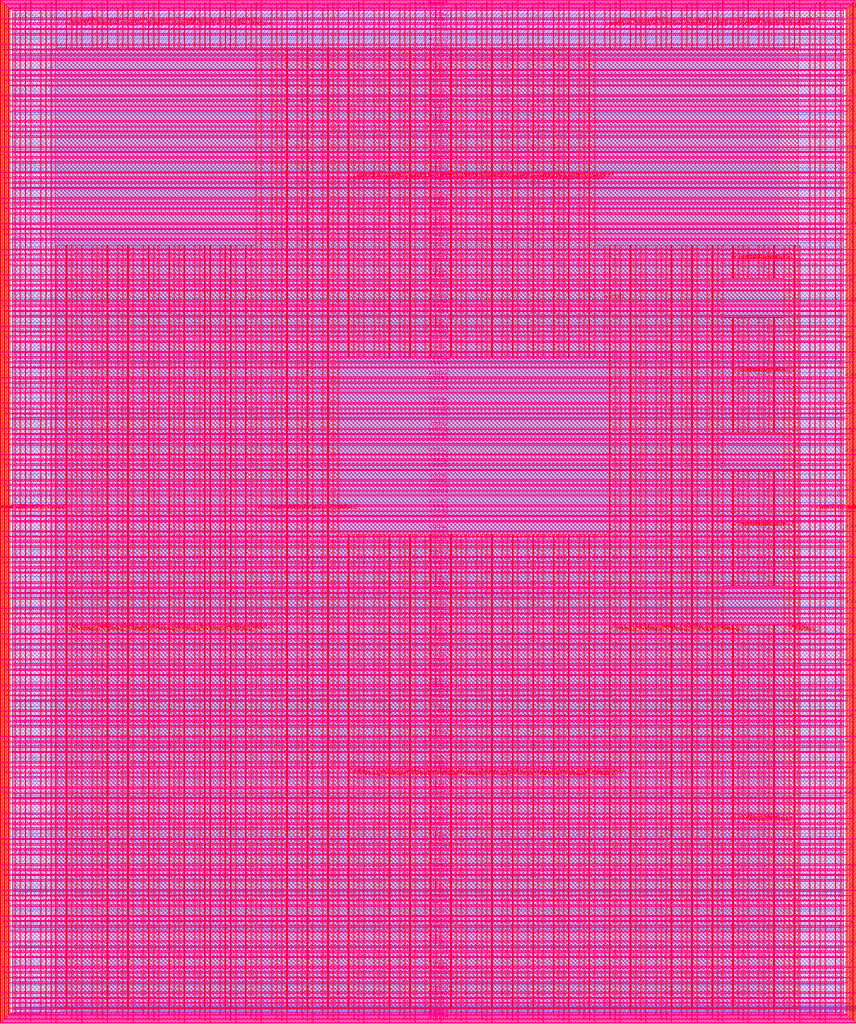
<source format=lef>
VERSION 5.7 ;
  NOWIREEXTENSIONATPIN ON ;
  DIVIDERCHAR "/" ;
  BUSBITCHARS "[]" ;
MACRO user_project_wrapper
  CLASS BLOCK ;
  FOREIGN user_project_wrapper ;
  ORIGIN 0.000 0.000 ;
  SIZE 2920.000 BY 3520.000 ;
  PIN analog_io[0]
    DIRECTION INOUT ;
    USE SIGNAL ;
    PORT
      LAYER met3 ;
        RECT 2917.600 1426.380 2924.800 1427.580 ;
    END
  END analog_io[0]
  PIN analog_io[10]
    DIRECTION INOUT ;
    USE SIGNAL ;
    PORT
      LAYER met2 ;
        RECT 2230.490 3517.600 2231.050 3524.800 ;
    END
  END analog_io[10]
  PIN analog_io[11]
    DIRECTION INOUT ;
    USE SIGNAL ;
    PORT
      LAYER met2 ;
        RECT 1905.730 3517.600 1906.290 3524.800 ;
    END
  END analog_io[11]
  PIN analog_io[12]
    DIRECTION INOUT ;
    USE SIGNAL ;
    PORT
      LAYER met2 ;
        RECT 1581.430 3517.600 1581.990 3524.800 ;
    END
  END analog_io[12]
  PIN analog_io[13]
    DIRECTION INOUT ;
    USE SIGNAL ;
    PORT
      LAYER met2 ;
        RECT 1257.130 3517.600 1257.690 3524.800 ;
    END
  END analog_io[13]
  PIN analog_io[14]
    DIRECTION INOUT ;
    USE SIGNAL ;
    PORT
      LAYER met2 ;
        RECT 932.370 3517.600 932.930 3524.800 ;
    END
  END analog_io[14]
  PIN analog_io[15]
    DIRECTION INOUT ;
    USE SIGNAL ;
    PORT
      LAYER met2 ;
        RECT 608.070 3517.600 608.630 3524.800 ;
    END
  END analog_io[15]
  PIN analog_io[16]
    DIRECTION INOUT ;
    USE SIGNAL ;
    PORT
      LAYER met2 ;
        RECT 283.770 3517.600 284.330 3524.800 ;
    END
  END analog_io[16]
  PIN analog_io[17]
    DIRECTION INOUT ;
    USE SIGNAL ;
    PORT
      LAYER met3 ;
        RECT -4.800 3486.100 2.400 3487.300 ;
    END
  END analog_io[17]
  PIN analog_io[18]
    DIRECTION INOUT ;
    USE SIGNAL ;
    PORT
      LAYER met3 ;
        RECT -4.800 3224.980 2.400 3226.180 ;
    END
  END analog_io[18]
  PIN analog_io[19]
    DIRECTION INOUT ;
    USE SIGNAL ;
    PORT
      LAYER met3 ;
        RECT -4.800 2964.540 2.400 2965.740 ;
    END
  END analog_io[19]
  PIN analog_io[1]
    DIRECTION INOUT ;
    USE SIGNAL ;
    PORT
      LAYER met3 ;
        RECT 2917.600 1692.260 2924.800 1693.460 ;
    END
  END analog_io[1]
  PIN analog_io[20]
    DIRECTION INOUT ;
    USE SIGNAL ;
    PORT
      LAYER met3 ;
        RECT -4.800 2703.420 2.400 2704.620 ;
    END
  END analog_io[20]
  PIN analog_io[21]
    DIRECTION INOUT ;
    USE SIGNAL ;
    PORT
      LAYER met3 ;
        RECT -4.800 2442.980 2.400 2444.180 ;
    END
  END analog_io[21]
  PIN analog_io[22]
    DIRECTION INOUT ;
    USE SIGNAL ;
    PORT
      LAYER met3 ;
        RECT -4.800 2182.540 2.400 2183.740 ;
    END
  END analog_io[22]
  PIN analog_io[23]
    DIRECTION INOUT ;
    USE SIGNAL ;
    PORT
      LAYER met3 ;
        RECT -4.800 1921.420 2.400 1922.620 ;
    END
  END analog_io[23]
  PIN analog_io[24]
    DIRECTION INOUT ;
    USE SIGNAL ;
    PORT
      LAYER met3 ;
        RECT -4.800 1660.980 2.400 1662.180 ;
    END
  END analog_io[24]
  PIN analog_io[25]
    DIRECTION INOUT ;
    USE SIGNAL ;
    PORT
      LAYER met3 ;
        RECT -4.800 1399.860 2.400 1401.060 ;
    END
  END analog_io[25]
  PIN analog_io[26]
    DIRECTION INOUT ;
    USE SIGNAL ;
    PORT
      LAYER met3 ;
        RECT -4.800 1139.420 2.400 1140.620 ;
    END
  END analog_io[26]
  PIN analog_io[27]
    DIRECTION INOUT ;
    USE SIGNAL ;
    PORT
      LAYER met3 ;
        RECT -4.800 878.980 2.400 880.180 ;
    END
  END analog_io[27]
  PIN analog_io[28]
    DIRECTION INOUT ;
    USE SIGNAL ;
    PORT
      LAYER met3 ;
        RECT -4.800 617.860 2.400 619.060 ;
    END
  END analog_io[28]
  PIN analog_io[2]
    DIRECTION INOUT ;
    USE SIGNAL ;
    PORT
      LAYER met3 ;
        RECT 2917.600 1958.140 2924.800 1959.340 ;
    END
  END analog_io[2]
  PIN analog_io[3]
    DIRECTION INOUT ;
    USE SIGNAL ;
    PORT
      LAYER met3 ;
        RECT 2917.600 2223.340 2924.800 2224.540 ;
    END
  END analog_io[3]
  PIN analog_io[4]
    DIRECTION INOUT ;
    USE SIGNAL ;
    PORT
      LAYER met3 ;
        RECT 2917.600 2489.220 2924.800 2490.420 ;
    END
  END analog_io[4]
  PIN analog_io[5]
    DIRECTION INOUT ;
    USE SIGNAL ;
    PORT
      LAYER met3 ;
        RECT 2917.600 2755.100 2924.800 2756.300 ;
    END
  END analog_io[5]
  PIN analog_io[6]
    DIRECTION INOUT ;
    USE SIGNAL ;
    PORT
      LAYER met3 ;
        RECT 2917.600 3020.300 2924.800 3021.500 ;
    END
  END analog_io[6]
  PIN analog_io[7]
    DIRECTION INOUT ;
    USE SIGNAL ;
    PORT
      LAYER met3 ;
        RECT 2917.600 3286.180 2924.800 3287.380 ;
    END
  END analog_io[7]
  PIN analog_io[8]
    DIRECTION INOUT ;
    USE SIGNAL ;
    PORT
      LAYER met2 ;
        RECT 2879.090 3517.600 2879.650 3524.800 ;
    END
  END analog_io[8]
  PIN analog_io[9]
    DIRECTION INOUT ;
    USE SIGNAL ;
    PORT
      LAYER met2 ;
        RECT 2554.790 3517.600 2555.350 3524.800 ;
    END
  END analog_io[9]
  PIN io_in[0]
    DIRECTION INPUT ;
    USE SIGNAL ;
    PORT
      LAYER met3 ;
        RECT 2917.600 32.380 2924.800 33.580 ;
    END
  END io_in[0]
  PIN io_in[10]
    DIRECTION INPUT ;
    USE SIGNAL ;
    PORT
      LAYER met3 ;
        RECT 2917.600 2289.980 2924.800 2291.180 ;
    END
  END io_in[10]
  PIN io_in[11]
    DIRECTION INPUT ;
    USE SIGNAL ;
    PORT
      LAYER met3 ;
        RECT 2917.600 2555.860 2924.800 2557.060 ;
    END
  END io_in[11]
  PIN io_in[12]
    DIRECTION INPUT ;
    USE SIGNAL ;
    PORT
      LAYER met3 ;
        RECT 2917.600 2821.060 2924.800 2822.260 ;
    END
  END io_in[12]
  PIN io_in[13]
    DIRECTION INPUT ;
    USE SIGNAL ;
    PORT
      LAYER met3 ;
        RECT 2917.600 3086.940 2924.800 3088.140 ;
    END
  END io_in[13]
  PIN io_in[14]
    DIRECTION INPUT ;
    USE SIGNAL ;
    PORT
      LAYER met3 ;
        RECT 2917.600 3352.820 2924.800 3354.020 ;
    END
  END io_in[14]
  PIN io_in[15]
    DIRECTION INPUT ;
    USE SIGNAL ;
    PORT
      LAYER met2 ;
        RECT 2798.130 3517.600 2798.690 3524.800 ;
    END
  END io_in[15]
  PIN io_in[16]
    DIRECTION INPUT ;
    USE SIGNAL ;
    PORT
      LAYER met2 ;
        RECT 2473.830 3517.600 2474.390 3524.800 ;
    END
  END io_in[16]
  PIN io_in[17]
    DIRECTION INPUT ;
    USE SIGNAL ;
    PORT
      LAYER met2 ;
        RECT 2149.070 3517.600 2149.630 3524.800 ;
    END
  END io_in[17]
  PIN io_in[18]
    DIRECTION INPUT ;
    USE SIGNAL ;
    PORT
      LAYER met2 ;
        RECT 1824.770 3517.600 1825.330 3524.800 ;
    END
  END io_in[18]
  PIN io_in[19]
    DIRECTION INPUT ;
    USE SIGNAL ;
    PORT
      LAYER met2 ;
        RECT 1500.470 3517.600 1501.030 3524.800 ;
    END
  END io_in[19]
  PIN io_in[1]
    DIRECTION INPUT ;
    USE SIGNAL ;
    PORT
      LAYER met3 ;
        RECT 2917.600 230.940 2924.800 232.140 ;
    END
  END io_in[1]
  PIN io_in[20]
    DIRECTION INPUT ;
    USE SIGNAL ;
    PORT
      LAYER met2 ;
        RECT 1175.710 3517.600 1176.270 3524.800 ;
    END
  END io_in[20]
  PIN io_in[21]
    DIRECTION INPUT ;
    USE SIGNAL ;
    PORT
      LAYER met2 ;
        RECT 851.410 3517.600 851.970 3524.800 ;
    END
  END io_in[21]
  PIN io_in[22]
    DIRECTION INPUT ;
    USE SIGNAL ;
    PORT
      LAYER met2 ;
        RECT 527.110 3517.600 527.670 3524.800 ;
    END
  END io_in[22]
  PIN io_in[23]
    DIRECTION INPUT ;
    USE SIGNAL ;
    PORT
      LAYER met2 ;
        RECT 202.350 3517.600 202.910 3524.800 ;
    END
  END io_in[23]
  PIN io_in[24]
    DIRECTION INPUT ;
    USE SIGNAL ;
    PORT
      LAYER met3 ;
        RECT -4.800 3420.820 2.400 3422.020 ;
    END
  END io_in[24]
  PIN io_in[25]
    DIRECTION INPUT ;
    USE SIGNAL ;
    PORT
      LAYER met3 ;
        RECT -4.800 3159.700 2.400 3160.900 ;
    END
  END io_in[25]
  PIN io_in[26]
    DIRECTION INPUT ;
    USE SIGNAL ;
    PORT
      LAYER met3 ;
        RECT -4.800 2899.260 2.400 2900.460 ;
    END
  END io_in[26]
  PIN io_in[27]
    DIRECTION INPUT ;
    USE SIGNAL ;
    PORT
      LAYER met3 ;
        RECT -4.800 2638.820 2.400 2640.020 ;
    END
  END io_in[27]
  PIN io_in[28]
    DIRECTION INPUT ;
    USE SIGNAL ;
    PORT
      LAYER met3 ;
        RECT -4.800 2377.700 2.400 2378.900 ;
    END
  END io_in[28]
  PIN io_in[29]
    DIRECTION INPUT ;
    USE SIGNAL ;
    PORT
      LAYER met3 ;
        RECT -4.800 2117.260 2.400 2118.460 ;
    END
  END io_in[29]
  PIN io_in[2]
    DIRECTION INPUT ;
    USE SIGNAL ;
    PORT
      LAYER met3 ;
        RECT 2917.600 430.180 2924.800 431.380 ;
    END
  END io_in[2]
  PIN io_in[30]
    DIRECTION INPUT ;
    USE SIGNAL ;
    PORT
      LAYER met3 ;
        RECT -4.800 1856.140 2.400 1857.340 ;
    END
  END io_in[30]
  PIN io_in[31]
    DIRECTION INPUT ;
    USE SIGNAL ;
    PORT
      LAYER met3 ;
        RECT -4.800 1595.700 2.400 1596.900 ;
    END
  END io_in[31]
  PIN io_in[32]
    DIRECTION INPUT ;
    USE SIGNAL ;
    PORT
      LAYER met3 ;
        RECT -4.800 1335.260 2.400 1336.460 ;
    END
  END io_in[32]
  PIN io_in[33]
    DIRECTION INPUT ;
    USE SIGNAL ;
    PORT
      LAYER met3 ;
        RECT -4.800 1074.140 2.400 1075.340 ;
    END
  END io_in[33]
  PIN io_in[34]
    DIRECTION INPUT ;
    USE SIGNAL ;
    PORT
      LAYER met3 ;
        RECT -4.800 813.700 2.400 814.900 ;
    END
  END io_in[34]
  PIN io_in[35]
    DIRECTION INPUT ;
    USE SIGNAL ;
    PORT
      LAYER met3 ;
        RECT -4.800 552.580 2.400 553.780 ;
    END
  END io_in[35]
  PIN io_in[36]
    DIRECTION INPUT ;
    USE SIGNAL ;
    PORT
      LAYER met3 ;
        RECT -4.800 357.420 2.400 358.620 ;
    END
  END io_in[36]
  PIN io_in[37]
    DIRECTION INPUT ;
    USE SIGNAL ;
    PORT
      LAYER met3 ;
        RECT -4.800 161.580 2.400 162.780 ;
    END
  END io_in[37]
  PIN io_in[3]
    DIRECTION INPUT ;
    USE SIGNAL ;
    PORT
      LAYER met3 ;
        RECT 2917.600 629.420 2924.800 630.620 ;
    END
  END io_in[3]
  PIN io_in[4]
    DIRECTION INPUT ;
    USE SIGNAL ;
    PORT
      LAYER met3 ;
        RECT 2917.600 828.660 2924.800 829.860 ;
    END
  END io_in[4]
  PIN io_in[5]
    DIRECTION INPUT ;
    USE SIGNAL ;
    PORT
      LAYER met3 ;
        RECT 2917.600 1027.900 2924.800 1029.100 ;
    END
  END io_in[5]
  PIN io_in[6]
    DIRECTION INPUT ;
    USE SIGNAL ;
    PORT
      LAYER met3 ;
        RECT 2917.600 1227.140 2924.800 1228.340 ;
    END
  END io_in[6]
  PIN io_in[7]
    DIRECTION INPUT ;
    USE SIGNAL ;
    PORT
      LAYER met3 ;
        RECT 2917.600 1493.020 2924.800 1494.220 ;
    END
  END io_in[7]
  PIN io_in[8]
    DIRECTION INPUT ;
    USE SIGNAL ;
    PORT
      LAYER met3 ;
        RECT 2917.600 1758.900 2924.800 1760.100 ;
    END
  END io_in[8]
  PIN io_in[9]
    DIRECTION INPUT ;
    USE SIGNAL ;
    PORT
      LAYER met3 ;
        RECT 2917.600 2024.100 2924.800 2025.300 ;
    END
  END io_in[9]
  PIN io_oeb[0]
    DIRECTION OUTPUT TRISTATE ;
    USE SIGNAL ;
    PORT
      LAYER met3 ;
        RECT 2917.600 164.980 2924.800 166.180 ;
    END
  END io_oeb[0]
  PIN io_oeb[10]
    DIRECTION OUTPUT TRISTATE ;
    USE SIGNAL ;
    PORT
      LAYER met3 ;
        RECT 2917.600 2422.580 2924.800 2423.780 ;
    END
  END io_oeb[10]
  PIN io_oeb[11]
    DIRECTION OUTPUT TRISTATE ;
    USE SIGNAL ;
    PORT
      LAYER met3 ;
        RECT 2917.600 2688.460 2924.800 2689.660 ;
    END
  END io_oeb[11]
  PIN io_oeb[12]
    DIRECTION OUTPUT TRISTATE ;
    USE SIGNAL ;
    PORT
      LAYER met3 ;
        RECT 2917.600 2954.340 2924.800 2955.540 ;
    END
  END io_oeb[12]
  PIN io_oeb[13]
    DIRECTION OUTPUT TRISTATE ;
    USE SIGNAL ;
    PORT
      LAYER met3 ;
        RECT 2917.600 3219.540 2924.800 3220.740 ;
    END
  END io_oeb[13]
  PIN io_oeb[14]
    DIRECTION OUTPUT TRISTATE ;
    USE SIGNAL ;
    PORT
      LAYER met3 ;
        RECT 2917.600 3485.420 2924.800 3486.620 ;
    END
  END io_oeb[14]
  PIN io_oeb[15]
    DIRECTION OUTPUT TRISTATE ;
    USE SIGNAL ;
    PORT
      LAYER met2 ;
        RECT 2635.750 3517.600 2636.310 3524.800 ;
    END
  END io_oeb[15]
  PIN io_oeb[16]
    DIRECTION OUTPUT TRISTATE ;
    USE SIGNAL ;
    PORT
      LAYER met2 ;
        RECT 2311.450 3517.600 2312.010 3524.800 ;
    END
  END io_oeb[16]
  PIN io_oeb[17]
    DIRECTION OUTPUT TRISTATE ;
    USE SIGNAL ;
    PORT
      LAYER met2 ;
        RECT 1987.150 3517.600 1987.710 3524.800 ;
    END
  END io_oeb[17]
  PIN io_oeb[18]
    DIRECTION OUTPUT TRISTATE ;
    USE SIGNAL ;
    PORT
      LAYER met2 ;
        RECT 1662.390 3517.600 1662.950 3524.800 ;
    END
  END io_oeb[18]
  PIN io_oeb[19]
    DIRECTION OUTPUT TRISTATE ;
    USE SIGNAL ;
    PORT
      LAYER met2 ;
        RECT 1338.090 3517.600 1338.650 3524.800 ;
    END
  END io_oeb[19]
  PIN io_oeb[1]
    DIRECTION OUTPUT TRISTATE ;
    USE SIGNAL ;
    PORT
      LAYER met3 ;
        RECT 2917.600 364.220 2924.800 365.420 ;
    END
  END io_oeb[1]
  PIN io_oeb[20]
    DIRECTION OUTPUT TRISTATE ;
    USE SIGNAL ;
    PORT
      LAYER met2 ;
        RECT 1013.790 3517.600 1014.350 3524.800 ;
    END
  END io_oeb[20]
  PIN io_oeb[21]
    DIRECTION OUTPUT TRISTATE ;
    USE SIGNAL ;
    PORT
      LAYER met2 ;
        RECT 689.030 3517.600 689.590 3524.800 ;
    END
  END io_oeb[21]
  PIN io_oeb[22]
    DIRECTION OUTPUT TRISTATE ;
    USE SIGNAL ;
    PORT
      LAYER met2 ;
        RECT 364.730 3517.600 365.290 3524.800 ;
    END
  END io_oeb[22]
  PIN io_oeb[23]
    DIRECTION OUTPUT TRISTATE ;
    USE SIGNAL ;
    PORT
      LAYER met2 ;
        RECT 40.430 3517.600 40.990 3524.800 ;
    END
  END io_oeb[23]
  PIN io_oeb[24]
    DIRECTION OUTPUT TRISTATE ;
    USE SIGNAL ;
    PORT
      LAYER met3 ;
        RECT -4.800 3290.260 2.400 3291.460 ;
    END
  END io_oeb[24]
  PIN io_oeb[25]
    DIRECTION OUTPUT TRISTATE ;
    USE SIGNAL ;
    PORT
      LAYER met3 ;
        RECT -4.800 3029.820 2.400 3031.020 ;
    END
  END io_oeb[25]
  PIN io_oeb[26]
    DIRECTION OUTPUT TRISTATE ;
    USE SIGNAL ;
    PORT
      LAYER met3 ;
        RECT -4.800 2768.700 2.400 2769.900 ;
    END
  END io_oeb[26]
  PIN io_oeb[27]
    DIRECTION OUTPUT TRISTATE ;
    USE SIGNAL ;
    PORT
      LAYER met3 ;
        RECT -4.800 2508.260 2.400 2509.460 ;
    END
  END io_oeb[27]
  PIN io_oeb[28]
    DIRECTION OUTPUT TRISTATE ;
    USE SIGNAL ;
    PORT
      LAYER met3 ;
        RECT -4.800 2247.140 2.400 2248.340 ;
    END
  END io_oeb[28]
  PIN io_oeb[29]
    DIRECTION OUTPUT TRISTATE ;
    USE SIGNAL ;
    PORT
      LAYER met3 ;
        RECT -4.800 1986.700 2.400 1987.900 ;
    END
  END io_oeb[29]
  PIN io_oeb[2]
    DIRECTION OUTPUT TRISTATE ;
    USE SIGNAL ;
    PORT
      LAYER met3 ;
        RECT 2917.600 563.460 2924.800 564.660 ;
    END
  END io_oeb[2]
  PIN io_oeb[30]
    DIRECTION OUTPUT TRISTATE ;
    USE SIGNAL ;
    PORT
      LAYER met3 ;
        RECT -4.800 1726.260 2.400 1727.460 ;
    END
  END io_oeb[30]
  PIN io_oeb[31]
    DIRECTION OUTPUT TRISTATE ;
    USE SIGNAL ;
    PORT
      LAYER met3 ;
        RECT -4.800 1465.140 2.400 1466.340 ;
    END
  END io_oeb[31]
  PIN io_oeb[32]
    DIRECTION OUTPUT TRISTATE ;
    USE SIGNAL ;
    PORT
      LAYER met3 ;
        RECT -4.800 1204.700 2.400 1205.900 ;
    END
  END io_oeb[32]
  PIN io_oeb[33]
    DIRECTION OUTPUT TRISTATE ;
    USE SIGNAL ;
    PORT
      LAYER met3 ;
        RECT -4.800 943.580 2.400 944.780 ;
    END
  END io_oeb[33]
  PIN io_oeb[34]
    DIRECTION OUTPUT TRISTATE ;
    USE SIGNAL ;
    PORT
      LAYER met3 ;
        RECT -4.800 683.140 2.400 684.340 ;
    END
  END io_oeb[34]
  PIN io_oeb[35]
    DIRECTION OUTPUT TRISTATE ;
    USE SIGNAL ;
    PORT
      LAYER met3 ;
        RECT -4.800 422.700 2.400 423.900 ;
    END
  END io_oeb[35]
  PIN io_oeb[36]
    DIRECTION OUTPUT TRISTATE ;
    USE SIGNAL ;
    PORT
      LAYER met3 ;
        RECT -4.800 226.860 2.400 228.060 ;
    END
  END io_oeb[36]
  PIN io_oeb[37]
    DIRECTION OUTPUT TRISTATE ;
    USE SIGNAL ;
    PORT
      LAYER met3 ;
        RECT -4.800 31.700 2.400 32.900 ;
    END
  END io_oeb[37]
  PIN io_oeb[3]
    DIRECTION OUTPUT TRISTATE ;
    USE SIGNAL ;
    PORT
      LAYER met3 ;
        RECT 2917.600 762.700 2924.800 763.900 ;
    END
  END io_oeb[3]
  PIN io_oeb[4]
    DIRECTION OUTPUT TRISTATE ;
    USE SIGNAL ;
    PORT
      LAYER met3 ;
        RECT 2917.600 961.940 2924.800 963.140 ;
    END
  END io_oeb[4]
  PIN io_oeb[5]
    DIRECTION OUTPUT TRISTATE ;
    USE SIGNAL ;
    PORT
      LAYER met3 ;
        RECT 2917.600 1161.180 2924.800 1162.380 ;
    END
  END io_oeb[5]
  PIN io_oeb[6]
    DIRECTION OUTPUT TRISTATE ;
    USE SIGNAL ;
    PORT
      LAYER met3 ;
        RECT 2917.600 1360.420 2924.800 1361.620 ;
    END
  END io_oeb[6]
  PIN io_oeb[7]
    DIRECTION OUTPUT TRISTATE ;
    USE SIGNAL ;
    PORT
      LAYER met3 ;
        RECT 2917.600 1625.620 2924.800 1626.820 ;
    END
  END io_oeb[7]
  PIN io_oeb[8]
    DIRECTION OUTPUT TRISTATE ;
    USE SIGNAL ;
    PORT
      LAYER met3 ;
        RECT 2917.600 1891.500 2924.800 1892.700 ;
    END
  END io_oeb[8]
  PIN io_oeb[9]
    DIRECTION OUTPUT TRISTATE ;
    USE SIGNAL ;
    PORT
      LAYER met3 ;
        RECT 2917.600 2157.380 2924.800 2158.580 ;
    END
  END io_oeb[9]
  PIN io_out[0]
    DIRECTION OUTPUT TRISTATE ;
    USE SIGNAL ;
    PORT
      LAYER met3 ;
        RECT 2917.600 98.340 2924.800 99.540 ;
    END
  END io_out[0]
  PIN io_out[10]
    DIRECTION OUTPUT TRISTATE ;
    USE SIGNAL ;
    PORT
      LAYER met3 ;
        RECT 2917.600 2356.620 2924.800 2357.820 ;
    END
  END io_out[10]
  PIN io_out[11]
    DIRECTION OUTPUT TRISTATE ;
    USE SIGNAL ;
    PORT
      LAYER met3 ;
        RECT 2917.600 2621.820 2924.800 2623.020 ;
    END
  END io_out[11]
  PIN io_out[12]
    DIRECTION OUTPUT TRISTATE ;
    USE SIGNAL ;
    PORT
      LAYER met3 ;
        RECT 2917.600 2887.700 2924.800 2888.900 ;
    END
  END io_out[12]
  PIN io_out[13]
    DIRECTION OUTPUT TRISTATE ;
    USE SIGNAL ;
    PORT
      LAYER met3 ;
        RECT 2917.600 3153.580 2924.800 3154.780 ;
    END
  END io_out[13]
  PIN io_out[14]
    DIRECTION OUTPUT TRISTATE ;
    USE SIGNAL ;
    PORT
      LAYER met3 ;
        RECT 2917.600 3418.780 2924.800 3419.980 ;
    END
  END io_out[14]
  PIN io_out[15]
    DIRECTION OUTPUT TRISTATE ;
    USE SIGNAL ;
    PORT
      LAYER met2 ;
        RECT 2717.170 3517.600 2717.730 3524.800 ;
    END
  END io_out[15]
  PIN io_out[16]
    DIRECTION OUTPUT TRISTATE ;
    USE SIGNAL ;
    PORT
      LAYER met2 ;
        RECT 2392.410 3517.600 2392.970 3524.800 ;
    END
  END io_out[16]
  PIN io_out[17]
    DIRECTION OUTPUT TRISTATE ;
    USE SIGNAL ;
    PORT
      LAYER met2 ;
        RECT 2068.110 3517.600 2068.670 3524.800 ;
    END
  END io_out[17]
  PIN io_out[18]
    DIRECTION OUTPUT TRISTATE ;
    USE SIGNAL ;
    PORT
      LAYER met2 ;
        RECT 1743.810 3517.600 1744.370 3524.800 ;
    END
  END io_out[18]
  PIN io_out[19]
    DIRECTION OUTPUT TRISTATE ;
    USE SIGNAL ;
    PORT
      LAYER met2 ;
        RECT 1419.050 3517.600 1419.610 3524.800 ;
    END
  END io_out[19]
  PIN io_out[1]
    DIRECTION OUTPUT TRISTATE ;
    USE SIGNAL ;
    PORT
      LAYER met3 ;
        RECT 2917.600 297.580 2924.800 298.780 ;
    END
  END io_out[1]
  PIN io_out[20]
    DIRECTION OUTPUT TRISTATE ;
    USE SIGNAL ;
    PORT
      LAYER met2 ;
        RECT 1094.750 3517.600 1095.310 3524.800 ;
    END
  END io_out[20]
  PIN io_out[21]
    DIRECTION OUTPUT TRISTATE ;
    USE SIGNAL ;
    PORT
      LAYER met2 ;
        RECT 770.450 3517.600 771.010 3524.800 ;
    END
  END io_out[21]
  PIN io_out[22]
    DIRECTION OUTPUT TRISTATE ;
    USE SIGNAL ;
    PORT
      LAYER met2 ;
        RECT 445.690 3517.600 446.250 3524.800 ;
    END
  END io_out[22]
  PIN io_out[23]
    DIRECTION OUTPUT TRISTATE ;
    USE SIGNAL ;
    PORT
      LAYER met2 ;
        RECT 121.390 3517.600 121.950 3524.800 ;
    END
  END io_out[23]
  PIN io_out[24]
    DIRECTION OUTPUT TRISTATE ;
    USE SIGNAL ;
    PORT
      LAYER met3 ;
        RECT -4.800 3355.540 2.400 3356.740 ;
    END
  END io_out[24]
  PIN io_out[25]
    DIRECTION OUTPUT TRISTATE ;
    USE SIGNAL ;
    PORT
      LAYER met3 ;
        RECT -4.800 3095.100 2.400 3096.300 ;
    END
  END io_out[25]
  PIN io_out[26]
    DIRECTION OUTPUT TRISTATE ;
    USE SIGNAL ;
    PORT
      LAYER met3 ;
        RECT -4.800 2833.980 2.400 2835.180 ;
    END
  END io_out[26]
  PIN io_out[27]
    DIRECTION OUTPUT TRISTATE ;
    USE SIGNAL ;
    PORT
      LAYER met3 ;
        RECT -4.800 2573.540 2.400 2574.740 ;
    END
  END io_out[27]
  PIN io_out[28]
    DIRECTION OUTPUT TRISTATE ;
    USE SIGNAL ;
    PORT
      LAYER met3 ;
        RECT -4.800 2312.420 2.400 2313.620 ;
    END
  END io_out[28]
  PIN io_out[29]
    DIRECTION OUTPUT TRISTATE ;
    USE SIGNAL ;
    PORT
      LAYER met3 ;
        RECT -4.800 2051.980 2.400 2053.180 ;
    END
  END io_out[29]
  PIN io_out[2]
    DIRECTION OUTPUT TRISTATE ;
    USE SIGNAL ;
    PORT
      LAYER met3 ;
        RECT 2917.600 496.820 2924.800 498.020 ;
    END
  END io_out[2]
  PIN io_out[30]
    DIRECTION OUTPUT TRISTATE ;
    USE SIGNAL ;
    PORT
      LAYER met3 ;
        RECT -4.800 1791.540 2.400 1792.740 ;
    END
  END io_out[30]
  PIN io_out[31]
    DIRECTION OUTPUT TRISTATE ;
    USE SIGNAL ;
    PORT
      LAYER met3 ;
        RECT -4.800 1530.420 2.400 1531.620 ;
    END
  END io_out[31]
  PIN io_out[32]
    DIRECTION OUTPUT TRISTATE ;
    USE SIGNAL ;
    PORT
      LAYER met3 ;
        RECT -4.800 1269.980 2.400 1271.180 ;
    END
  END io_out[32]
  PIN io_out[33]
    DIRECTION OUTPUT TRISTATE ;
    USE SIGNAL ;
    PORT
      LAYER met3 ;
        RECT -4.800 1008.860 2.400 1010.060 ;
    END
  END io_out[33]
  PIN io_out[34]
    DIRECTION OUTPUT TRISTATE ;
    USE SIGNAL ;
    PORT
      LAYER met3 ;
        RECT -4.800 748.420 2.400 749.620 ;
    END
  END io_out[34]
  PIN io_out[35]
    DIRECTION OUTPUT TRISTATE ;
    USE SIGNAL ;
    PORT
      LAYER met3 ;
        RECT -4.800 487.300 2.400 488.500 ;
    END
  END io_out[35]
  PIN io_out[36]
    DIRECTION OUTPUT TRISTATE ;
    USE SIGNAL ;
    PORT
      LAYER met3 ;
        RECT -4.800 292.140 2.400 293.340 ;
    END
  END io_out[36]
  PIN io_out[37]
    DIRECTION OUTPUT TRISTATE ;
    USE SIGNAL ;
    PORT
      LAYER met3 ;
        RECT -4.800 96.300 2.400 97.500 ;
    END
  END io_out[37]
  PIN io_out[3]
    DIRECTION OUTPUT TRISTATE ;
    USE SIGNAL ;
    PORT
      LAYER met3 ;
        RECT 2917.600 696.060 2924.800 697.260 ;
    END
  END io_out[3]
  PIN io_out[4]
    DIRECTION OUTPUT TRISTATE ;
    USE SIGNAL ;
    PORT
      LAYER met3 ;
        RECT 2917.600 895.300 2924.800 896.500 ;
    END
  END io_out[4]
  PIN io_out[5]
    DIRECTION OUTPUT TRISTATE ;
    USE SIGNAL ;
    PORT
      LAYER met3 ;
        RECT 2917.600 1094.540 2924.800 1095.740 ;
    END
  END io_out[5]
  PIN io_out[6]
    DIRECTION OUTPUT TRISTATE ;
    USE SIGNAL ;
    PORT
      LAYER met3 ;
        RECT 2917.600 1293.780 2924.800 1294.980 ;
    END
  END io_out[6]
  PIN io_out[7]
    DIRECTION OUTPUT TRISTATE ;
    USE SIGNAL ;
    PORT
      LAYER met3 ;
        RECT 2917.600 1559.660 2924.800 1560.860 ;
    END
  END io_out[7]
  PIN io_out[8]
    DIRECTION OUTPUT TRISTATE ;
    USE SIGNAL ;
    PORT
      LAYER met3 ;
        RECT 2917.600 1824.860 2924.800 1826.060 ;
    END
  END io_out[8]
  PIN io_out[9]
    DIRECTION OUTPUT TRISTATE ;
    USE SIGNAL ;
    PORT
      LAYER met3 ;
        RECT 2917.600 2090.740 2924.800 2091.940 ;
    END
  END io_out[9]
  PIN la_data_in[0]
    DIRECTION INPUT ;
    USE SIGNAL ;
    PORT
      LAYER met2 ;
        RECT 629.230 -4.800 629.790 2.400 ;
    END
  END la_data_in[0]
  PIN la_data_in[100]
    DIRECTION INPUT ;
    USE SIGNAL ;
    PORT
      LAYER met2 ;
        RECT 2402.530 -4.800 2403.090 2.400 ;
    END
  END la_data_in[100]
  PIN la_data_in[101]
    DIRECTION INPUT ;
    USE SIGNAL ;
    PORT
      LAYER met2 ;
        RECT 2420.010 -4.800 2420.570 2.400 ;
    END
  END la_data_in[101]
  PIN la_data_in[102]
    DIRECTION INPUT ;
    USE SIGNAL ;
    PORT
      LAYER met2 ;
        RECT 2437.950 -4.800 2438.510 2.400 ;
    END
  END la_data_in[102]
  PIN la_data_in[103]
    DIRECTION INPUT ;
    USE SIGNAL ;
    PORT
      LAYER met2 ;
        RECT 2455.430 -4.800 2455.990 2.400 ;
    END
  END la_data_in[103]
  PIN la_data_in[104]
    DIRECTION INPUT ;
    USE SIGNAL ;
    PORT
      LAYER met2 ;
        RECT 2473.370 -4.800 2473.930 2.400 ;
    END
  END la_data_in[104]
  PIN la_data_in[105]
    DIRECTION INPUT ;
    USE SIGNAL ;
    PORT
      LAYER met2 ;
        RECT 2490.850 -4.800 2491.410 2.400 ;
    END
  END la_data_in[105]
  PIN la_data_in[106]
    DIRECTION INPUT ;
    USE SIGNAL ;
    PORT
      LAYER met2 ;
        RECT 2508.790 -4.800 2509.350 2.400 ;
    END
  END la_data_in[106]
  PIN la_data_in[107]
    DIRECTION INPUT ;
    USE SIGNAL ;
    PORT
      LAYER met2 ;
        RECT 2526.730 -4.800 2527.290 2.400 ;
    END
  END la_data_in[107]
  PIN la_data_in[108]
    DIRECTION INPUT ;
    USE SIGNAL ;
    PORT
      LAYER met2 ;
        RECT 2544.210 -4.800 2544.770 2.400 ;
    END
  END la_data_in[108]
  PIN la_data_in[109]
    DIRECTION INPUT ;
    USE SIGNAL ;
    PORT
      LAYER met2 ;
        RECT 2562.150 -4.800 2562.710 2.400 ;
    END
  END la_data_in[109]
  PIN la_data_in[10]
    DIRECTION INPUT ;
    USE SIGNAL ;
    PORT
      LAYER met2 ;
        RECT 806.330 -4.800 806.890 2.400 ;
    END
  END la_data_in[10]
  PIN la_data_in[110]
    DIRECTION INPUT ;
    USE SIGNAL ;
    PORT
      LAYER met2 ;
        RECT 2579.630 -4.800 2580.190 2.400 ;
    END
  END la_data_in[110]
  PIN la_data_in[111]
    DIRECTION INPUT ;
    USE SIGNAL ;
    PORT
      LAYER met2 ;
        RECT 2597.570 -4.800 2598.130 2.400 ;
    END
  END la_data_in[111]
  PIN la_data_in[112]
    DIRECTION INPUT ;
    USE SIGNAL ;
    PORT
      LAYER met2 ;
        RECT 2615.050 -4.800 2615.610 2.400 ;
    END
  END la_data_in[112]
  PIN la_data_in[113]
    DIRECTION INPUT ;
    USE SIGNAL ;
    PORT
      LAYER met2 ;
        RECT 2632.990 -4.800 2633.550 2.400 ;
    END
  END la_data_in[113]
  PIN la_data_in[114]
    DIRECTION INPUT ;
    USE SIGNAL ;
    PORT
      LAYER met2 ;
        RECT 2650.470 -4.800 2651.030 2.400 ;
    END
  END la_data_in[114]
  PIN la_data_in[115]
    DIRECTION INPUT ;
    USE SIGNAL ;
    PORT
      LAYER met2 ;
        RECT 2668.410 -4.800 2668.970 2.400 ;
    END
  END la_data_in[115]
  PIN la_data_in[116]
    DIRECTION INPUT ;
    USE SIGNAL ;
    PORT
      LAYER met2 ;
        RECT 2685.890 -4.800 2686.450 2.400 ;
    END
  END la_data_in[116]
  PIN la_data_in[117]
    DIRECTION INPUT ;
    USE SIGNAL ;
    PORT
      LAYER met2 ;
        RECT 2703.830 -4.800 2704.390 2.400 ;
    END
  END la_data_in[117]
  PIN la_data_in[118]
    DIRECTION INPUT ;
    USE SIGNAL ;
    PORT
      LAYER met2 ;
        RECT 2721.770 -4.800 2722.330 2.400 ;
    END
  END la_data_in[118]
  PIN la_data_in[119]
    DIRECTION INPUT ;
    USE SIGNAL ;
    PORT
      LAYER met2 ;
        RECT 2739.250 -4.800 2739.810 2.400 ;
    END
  END la_data_in[119]
  PIN la_data_in[11]
    DIRECTION INPUT ;
    USE SIGNAL ;
    PORT
      LAYER met2 ;
        RECT 824.270 -4.800 824.830 2.400 ;
    END
  END la_data_in[11]
  PIN la_data_in[120]
    DIRECTION INPUT ;
    USE SIGNAL ;
    PORT
      LAYER met2 ;
        RECT 2757.190 -4.800 2757.750 2.400 ;
    END
  END la_data_in[120]
  PIN la_data_in[121]
    DIRECTION INPUT ;
    USE SIGNAL ;
    PORT
      LAYER met2 ;
        RECT 2774.670 -4.800 2775.230 2.400 ;
    END
  END la_data_in[121]
  PIN la_data_in[122]
    DIRECTION INPUT ;
    USE SIGNAL ;
    PORT
      LAYER met2 ;
        RECT 2792.610 -4.800 2793.170 2.400 ;
    END
  END la_data_in[122]
  PIN la_data_in[123]
    DIRECTION INPUT ;
    USE SIGNAL ;
    PORT
      LAYER met2 ;
        RECT 2810.090 -4.800 2810.650 2.400 ;
    END
  END la_data_in[123]
  PIN la_data_in[124]
    DIRECTION INPUT ;
    USE SIGNAL ;
    PORT
      LAYER met2 ;
        RECT 2828.030 -4.800 2828.590 2.400 ;
    END
  END la_data_in[124]
  PIN la_data_in[125]
    DIRECTION INPUT ;
    USE SIGNAL ;
    PORT
      LAYER met2 ;
        RECT 2845.510 -4.800 2846.070 2.400 ;
    END
  END la_data_in[125]
  PIN la_data_in[126]
    DIRECTION INPUT ;
    USE SIGNAL ;
    PORT
      LAYER met2 ;
        RECT 2863.450 -4.800 2864.010 2.400 ;
    END
  END la_data_in[126]
  PIN la_data_in[127]
    DIRECTION INPUT ;
    USE SIGNAL ;
    PORT
      LAYER met2 ;
        RECT 2881.390 -4.800 2881.950 2.400 ;
    END
  END la_data_in[127]
  PIN la_data_in[12]
    DIRECTION INPUT ;
    USE SIGNAL ;
    PORT
      LAYER met2 ;
        RECT 841.750 -4.800 842.310 2.400 ;
    END
  END la_data_in[12]
  PIN la_data_in[13]
    DIRECTION INPUT ;
    USE SIGNAL ;
    PORT
      LAYER met2 ;
        RECT 859.690 -4.800 860.250 2.400 ;
    END
  END la_data_in[13]
  PIN la_data_in[14]
    DIRECTION INPUT ;
    USE SIGNAL ;
    PORT
      LAYER met2 ;
        RECT 877.170 -4.800 877.730 2.400 ;
    END
  END la_data_in[14]
  PIN la_data_in[15]
    DIRECTION INPUT ;
    USE SIGNAL ;
    PORT
      LAYER met2 ;
        RECT 895.110 -4.800 895.670 2.400 ;
    END
  END la_data_in[15]
  PIN la_data_in[16]
    DIRECTION INPUT ;
    USE SIGNAL ;
    PORT
      LAYER met2 ;
        RECT 912.590 -4.800 913.150 2.400 ;
    END
  END la_data_in[16]
  PIN la_data_in[17]
    DIRECTION INPUT ;
    USE SIGNAL ;
    PORT
      LAYER met2 ;
        RECT 930.530 -4.800 931.090 2.400 ;
    END
  END la_data_in[17]
  PIN la_data_in[18]
    DIRECTION INPUT ;
    USE SIGNAL ;
    PORT
      LAYER met2 ;
        RECT 948.470 -4.800 949.030 2.400 ;
    END
  END la_data_in[18]
  PIN la_data_in[19]
    DIRECTION INPUT ;
    USE SIGNAL ;
    PORT
      LAYER met2 ;
        RECT 965.950 -4.800 966.510 2.400 ;
    END
  END la_data_in[19]
  PIN la_data_in[1]
    DIRECTION INPUT ;
    USE SIGNAL ;
    PORT
      LAYER met2 ;
        RECT 646.710 -4.800 647.270 2.400 ;
    END
  END la_data_in[1]
  PIN la_data_in[20]
    DIRECTION INPUT ;
    USE SIGNAL ;
    PORT
      LAYER met2 ;
        RECT 983.890 -4.800 984.450 2.400 ;
    END
  END la_data_in[20]
  PIN la_data_in[21]
    DIRECTION INPUT ;
    USE SIGNAL ;
    PORT
      LAYER met2 ;
        RECT 1001.370 -4.800 1001.930 2.400 ;
    END
  END la_data_in[21]
  PIN la_data_in[22]
    DIRECTION INPUT ;
    USE SIGNAL ;
    PORT
      LAYER met2 ;
        RECT 1019.310 -4.800 1019.870 2.400 ;
    END
  END la_data_in[22]
  PIN la_data_in[23]
    DIRECTION INPUT ;
    USE SIGNAL ;
    PORT
      LAYER met2 ;
        RECT 1036.790 -4.800 1037.350 2.400 ;
    END
  END la_data_in[23]
  PIN la_data_in[24]
    DIRECTION INPUT ;
    USE SIGNAL ;
    PORT
      LAYER met2 ;
        RECT 1054.730 -4.800 1055.290 2.400 ;
    END
  END la_data_in[24]
  PIN la_data_in[25]
    DIRECTION INPUT ;
    USE SIGNAL ;
    PORT
      LAYER met2 ;
        RECT 1072.210 -4.800 1072.770 2.400 ;
    END
  END la_data_in[25]
  PIN la_data_in[26]
    DIRECTION INPUT ;
    USE SIGNAL ;
    PORT
      LAYER met2 ;
        RECT 1090.150 -4.800 1090.710 2.400 ;
    END
  END la_data_in[26]
  PIN la_data_in[27]
    DIRECTION INPUT ;
    USE SIGNAL ;
    PORT
      LAYER met2 ;
        RECT 1107.630 -4.800 1108.190 2.400 ;
    END
  END la_data_in[27]
  PIN la_data_in[28]
    DIRECTION INPUT ;
    USE SIGNAL ;
    PORT
      LAYER met2 ;
        RECT 1125.570 -4.800 1126.130 2.400 ;
    END
  END la_data_in[28]
  PIN la_data_in[29]
    DIRECTION INPUT ;
    USE SIGNAL ;
    PORT
      LAYER met2 ;
        RECT 1143.510 -4.800 1144.070 2.400 ;
    END
  END la_data_in[29]
  PIN la_data_in[2]
    DIRECTION INPUT ;
    USE SIGNAL ;
    PORT
      LAYER met2 ;
        RECT 664.650 -4.800 665.210 2.400 ;
    END
  END la_data_in[2]
  PIN la_data_in[30]
    DIRECTION INPUT ;
    USE SIGNAL ;
    PORT
      LAYER met2 ;
        RECT 1160.990 -4.800 1161.550 2.400 ;
    END
  END la_data_in[30]
  PIN la_data_in[31]
    DIRECTION INPUT ;
    USE SIGNAL ;
    PORT
      LAYER met2 ;
        RECT 1178.930 -4.800 1179.490 2.400 ;
    END
  END la_data_in[31]
  PIN la_data_in[32]
    DIRECTION INPUT ;
    USE SIGNAL ;
    PORT
      LAYER met2 ;
        RECT 1196.410 -4.800 1196.970 2.400 ;
    END
  END la_data_in[32]
  PIN la_data_in[33]
    DIRECTION INPUT ;
    USE SIGNAL ;
    PORT
      LAYER met2 ;
        RECT 1214.350 -4.800 1214.910 2.400 ;
    END
  END la_data_in[33]
  PIN la_data_in[34]
    DIRECTION INPUT ;
    USE SIGNAL ;
    PORT
      LAYER met2 ;
        RECT 1231.830 -4.800 1232.390 2.400 ;
    END
  END la_data_in[34]
  PIN la_data_in[35]
    DIRECTION INPUT ;
    USE SIGNAL ;
    PORT
      LAYER met2 ;
        RECT 1249.770 -4.800 1250.330 2.400 ;
    END
  END la_data_in[35]
  PIN la_data_in[36]
    DIRECTION INPUT ;
    USE SIGNAL ;
    PORT
      LAYER met2 ;
        RECT 1267.250 -4.800 1267.810 2.400 ;
    END
  END la_data_in[36]
  PIN la_data_in[37]
    DIRECTION INPUT ;
    USE SIGNAL ;
    PORT
      LAYER met2 ;
        RECT 1285.190 -4.800 1285.750 2.400 ;
    END
  END la_data_in[37]
  PIN la_data_in[38]
    DIRECTION INPUT ;
    USE SIGNAL ;
    PORT
      LAYER met2 ;
        RECT 1303.130 -4.800 1303.690 2.400 ;
    END
  END la_data_in[38]
  PIN la_data_in[39]
    DIRECTION INPUT ;
    USE SIGNAL ;
    PORT
      LAYER met2 ;
        RECT 1320.610 -4.800 1321.170 2.400 ;
    END
  END la_data_in[39]
  PIN la_data_in[3]
    DIRECTION INPUT ;
    USE SIGNAL ;
    PORT
      LAYER met2 ;
        RECT 682.130 -4.800 682.690 2.400 ;
    END
  END la_data_in[3]
  PIN la_data_in[40]
    DIRECTION INPUT ;
    USE SIGNAL ;
    PORT
      LAYER met2 ;
        RECT 1338.550 -4.800 1339.110 2.400 ;
    END
  END la_data_in[40]
  PIN la_data_in[41]
    DIRECTION INPUT ;
    USE SIGNAL ;
    PORT
      LAYER met2 ;
        RECT 1356.030 -4.800 1356.590 2.400 ;
    END
  END la_data_in[41]
  PIN la_data_in[42]
    DIRECTION INPUT ;
    USE SIGNAL ;
    PORT
      LAYER met2 ;
        RECT 1373.970 -4.800 1374.530 2.400 ;
    END
  END la_data_in[42]
  PIN la_data_in[43]
    DIRECTION INPUT ;
    USE SIGNAL ;
    PORT
      LAYER met2 ;
        RECT 1391.450 -4.800 1392.010 2.400 ;
    END
  END la_data_in[43]
  PIN la_data_in[44]
    DIRECTION INPUT ;
    USE SIGNAL ;
    PORT
      LAYER met2 ;
        RECT 1409.390 -4.800 1409.950 2.400 ;
    END
  END la_data_in[44]
  PIN la_data_in[45]
    DIRECTION INPUT ;
    USE SIGNAL ;
    PORT
      LAYER met2 ;
        RECT 1426.870 -4.800 1427.430 2.400 ;
    END
  END la_data_in[45]
  PIN la_data_in[46]
    DIRECTION INPUT ;
    USE SIGNAL ;
    PORT
      LAYER met2 ;
        RECT 1444.810 -4.800 1445.370 2.400 ;
    END
  END la_data_in[46]
  PIN la_data_in[47]
    DIRECTION INPUT ;
    USE SIGNAL ;
    PORT
      LAYER met2 ;
        RECT 1462.750 -4.800 1463.310 2.400 ;
    END
  END la_data_in[47]
  PIN la_data_in[48]
    DIRECTION INPUT ;
    USE SIGNAL ;
    PORT
      LAYER met2 ;
        RECT 1480.230 -4.800 1480.790 2.400 ;
    END
  END la_data_in[48]
  PIN la_data_in[49]
    DIRECTION INPUT ;
    USE SIGNAL ;
    PORT
      LAYER met2 ;
        RECT 1498.170 -4.800 1498.730 2.400 ;
    END
  END la_data_in[49]
  PIN la_data_in[4]
    DIRECTION INPUT ;
    USE SIGNAL ;
    PORT
      LAYER met2 ;
        RECT 700.070 -4.800 700.630 2.400 ;
    END
  END la_data_in[4]
  PIN la_data_in[50]
    DIRECTION INPUT ;
    USE SIGNAL ;
    PORT
      LAYER met2 ;
        RECT 1515.650 -4.800 1516.210 2.400 ;
    END
  END la_data_in[50]
  PIN la_data_in[51]
    DIRECTION INPUT ;
    USE SIGNAL ;
    PORT
      LAYER met2 ;
        RECT 1533.590 -4.800 1534.150 2.400 ;
    END
  END la_data_in[51]
  PIN la_data_in[52]
    DIRECTION INPUT ;
    USE SIGNAL ;
    PORT
      LAYER met2 ;
        RECT 1551.070 -4.800 1551.630 2.400 ;
    END
  END la_data_in[52]
  PIN la_data_in[53]
    DIRECTION INPUT ;
    USE SIGNAL ;
    PORT
      LAYER met2 ;
        RECT 1569.010 -4.800 1569.570 2.400 ;
    END
  END la_data_in[53]
  PIN la_data_in[54]
    DIRECTION INPUT ;
    USE SIGNAL ;
    PORT
      LAYER met2 ;
        RECT 1586.490 -4.800 1587.050 2.400 ;
    END
  END la_data_in[54]
  PIN la_data_in[55]
    DIRECTION INPUT ;
    USE SIGNAL ;
    PORT
      LAYER met2 ;
        RECT 1604.430 -4.800 1604.990 2.400 ;
    END
  END la_data_in[55]
  PIN la_data_in[56]
    DIRECTION INPUT ;
    USE SIGNAL ;
    PORT
      LAYER met2 ;
        RECT 1621.910 -4.800 1622.470 2.400 ;
    END
  END la_data_in[56]
  PIN la_data_in[57]
    DIRECTION INPUT ;
    USE SIGNAL ;
    PORT
      LAYER met2 ;
        RECT 1639.850 -4.800 1640.410 2.400 ;
    END
  END la_data_in[57]
  PIN la_data_in[58]
    DIRECTION INPUT ;
    USE SIGNAL ;
    PORT
      LAYER met2 ;
        RECT 1657.790 -4.800 1658.350 2.400 ;
    END
  END la_data_in[58]
  PIN la_data_in[59]
    DIRECTION INPUT ;
    USE SIGNAL ;
    PORT
      LAYER met2 ;
        RECT 1675.270 -4.800 1675.830 2.400 ;
    END
  END la_data_in[59]
  PIN la_data_in[5]
    DIRECTION INPUT ;
    USE SIGNAL ;
    PORT
      LAYER met2 ;
        RECT 717.550 -4.800 718.110 2.400 ;
    END
  END la_data_in[5]
  PIN la_data_in[60]
    DIRECTION INPUT ;
    USE SIGNAL ;
    PORT
      LAYER met2 ;
        RECT 1693.210 -4.800 1693.770 2.400 ;
    END
  END la_data_in[60]
  PIN la_data_in[61]
    DIRECTION INPUT ;
    USE SIGNAL ;
    PORT
      LAYER met2 ;
        RECT 1710.690 -4.800 1711.250 2.400 ;
    END
  END la_data_in[61]
  PIN la_data_in[62]
    DIRECTION INPUT ;
    USE SIGNAL ;
    PORT
      LAYER met2 ;
        RECT 1728.630 -4.800 1729.190 2.400 ;
    END
  END la_data_in[62]
  PIN la_data_in[63]
    DIRECTION INPUT ;
    USE SIGNAL ;
    PORT
      LAYER met2 ;
        RECT 1746.110 -4.800 1746.670 2.400 ;
    END
  END la_data_in[63]
  PIN la_data_in[64]
    DIRECTION INPUT ;
    USE SIGNAL ;
    PORT
      LAYER met2 ;
        RECT 1764.050 -4.800 1764.610 2.400 ;
    END
  END la_data_in[64]
  PIN la_data_in[65]
    DIRECTION INPUT ;
    USE SIGNAL ;
    PORT
      LAYER met2 ;
        RECT 1781.530 -4.800 1782.090 2.400 ;
    END
  END la_data_in[65]
  PIN la_data_in[66]
    DIRECTION INPUT ;
    USE SIGNAL ;
    PORT
      LAYER met2 ;
        RECT 1799.470 -4.800 1800.030 2.400 ;
    END
  END la_data_in[66]
  PIN la_data_in[67]
    DIRECTION INPUT ;
    USE SIGNAL ;
    PORT
      LAYER met2 ;
        RECT 1817.410 -4.800 1817.970 2.400 ;
    END
  END la_data_in[67]
  PIN la_data_in[68]
    DIRECTION INPUT ;
    USE SIGNAL ;
    PORT
      LAYER met2 ;
        RECT 1834.890 -4.800 1835.450 2.400 ;
    END
  END la_data_in[68]
  PIN la_data_in[69]
    DIRECTION INPUT ;
    USE SIGNAL ;
    PORT
      LAYER met2 ;
        RECT 1852.830 -4.800 1853.390 2.400 ;
    END
  END la_data_in[69]
  PIN la_data_in[6]
    DIRECTION INPUT ;
    USE SIGNAL ;
    PORT
      LAYER met2 ;
        RECT 735.490 -4.800 736.050 2.400 ;
    END
  END la_data_in[6]
  PIN la_data_in[70]
    DIRECTION INPUT ;
    USE SIGNAL ;
    PORT
      LAYER met2 ;
        RECT 1870.310 -4.800 1870.870 2.400 ;
    END
  END la_data_in[70]
  PIN la_data_in[71]
    DIRECTION INPUT ;
    USE SIGNAL ;
    PORT
      LAYER met2 ;
        RECT 1888.250 -4.800 1888.810 2.400 ;
    END
  END la_data_in[71]
  PIN la_data_in[72]
    DIRECTION INPUT ;
    USE SIGNAL ;
    PORT
      LAYER met2 ;
        RECT 1905.730 -4.800 1906.290 2.400 ;
    END
  END la_data_in[72]
  PIN la_data_in[73]
    DIRECTION INPUT ;
    USE SIGNAL ;
    PORT
      LAYER met2 ;
        RECT 1923.670 -4.800 1924.230 2.400 ;
    END
  END la_data_in[73]
  PIN la_data_in[74]
    DIRECTION INPUT ;
    USE SIGNAL ;
    PORT
      LAYER met2 ;
        RECT 1941.150 -4.800 1941.710 2.400 ;
    END
  END la_data_in[74]
  PIN la_data_in[75]
    DIRECTION INPUT ;
    USE SIGNAL ;
    PORT
      LAYER met2 ;
        RECT 1959.090 -4.800 1959.650 2.400 ;
    END
  END la_data_in[75]
  PIN la_data_in[76]
    DIRECTION INPUT ;
    USE SIGNAL ;
    PORT
      LAYER met2 ;
        RECT 1976.570 -4.800 1977.130 2.400 ;
    END
  END la_data_in[76]
  PIN la_data_in[77]
    DIRECTION INPUT ;
    USE SIGNAL ;
    PORT
      LAYER met2 ;
        RECT 1994.510 -4.800 1995.070 2.400 ;
    END
  END la_data_in[77]
  PIN la_data_in[78]
    DIRECTION INPUT ;
    USE SIGNAL ;
    PORT
      LAYER met2 ;
        RECT 2012.450 -4.800 2013.010 2.400 ;
    END
  END la_data_in[78]
  PIN la_data_in[79]
    DIRECTION INPUT ;
    USE SIGNAL ;
    PORT
      LAYER met2 ;
        RECT 2029.930 -4.800 2030.490 2.400 ;
    END
  END la_data_in[79]
  PIN la_data_in[7]
    DIRECTION INPUT ;
    USE SIGNAL ;
    PORT
      LAYER met2 ;
        RECT 752.970 -4.800 753.530 2.400 ;
    END
  END la_data_in[7]
  PIN la_data_in[80]
    DIRECTION INPUT ;
    USE SIGNAL ;
    PORT
      LAYER met2 ;
        RECT 2047.870 -4.800 2048.430 2.400 ;
    END
  END la_data_in[80]
  PIN la_data_in[81]
    DIRECTION INPUT ;
    USE SIGNAL ;
    PORT
      LAYER met2 ;
        RECT 2065.350 -4.800 2065.910 2.400 ;
    END
  END la_data_in[81]
  PIN la_data_in[82]
    DIRECTION INPUT ;
    USE SIGNAL ;
    PORT
      LAYER met2 ;
        RECT 2083.290 -4.800 2083.850 2.400 ;
    END
  END la_data_in[82]
  PIN la_data_in[83]
    DIRECTION INPUT ;
    USE SIGNAL ;
    PORT
      LAYER met2 ;
        RECT 2100.770 -4.800 2101.330 2.400 ;
    END
  END la_data_in[83]
  PIN la_data_in[84]
    DIRECTION INPUT ;
    USE SIGNAL ;
    PORT
      LAYER met2 ;
        RECT 2118.710 -4.800 2119.270 2.400 ;
    END
  END la_data_in[84]
  PIN la_data_in[85]
    DIRECTION INPUT ;
    USE SIGNAL ;
    PORT
      LAYER met2 ;
        RECT 2136.190 -4.800 2136.750 2.400 ;
    END
  END la_data_in[85]
  PIN la_data_in[86]
    DIRECTION INPUT ;
    USE SIGNAL ;
    PORT
      LAYER met2 ;
        RECT 2154.130 -4.800 2154.690 2.400 ;
    END
  END la_data_in[86]
  PIN la_data_in[87]
    DIRECTION INPUT ;
    USE SIGNAL ;
    PORT
      LAYER met2 ;
        RECT 2172.070 -4.800 2172.630 2.400 ;
    END
  END la_data_in[87]
  PIN la_data_in[88]
    DIRECTION INPUT ;
    USE SIGNAL ;
    PORT
      LAYER met2 ;
        RECT 2189.550 -4.800 2190.110 2.400 ;
    END
  END la_data_in[88]
  PIN la_data_in[89]
    DIRECTION INPUT ;
    USE SIGNAL ;
    PORT
      LAYER met2 ;
        RECT 2207.490 -4.800 2208.050 2.400 ;
    END
  END la_data_in[89]
  PIN la_data_in[8]
    DIRECTION INPUT ;
    USE SIGNAL ;
    PORT
      LAYER met2 ;
        RECT 770.910 -4.800 771.470 2.400 ;
    END
  END la_data_in[8]
  PIN la_data_in[90]
    DIRECTION INPUT ;
    USE SIGNAL ;
    PORT
      LAYER met2 ;
        RECT 2224.970 -4.800 2225.530 2.400 ;
    END
  END la_data_in[90]
  PIN la_data_in[91]
    DIRECTION INPUT ;
    USE SIGNAL ;
    PORT
      LAYER met2 ;
        RECT 2242.910 -4.800 2243.470 2.400 ;
    END
  END la_data_in[91]
  PIN la_data_in[92]
    DIRECTION INPUT ;
    USE SIGNAL ;
    PORT
      LAYER met2 ;
        RECT 2260.390 -4.800 2260.950 2.400 ;
    END
  END la_data_in[92]
  PIN la_data_in[93]
    DIRECTION INPUT ;
    USE SIGNAL ;
    PORT
      LAYER met2 ;
        RECT 2278.330 -4.800 2278.890 2.400 ;
    END
  END la_data_in[93]
  PIN la_data_in[94]
    DIRECTION INPUT ;
    USE SIGNAL ;
    PORT
      LAYER met2 ;
        RECT 2295.810 -4.800 2296.370 2.400 ;
    END
  END la_data_in[94]
  PIN la_data_in[95]
    DIRECTION INPUT ;
    USE SIGNAL ;
    PORT
      LAYER met2 ;
        RECT 2313.750 -4.800 2314.310 2.400 ;
    END
  END la_data_in[95]
  PIN la_data_in[96]
    DIRECTION INPUT ;
    USE SIGNAL ;
    PORT
      LAYER met2 ;
        RECT 2331.230 -4.800 2331.790 2.400 ;
    END
  END la_data_in[96]
  PIN la_data_in[97]
    DIRECTION INPUT ;
    USE SIGNAL ;
    PORT
      LAYER met2 ;
        RECT 2349.170 -4.800 2349.730 2.400 ;
    END
  END la_data_in[97]
  PIN la_data_in[98]
    DIRECTION INPUT ;
    USE SIGNAL ;
    PORT
      LAYER met2 ;
        RECT 2367.110 -4.800 2367.670 2.400 ;
    END
  END la_data_in[98]
  PIN la_data_in[99]
    DIRECTION INPUT ;
    USE SIGNAL ;
    PORT
      LAYER met2 ;
        RECT 2384.590 -4.800 2385.150 2.400 ;
    END
  END la_data_in[99]
  PIN la_data_in[9]
    DIRECTION INPUT ;
    USE SIGNAL ;
    PORT
      LAYER met2 ;
        RECT 788.850 -4.800 789.410 2.400 ;
    END
  END la_data_in[9]
  PIN la_data_out[0]
    DIRECTION OUTPUT TRISTATE ;
    USE SIGNAL ;
    PORT
      LAYER met2 ;
        RECT 634.750 -4.800 635.310 2.400 ;
    END
  END la_data_out[0]
  PIN la_data_out[100]
    DIRECTION OUTPUT TRISTATE ;
    USE SIGNAL ;
    PORT
      LAYER met2 ;
        RECT 2408.510 -4.800 2409.070 2.400 ;
    END
  END la_data_out[100]
  PIN la_data_out[101]
    DIRECTION OUTPUT TRISTATE ;
    USE SIGNAL ;
    PORT
      LAYER met2 ;
        RECT 2425.990 -4.800 2426.550 2.400 ;
    END
  END la_data_out[101]
  PIN la_data_out[102]
    DIRECTION OUTPUT TRISTATE ;
    USE SIGNAL ;
    PORT
      LAYER met2 ;
        RECT 2443.930 -4.800 2444.490 2.400 ;
    END
  END la_data_out[102]
  PIN la_data_out[103]
    DIRECTION OUTPUT TRISTATE ;
    USE SIGNAL ;
    PORT
      LAYER met2 ;
        RECT 2461.410 -4.800 2461.970 2.400 ;
    END
  END la_data_out[103]
  PIN la_data_out[104]
    DIRECTION OUTPUT TRISTATE ;
    USE SIGNAL ;
    PORT
      LAYER met2 ;
        RECT 2479.350 -4.800 2479.910 2.400 ;
    END
  END la_data_out[104]
  PIN la_data_out[105]
    DIRECTION OUTPUT TRISTATE ;
    USE SIGNAL ;
    PORT
      LAYER met2 ;
        RECT 2496.830 -4.800 2497.390 2.400 ;
    END
  END la_data_out[105]
  PIN la_data_out[106]
    DIRECTION OUTPUT TRISTATE ;
    USE SIGNAL ;
    PORT
      LAYER met2 ;
        RECT 2514.770 -4.800 2515.330 2.400 ;
    END
  END la_data_out[106]
  PIN la_data_out[107]
    DIRECTION OUTPUT TRISTATE ;
    USE SIGNAL ;
    PORT
      LAYER met2 ;
        RECT 2532.250 -4.800 2532.810 2.400 ;
    END
  END la_data_out[107]
  PIN la_data_out[108]
    DIRECTION OUTPUT TRISTATE ;
    USE SIGNAL ;
    PORT
      LAYER met2 ;
        RECT 2550.190 -4.800 2550.750 2.400 ;
    END
  END la_data_out[108]
  PIN la_data_out[109]
    DIRECTION OUTPUT TRISTATE ;
    USE SIGNAL ;
    PORT
      LAYER met2 ;
        RECT 2567.670 -4.800 2568.230 2.400 ;
    END
  END la_data_out[109]
  PIN la_data_out[10]
    DIRECTION OUTPUT TRISTATE ;
    USE SIGNAL ;
    PORT
      LAYER met2 ;
        RECT 812.310 -4.800 812.870 2.400 ;
    END
  END la_data_out[10]
  PIN la_data_out[110]
    DIRECTION OUTPUT TRISTATE ;
    USE SIGNAL ;
    PORT
      LAYER met2 ;
        RECT 2585.610 -4.800 2586.170 2.400 ;
    END
  END la_data_out[110]
  PIN la_data_out[111]
    DIRECTION OUTPUT TRISTATE ;
    USE SIGNAL ;
    PORT
      LAYER met2 ;
        RECT 2603.550 -4.800 2604.110 2.400 ;
    END
  END la_data_out[111]
  PIN la_data_out[112]
    DIRECTION OUTPUT TRISTATE ;
    USE SIGNAL ;
    PORT
      LAYER met2 ;
        RECT 2621.030 -4.800 2621.590 2.400 ;
    END
  END la_data_out[112]
  PIN la_data_out[113]
    DIRECTION OUTPUT TRISTATE ;
    USE SIGNAL ;
    PORT
      LAYER met2 ;
        RECT 2638.970 -4.800 2639.530 2.400 ;
    END
  END la_data_out[113]
  PIN la_data_out[114]
    DIRECTION OUTPUT TRISTATE ;
    USE SIGNAL ;
    PORT
      LAYER met2 ;
        RECT 2656.450 -4.800 2657.010 2.400 ;
    END
  END la_data_out[114]
  PIN la_data_out[115]
    DIRECTION OUTPUT TRISTATE ;
    USE SIGNAL ;
    PORT
      LAYER met2 ;
        RECT 2674.390 -4.800 2674.950 2.400 ;
    END
  END la_data_out[115]
  PIN la_data_out[116]
    DIRECTION OUTPUT TRISTATE ;
    USE SIGNAL ;
    PORT
      LAYER met2 ;
        RECT 2691.870 -4.800 2692.430 2.400 ;
    END
  END la_data_out[116]
  PIN la_data_out[117]
    DIRECTION OUTPUT TRISTATE ;
    USE SIGNAL ;
    PORT
      LAYER met2 ;
        RECT 2709.810 -4.800 2710.370 2.400 ;
    END
  END la_data_out[117]
  PIN la_data_out[118]
    DIRECTION OUTPUT TRISTATE ;
    USE SIGNAL ;
    PORT
      LAYER met2 ;
        RECT 2727.290 -4.800 2727.850 2.400 ;
    END
  END la_data_out[118]
  PIN la_data_out[119]
    DIRECTION OUTPUT TRISTATE ;
    USE SIGNAL ;
    PORT
      LAYER met2 ;
        RECT 2745.230 -4.800 2745.790 2.400 ;
    END
  END la_data_out[119]
  PIN la_data_out[11]
    DIRECTION OUTPUT TRISTATE ;
    USE SIGNAL ;
    PORT
      LAYER met2 ;
        RECT 830.250 -4.800 830.810 2.400 ;
    END
  END la_data_out[11]
  PIN la_data_out[120]
    DIRECTION OUTPUT TRISTATE ;
    USE SIGNAL ;
    PORT
      LAYER met2 ;
        RECT 2763.170 -4.800 2763.730 2.400 ;
    END
  END la_data_out[120]
  PIN la_data_out[121]
    DIRECTION OUTPUT TRISTATE ;
    USE SIGNAL ;
    PORT
      LAYER met2 ;
        RECT 2780.650 -4.800 2781.210 2.400 ;
    END
  END la_data_out[121]
  PIN la_data_out[122]
    DIRECTION OUTPUT TRISTATE ;
    USE SIGNAL ;
    PORT
      LAYER met2 ;
        RECT 2798.590 -4.800 2799.150 2.400 ;
    END
  END la_data_out[122]
  PIN la_data_out[123]
    DIRECTION OUTPUT TRISTATE ;
    USE SIGNAL ;
    PORT
      LAYER met2 ;
        RECT 2816.070 -4.800 2816.630 2.400 ;
    END
  END la_data_out[123]
  PIN la_data_out[124]
    DIRECTION OUTPUT TRISTATE ;
    USE SIGNAL ;
    PORT
      LAYER met2 ;
        RECT 2834.010 -4.800 2834.570 2.400 ;
    END
  END la_data_out[124]
  PIN la_data_out[125]
    DIRECTION OUTPUT TRISTATE ;
    USE SIGNAL ;
    PORT
      LAYER met2 ;
        RECT 2851.490 -4.800 2852.050 2.400 ;
    END
  END la_data_out[125]
  PIN la_data_out[126]
    DIRECTION OUTPUT TRISTATE ;
    USE SIGNAL ;
    PORT
      LAYER met2 ;
        RECT 2869.430 -4.800 2869.990 2.400 ;
    END
  END la_data_out[126]
  PIN la_data_out[127]
    DIRECTION OUTPUT TRISTATE ;
    USE SIGNAL ;
    PORT
      LAYER met2 ;
        RECT 2886.910 -4.800 2887.470 2.400 ;
    END
  END la_data_out[127]
  PIN la_data_out[12]
    DIRECTION OUTPUT TRISTATE ;
    USE SIGNAL ;
    PORT
      LAYER met2 ;
        RECT 847.730 -4.800 848.290 2.400 ;
    END
  END la_data_out[12]
  PIN la_data_out[13]
    DIRECTION OUTPUT TRISTATE ;
    USE SIGNAL ;
    PORT
      LAYER met2 ;
        RECT 865.670 -4.800 866.230 2.400 ;
    END
  END la_data_out[13]
  PIN la_data_out[14]
    DIRECTION OUTPUT TRISTATE ;
    USE SIGNAL ;
    PORT
      LAYER met2 ;
        RECT 883.150 -4.800 883.710 2.400 ;
    END
  END la_data_out[14]
  PIN la_data_out[15]
    DIRECTION OUTPUT TRISTATE ;
    USE SIGNAL ;
    PORT
      LAYER met2 ;
        RECT 901.090 -4.800 901.650 2.400 ;
    END
  END la_data_out[15]
  PIN la_data_out[16]
    DIRECTION OUTPUT TRISTATE ;
    USE SIGNAL ;
    PORT
      LAYER met2 ;
        RECT 918.570 -4.800 919.130 2.400 ;
    END
  END la_data_out[16]
  PIN la_data_out[17]
    DIRECTION OUTPUT TRISTATE ;
    USE SIGNAL ;
    PORT
      LAYER met2 ;
        RECT 936.510 -4.800 937.070 2.400 ;
    END
  END la_data_out[17]
  PIN la_data_out[18]
    DIRECTION OUTPUT TRISTATE ;
    USE SIGNAL ;
    PORT
      LAYER met2 ;
        RECT 953.990 -4.800 954.550 2.400 ;
    END
  END la_data_out[18]
  PIN la_data_out[19]
    DIRECTION OUTPUT TRISTATE ;
    USE SIGNAL ;
    PORT
      LAYER met2 ;
        RECT 971.930 -4.800 972.490 2.400 ;
    END
  END la_data_out[19]
  PIN la_data_out[1]
    DIRECTION OUTPUT TRISTATE ;
    USE SIGNAL ;
    PORT
      LAYER met2 ;
        RECT 652.690 -4.800 653.250 2.400 ;
    END
  END la_data_out[1]
  PIN la_data_out[20]
    DIRECTION OUTPUT TRISTATE ;
    USE SIGNAL ;
    PORT
      LAYER met2 ;
        RECT 989.410 -4.800 989.970 2.400 ;
    END
  END la_data_out[20]
  PIN la_data_out[21]
    DIRECTION OUTPUT TRISTATE ;
    USE SIGNAL ;
    PORT
      LAYER met2 ;
        RECT 1007.350 -4.800 1007.910 2.400 ;
    END
  END la_data_out[21]
  PIN la_data_out[22]
    DIRECTION OUTPUT TRISTATE ;
    USE SIGNAL ;
    PORT
      LAYER met2 ;
        RECT 1025.290 -4.800 1025.850 2.400 ;
    END
  END la_data_out[22]
  PIN la_data_out[23]
    DIRECTION OUTPUT TRISTATE ;
    USE SIGNAL ;
    PORT
      LAYER met2 ;
        RECT 1042.770 -4.800 1043.330 2.400 ;
    END
  END la_data_out[23]
  PIN la_data_out[24]
    DIRECTION OUTPUT TRISTATE ;
    USE SIGNAL ;
    PORT
      LAYER met2 ;
        RECT 1060.710 -4.800 1061.270 2.400 ;
    END
  END la_data_out[24]
  PIN la_data_out[25]
    DIRECTION OUTPUT TRISTATE ;
    USE SIGNAL ;
    PORT
      LAYER met2 ;
        RECT 1078.190 -4.800 1078.750 2.400 ;
    END
  END la_data_out[25]
  PIN la_data_out[26]
    DIRECTION OUTPUT TRISTATE ;
    USE SIGNAL ;
    PORT
      LAYER met2 ;
        RECT 1096.130 -4.800 1096.690 2.400 ;
    END
  END la_data_out[26]
  PIN la_data_out[27]
    DIRECTION OUTPUT TRISTATE ;
    USE SIGNAL ;
    PORT
      LAYER met2 ;
        RECT 1113.610 -4.800 1114.170 2.400 ;
    END
  END la_data_out[27]
  PIN la_data_out[28]
    DIRECTION OUTPUT TRISTATE ;
    USE SIGNAL ;
    PORT
      LAYER met2 ;
        RECT 1131.550 -4.800 1132.110 2.400 ;
    END
  END la_data_out[28]
  PIN la_data_out[29]
    DIRECTION OUTPUT TRISTATE ;
    USE SIGNAL ;
    PORT
      LAYER met2 ;
        RECT 1149.030 -4.800 1149.590 2.400 ;
    END
  END la_data_out[29]
  PIN la_data_out[2]
    DIRECTION OUTPUT TRISTATE ;
    USE SIGNAL ;
    PORT
      LAYER met2 ;
        RECT 670.630 -4.800 671.190 2.400 ;
    END
  END la_data_out[2]
  PIN la_data_out[30]
    DIRECTION OUTPUT TRISTATE ;
    USE SIGNAL ;
    PORT
      LAYER met2 ;
        RECT 1166.970 -4.800 1167.530 2.400 ;
    END
  END la_data_out[30]
  PIN la_data_out[31]
    DIRECTION OUTPUT TRISTATE ;
    USE SIGNAL ;
    PORT
      LAYER met2 ;
        RECT 1184.910 -4.800 1185.470 2.400 ;
    END
  END la_data_out[31]
  PIN la_data_out[32]
    DIRECTION OUTPUT TRISTATE ;
    USE SIGNAL ;
    PORT
      LAYER met2 ;
        RECT 1202.390 -4.800 1202.950 2.400 ;
    END
  END la_data_out[32]
  PIN la_data_out[33]
    DIRECTION OUTPUT TRISTATE ;
    USE SIGNAL ;
    PORT
      LAYER met2 ;
        RECT 1220.330 -4.800 1220.890 2.400 ;
    END
  END la_data_out[33]
  PIN la_data_out[34]
    DIRECTION OUTPUT TRISTATE ;
    USE SIGNAL ;
    PORT
      LAYER met2 ;
        RECT 1237.810 -4.800 1238.370 2.400 ;
    END
  END la_data_out[34]
  PIN la_data_out[35]
    DIRECTION OUTPUT TRISTATE ;
    USE SIGNAL ;
    PORT
      LAYER met2 ;
        RECT 1255.750 -4.800 1256.310 2.400 ;
    END
  END la_data_out[35]
  PIN la_data_out[36]
    DIRECTION OUTPUT TRISTATE ;
    USE SIGNAL ;
    PORT
      LAYER met2 ;
        RECT 1273.230 -4.800 1273.790 2.400 ;
    END
  END la_data_out[36]
  PIN la_data_out[37]
    DIRECTION OUTPUT TRISTATE ;
    USE SIGNAL ;
    PORT
      LAYER met2 ;
        RECT 1291.170 -4.800 1291.730 2.400 ;
    END
  END la_data_out[37]
  PIN la_data_out[38]
    DIRECTION OUTPUT TRISTATE ;
    USE SIGNAL ;
    PORT
      LAYER met2 ;
        RECT 1308.650 -4.800 1309.210 2.400 ;
    END
  END la_data_out[38]
  PIN la_data_out[39]
    DIRECTION OUTPUT TRISTATE ;
    USE SIGNAL ;
    PORT
      LAYER met2 ;
        RECT 1326.590 -4.800 1327.150 2.400 ;
    END
  END la_data_out[39]
  PIN la_data_out[3]
    DIRECTION OUTPUT TRISTATE ;
    USE SIGNAL ;
    PORT
      LAYER met2 ;
        RECT 688.110 -4.800 688.670 2.400 ;
    END
  END la_data_out[3]
  PIN la_data_out[40]
    DIRECTION OUTPUT TRISTATE ;
    USE SIGNAL ;
    PORT
      LAYER met2 ;
        RECT 1344.070 -4.800 1344.630 2.400 ;
    END
  END la_data_out[40]
  PIN la_data_out[41]
    DIRECTION OUTPUT TRISTATE ;
    USE SIGNAL ;
    PORT
      LAYER met2 ;
        RECT 1362.010 -4.800 1362.570 2.400 ;
    END
  END la_data_out[41]
  PIN la_data_out[42]
    DIRECTION OUTPUT TRISTATE ;
    USE SIGNAL ;
    PORT
      LAYER met2 ;
        RECT 1379.950 -4.800 1380.510 2.400 ;
    END
  END la_data_out[42]
  PIN la_data_out[43]
    DIRECTION OUTPUT TRISTATE ;
    USE SIGNAL ;
    PORT
      LAYER met2 ;
        RECT 1397.430 -4.800 1397.990 2.400 ;
    END
  END la_data_out[43]
  PIN la_data_out[44]
    DIRECTION OUTPUT TRISTATE ;
    USE SIGNAL ;
    PORT
      LAYER met2 ;
        RECT 1415.370 -4.800 1415.930 2.400 ;
    END
  END la_data_out[44]
  PIN la_data_out[45]
    DIRECTION OUTPUT TRISTATE ;
    USE SIGNAL ;
    PORT
      LAYER met2 ;
        RECT 1432.850 -4.800 1433.410 2.400 ;
    END
  END la_data_out[45]
  PIN la_data_out[46]
    DIRECTION OUTPUT TRISTATE ;
    USE SIGNAL ;
    PORT
      LAYER met2 ;
        RECT 1450.790 -4.800 1451.350 2.400 ;
    END
  END la_data_out[46]
  PIN la_data_out[47]
    DIRECTION OUTPUT TRISTATE ;
    USE SIGNAL ;
    PORT
      LAYER met2 ;
        RECT 1468.270 -4.800 1468.830 2.400 ;
    END
  END la_data_out[47]
  PIN la_data_out[48]
    DIRECTION OUTPUT TRISTATE ;
    USE SIGNAL ;
    PORT
      LAYER met2 ;
        RECT 1486.210 -4.800 1486.770 2.400 ;
    END
  END la_data_out[48]
  PIN la_data_out[49]
    DIRECTION OUTPUT TRISTATE ;
    USE SIGNAL ;
    PORT
      LAYER met2 ;
        RECT 1503.690 -4.800 1504.250 2.400 ;
    END
  END la_data_out[49]
  PIN la_data_out[4]
    DIRECTION OUTPUT TRISTATE ;
    USE SIGNAL ;
    PORT
      LAYER met2 ;
        RECT 706.050 -4.800 706.610 2.400 ;
    END
  END la_data_out[4]
  PIN la_data_out[50]
    DIRECTION OUTPUT TRISTATE ;
    USE SIGNAL ;
    PORT
      LAYER met2 ;
        RECT 1521.630 -4.800 1522.190 2.400 ;
    END
  END la_data_out[50]
  PIN la_data_out[51]
    DIRECTION OUTPUT TRISTATE ;
    USE SIGNAL ;
    PORT
      LAYER met2 ;
        RECT 1539.570 -4.800 1540.130 2.400 ;
    END
  END la_data_out[51]
  PIN la_data_out[52]
    DIRECTION OUTPUT TRISTATE ;
    USE SIGNAL ;
    PORT
      LAYER met2 ;
        RECT 1557.050 -4.800 1557.610 2.400 ;
    END
  END la_data_out[52]
  PIN la_data_out[53]
    DIRECTION OUTPUT TRISTATE ;
    USE SIGNAL ;
    PORT
      LAYER met2 ;
        RECT 1574.990 -4.800 1575.550 2.400 ;
    END
  END la_data_out[53]
  PIN la_data_out[54]
    DIRECTION OUTPUT TRISTATE ;
    USE SIGNAL ;
    PORT
      LAYER met2 ;
        RECT 1592.470 -4.800 1593.030 2.400 ;
    END
  END la_data_out[54]
  PIN la_data_out[55]
    DIRECTION OUTPUT TRISTATE ;
    USE SIGNAL ;
    PORT
      LAYER met2 ;
        RECT 1610.410 -4.800 1610.970 2.400 ;
    END
  END la_data_out[55]
  PIN la_data_out[56]
    DIRECTION OUTPUT TRISTATE ;
    USE SIGNAL ;
    PORT
      LAYER met2 ;
        RECT 1627.890 -4.800 1628.450 2.400 ;
    END
  END la_data_out[56]
  PIN la_data_out[57]
    DIRECTION OUTPUT TRISTATE ;
    USE SIGNAL ;
    PORT
      LAYER met2 ;
        RECT 1645.830 -4.800 1646.390 2.400 ;
    END
  END la_data_out[57]
  PIN la_data_out[58]
    DIRECTION OUTPUT TRISTATE ;
    USE SIGNAL ;
    PORT
      LAYER met2 ;
        RECT 1663.310 -4.800 1663.870 2.400 ;
    END
  END la_data_out[58]
  PIN la_data_out[59]
    DIRECTION OUTPUT TRISTATE ;
    USE SIGNAL ;
    PORT
      LAYER met2 ;
        RECT 1681.250 -4.800 1681.810 2.400 ;
    END
  END la_data_out[59]
  PIN la_data_out[5]
    DIRECTION OUTPUT TRISTATE ;
    USE SIGNAL ;
    PORT
      LAYER met2 ;
        RECT 723.530 -4.800 724.090 2.400 ;
    END
  END la_data_out[5]
  PIN la_data_out[60]
    DIRECTION OUTPUT TRISTATE ;
    USE SIGNAL ;
    PORT
      LAYER met2 ;
        RECT 1699.190 -4.800 1699.750 2.400 ;
    END
  END la_data_out[60]
  PIN la_data_out[61]
    DIRECTION OUTPUT TRISTATE ;
    USE SIGNAL ;
    PORT
      LAYER met2 ;
        RECT 1716.670 -4.800 1717.230 2.400 ;
    END
  END la_data_out[61]
  PIN la_data_out[62]
    DIRECTION OUTPUT TRISTATE ;
    USE SIGNAL ;
    PORT
      LAYER met2 ;
        RECT 1734.610 -4.800 1735.170 2.400 ;
    END
  END la_data_out[62]
  PIN la_data_out[63]
    DIRECTION OUTPUT TRISTATE ;
    USE SIGNAL ;
    PORT
      LAYER met2 ;
        RECT 1752.090 -4.800 1752.650 2.400 ;
    END
  END la_data_out[63]
  PIN la_data_out[64]
    DIRECTION OUTPUT TRISTATE ;
    USE SIGNAL ;
    PORT
      LAYER met2 ;
        RECT 1770.030 -4.800 1770.590 2.400 ;
    END
  END la_data_out[64]
  PIN la_data_out[65]
    DIRECTION OUTPUT TRISTATE ;
    USE SIGNAL ;
    PORT
      LAYER met2 ;
        RECT 1787.510 -4.800 1788.070 2.400 ;
    END
  END la_data_out[65]
  PIN la_data_out[66]
    DIRECTION OUTPUT TRISTATE ;
    USE SIGNAL ;
    PORT
      LAYER met2 ;
        RECT 1805.450 -4.800 1806.010 2.400 ;
    END
  END la_data_out[66]
  PIN la_data_out[67]
    DIRECTION OUTPUT TRISTATE ;
    USE SIGNAL ;
    PORT
      LAYER met2 ;
        RECT 1822.930 -4.800 1823.490 2.400 ;
    END
  END la_data_out[67]
  PIN la_data_out[68]
    DIRECTION OUTPUT TRISTATE ;
    USE SIGNAL ;
    PORT
      LAYER met2 ;
        RECT 1840.870 -4.800 1841.430 2.400 ;
    END
  END la_data_out[68]
  PIN la_data_out[69]
    DIRECTION OUTPUT TRISTATE ;
    USE SIGNAL ;
    PORT
      LAYER met2 ;
        RECT 1858.350 -4.800 1858.910 2.400 ;
    END
  END la_data_out[69]
  PIN la_data_out[6]
    DIRECTION OUTPUT TRISTATE ;
    USE SIGNAL ;
    PORT
      LAYER met2 ;
        RECT 741.470 -4.800 742.030 2.400 ;
    END
  END la_data_out[6]
  PIN la_data_out[70]
    DIRECTION OUTPUT TRISTATE ;
    USE SIGNAL ;
    PORT
      LAYER met2 ;
        RECT 1876.290 -4.800 1876.850 2.400 ;
    END
  END la_data_out[70]
  PIN la_data_out[71]
    DIRECTION OUTPUT TRISTATE ;
    USE SIGNAL ;
    PORT
      LAYER met2 ;
        RECT 1894.230 -4.800 1894.790 2.400 ;
    END
  END la_data_out[71]
  PIN la_data_out[72]
    DIRECTION OUTPUT TRISTATE ;
    USE SIGNAL ;
    PORT
      LAYER met2 ;
        RECT 1911.710 -4.800 1912.270 2.400 ;
    END
  END la_data_out[72]
  PIN la_data_out[73]
    DIRECTION OUTPUT TRISTATE ;
    USE SIGNAL ;
    PORT
      LAYER met2 ;
        RECT 1929.650 -4.800 1930.210 2.400 ;
    END
  END la_data_out[73]
  PIN la_data_out[74]
    DIRECTION OUTPUT TRISTATE ;
    USE SIGNAL ;
    PORT
      LAYER met2 ;
        RECT 1947.130 -4.800 1947.690 2.400 ;
    END
  END la_data_out[74]
  PIN la_data_out[75]
    DIRECTION OUTPUT TRISTATE ;
    USE SIGNAL ;
    PORT
      LAYER met2 ;
        RECT 1965.070 -4.800 1965.630 2.400 ;
    END
  END la_data_out[75]
  PIN la_data_out[76]
    DIRECTION OUTPUT TRISTATE ;
    USE SIGNAL ;
    PORT
      LAYER met2 ;
        RECT 1982.550 -4.800 1983.110 2.400 ;
    END
  END la_data_out[76]
  PIN la_data_out[77]
    DIRECTION OUTPUT TRISTATE ;
    USE SIGNAL ;
    PORT
      LAYER met2 ;
        RECT 2000.490 -4.800 2001.050 2.400 ;
    END
  END la_data_out[77]
  PIN la_data_out[78]
    DIRECTION OUTPUT TRISTATE ;
    USE SIGNAL ;
    PORT
      LAYER met2 ;
        RECT 2017.970 -4.800 2018.530 2.400 ;
    END
  END la_data_out[78]
  PIN la_data_out[79]
    DIRECTION OUTPUT TRISTATE ;
    USE SIGNAL ;
    PORT
      LAYER met2 ;
        RECT 2035.910 -4.800 2036.470 2.400 ;
    END
  END la_data_out[79]
  PIN la_data_out[7]
    DIRECTION OUTPUT TRISTATE ;
    USE SIGNAL ;
    PORT
      LAYER met2 ;
        RECT 758.950 -4.800 759.510 2.400 ;
    END
  END la_data_out[7]
  PIN la_data_out[80]
    DIRECTION OUTPUT TRISTATE ;
    USE SIGNAL ;
    PORT
      LAYER met2 ;
        RECT 2053.850 -4.800 2054.410 2.400 ;
    END
  END la_data_out[80]
  PIN la_data_out[81]
    DIRECTION OUTPUT TRISTATE ;
    USE SIGNAL ;
    PORT
      LAYER met2 ;
        RECT 2071.330 -4.800 2071.890 2.400 ;
    END
  END la_data_out[81]
  PIN la_data_out[82]
    DIRECTION OUTPUT TRISTATE ;
    USE SIGNAL ;
    PORT
      LAYER met2 ;
        RECT 2089.270 -4.800 2089.830 2.400 ;
    END
  END la_data_out[82]
  PIN la_data_out[83]
    DIRECTION OUTPUT TRISTATE ;
    USE SIGNAL ;
    PORT
      LAYER met2 ;
        RECT 2106.750 -4.800 2107.310 2.400 ;
    END
  END la_data_out[83]
  PIN la_data_out[84]
    DIRECTION OUTPUT TRISTATE ;
    USE SIGNAL ;
    PORT
      LAYER met2 ;
        RECT 2124.690 -4.800 2125.250 2.400 ;
    END
  END la_data_out[84]
  PIN la_data_out[85]
    DIRECTION OUTPUT TRISTATE ;
    USE SIGNAL ;
    PORT
      LAYER met2 ;
        RECT 2142.170 -4.800 2142.730 2.400 ;
    END
  END la_data_out[85]
  PIN la_data_out[86]
    DIRECTION OUTPUT TRISTATE ;
    USE SIGNAL ;
    PORT
      LAYER met2 ;
        RECT 2160.110 -4.800 2160.670 2.400 ;
    END
  END la_data_out[86]
  PIN la_data_out[87]
    DIRECTION OUTPUT TRISTATE ;
    USE SIGNAL ;
    PORT
      LAYER met2 ;
        RECT 2177.590 -4.800 2178.150 2.400 ;
    END
  END la_data_out[87]
  PIN la_data_out[88]
    DIRECTION OUTPUT TRISTATE ;
    USE SIGNAL ;
    PORT
      LAYER met2 ;
        RECT 2195.530 -4.800 2196.090 2.400 ;
    END
  END la_data_out[88]
  PIN la_data_out[89]
    DIRECTION OUTPUT TRISTATE ;
    USE SIGNAL ;
    PORT
      LAYER met2 ;
        RECT 2213.010 -4.800 2213.570 2.400 ;
    END
  END la_data_out[89]
  PIN la_data_out[8]
    DIRECTION OUTPUT TRISTATE ;
    USE SIGNAL ;
    PORT
      LAYER met2 ;
        RECT 776.890 -4.800 777.450 2.400 ;
    END
  END la_data_out[8]
  PIN la_data_out[90]
    DIRECTION OUTPUT TRISTATE ;
    USE SIGNAL ;
    PORT
      LAYER met2 ;
        RECT 2230.950 -4.800 2231.510 2.400 ;
    END
  END la_data_out[90]
  PIN la_data_out[91]
    DIRECTION OUTPUT TRISTATE ;
    USE SIGNAL ;
    PORT
      LAYER met2 ;
        RECT 2248.890 -4.800 2249.450 2.400 ;
    END
  END la_data_out[91]
  PIN la_data_out[92]
    DIRECTION OUTPUT TRISTATE ;
    USE SIGNAL ;
    PORT
      LAYER met2 ;
        RECT 2266.370 -4.800 2266.930 2.400 ;
    END
  END la_data_out[92]
  PIN la_data_out[93]
    DIRECTION OUTPUT TRISTATE ;
    USE SIGNAL ;
    PORT
      LAYER met2 ;
        RECT 2284.310 -4.800 2284.870 2.400 ;
    END
  END la_data_out[93]
  PIN la_data_out[94]
    DIRECTION OUTPUT TRISTATE ;
    USE SIGNAL ;
    PORT
      LAYER met2 ;
        RECT 2301.790 -4.800 2302.350 2.400 ;
    END
  END la_data_out[94]
  PIN la_data_out[95]
    DIRECTION OUTPUT TRISTATE ;
    USE SIGNAL ;
    PORT
      LAYER met2 ;
        RECT 2319.730 -4.800 2320.290 2.400 ;
    END
  END la_data_out[95]
  PIN la_data_out[96]
    DIRECTION OUTPUT TRISTATE ;
    USE SIGNAL ;
    PORT
      LAYER met2 ;
        RECT 2337.210 -4.800 2337.770 2.400 ;
    END
  END la_data_out[96]
  PIN la_data_out[97]
    DIRECTION OUTPUT TRISTATE ;
    USE SIGNAL ;
    PORT
      LAYER met2 ;
        RECT 2355.150 -4.800 2355.710 2.400 ;
    END
  END la_data_out[97]
  PIN la_data_out[98]
    DIRECTION OUTPUT TRISTATE ;
    USE SIGNAL ;
    PORT
      LAYER met2 ;
        RECT 2372.630 -4.800 2373.190 2.400 ;
    END
  END la_data_out[98]
  PIN la_data_out[99]
    DIRECTION OUTPUT TRISTATE ;
    USE SIGNAL ;
    PORT
      LAYER met2 ;
        RECT 2390.570 -4.800 2391.130 2.400 ;
    END
  END la_data_out[99]
  PIN la_data_out[9]
    DIRECTION OUTPUT TRISTATE ;
    USE SIGNAL ;
    PORT
      LAYER met2 ;
        RECT 794.370 -4.800 794.930 2.400 ;
    END
  END la_data_out[9]
  PIN la_oenb[0]
    DIRECTION INPUT ;
    USE SIGNAL ;
    PORT
      LAYER met2 ;
        RECT 640.730 -4.800 641.290 2.400 ;
    END
  END la_oenb[0]
  PIN la_oenb[100]
    DIRECTION INPUT ;
    USE SIGNAL ;
    PORT
      LAYER met2 ;
        RECT 2414.030 -4.800 2414.590 2.400 ;
    END
  END la_oenb[100]
  PIN la_oenb[101]
    DIRECTION INPUT ;
    USE SIGNAL ;
    PORT
      LAYER met2 ;
        RECT 2431.970 -4.800 2432.530 2.400 ;
    END
  END la_oenb[101]
  PIN la_oenb[102]
    DIRECTION INPUT ;
    USE SIGNAL ;
    PORT
      LAYER met2 ;
        RECT 2449.450 -4.800 2450.010 2.400 ;
    END
  END la_oenb[102]
  PIN la_oenb[103]
    DIRECTION INPUT ;
    USE SIGNAL ;
    PORT
      LAYER met2 ;
        RECT 2467.390 -4.800 2467.950 2.400 ;
    END
  END la_oenb[103]
  PIN la_oenb[104]
    DIRECTION INPUT ;
    USE SIGNAL ;
    PORT
      LAYER met2 ;
        RECT 2485.330 -4.800 2485.890 2.400 ;
    END
  END la_oenb[104]
  PIN la_oenb[105]
    DIRECTION INPUT ;
    USE SIGNAL ;
    PORT
      LAYER met2 ;
        RECT 2502.810 -4.800 2503.370 2.400 ;
    END
  END la_oenb[105]
  PIN la_oenb[106]
    DIRECTION INPUT ;
    USE SIGNAL ;
    PORT
      LAYER met2 ;
        RECT 2520.750 -4.800 2521.310 2.400 ;
    END
  END la_oenb[106]
  PIN la_oenb[107]
    DIRECTION INPUT ;
    USE SIGNAL ;
    PORT
      LAYER met2 ;
        RECT 2538.230 -4.800 2538.790 2.400 ;
    END
  END la_oenb[107]
  PIN la_oenb[108]
    DIRECTION INPUT ;
    USE SIGNAL ;
    PORT
      LAYER met2 ;
        RECT 2556.170 -4.800 2556.730 2.400 ;
    END
  END la_oenb[108]
  PIN la_oenb[109]
    DIRECTION INPUT ;
    USE SIGNAL ;
    PORT
      LAYER met2 ;
        RECT 2573.650 -4.800 2574.210 2.400 ;
    END
  END la_oenb[109]
  PIN la_oenb[10]
    DIRECTION INPUT ;
    USE SIGNAL ;
    PORT
      LAYER met2 ;
        RECT 818.290 -4.800 818.850 2.400 ;
    END
  END la_oenb[10]
  PIN la_oenb[110]
    DIRECTION INPUT ;
    USE SIGNAL ;
    PORT
      LAYER met2 ;
        RECT 2591.590 -4.800 2592.150 2.400 ;
    END
  END la_oenb[110]
  PIN la_oenb[111]
    DIRECTION INPUT ;
    USE SIGNAL ;
    PORT
      LAYER met2 ;
        RECT 2609.070 -4.800 2609.630 2.400 ;
    END
  END la_oenb[111]
  PIN la_oenb[112]
    DIRECTION INPUT ;
    USE SIGNAL ;
    PORT
      LAYER met2 ;
        RECT 2627.010 -4.800 2627.570 2.400 ;
    END
  END la_oenb[112]
  PIN la_oenb[113]
    DIRECTION INPUT ;
    USE SIGNAL ;
    PORT
      LAYER met2 ;
        RECT 2644.950 -4.800 2645.510 2.400 ;
    END
  END la_oenb[113]
  PIN la_oenb[114]
    DIRECTION INPUT ;
    USE SIGNAL ;
    PORT
      LAYER met2 ;
        RECT 2662.430 -4.800 2662.990 2.400 ;
    END
  END la_oenb[114]
  PIN la_oenb[115]
    DIRECTION INPUT ;
    USE SIGNAL ;
    PORT
      LAYER met2 ;
        RECT 2680.370 -4.800 2680.930 2.400 ;
    END
  END la_oenb[115]
  PIN la_oenb[116]
    DIRECTION INPUT ;
    USE SIGNAL ;
    PORT
      LAYER met2 ;
        RECT 2697.850 -4.800 2698.410 2.400 ;
    END
  END la_oenb[116]
  PIN la_oenb[117]
    DIRECTION INPUT ;
    USE SIGNAL ;
    PORT
      LAYER met2 ;
        RECT 2715.790 -4.800 2716.350 2.400 ;
    END
  END la_oenb[117]
  PIN la_oenb[118]
    DIRECTION INPUT ;
    USE SIGNAL ;
    PORT
      LAYER met2 ;
        RECT 2733.270 -4.800 2733.830 2.400 ;
    END
  END la_oenb[118]
  PIN la_oenb[119]
    DIRECTION INPUT ;
    USE SIGNAL ;
    PORT
      LAYER met2 ;
        RECT 2751.210 -4.800 2751.770 2.400 ;
    END
  END la_oenb[119]
  PIN la_oenb[11]
    DIRECTION INPUT ;
    USE SIGNAL ;
    PORT
      LAYER met2 ;
        RECT 835.770 -4.800 836.330 2.400 ;
    END
  END la_oenb[11]
  PIN la_oenb[120]
    DIRECTION INPUT ;
    USE SIGNAL ;
    PORT
      LAYER met2 ;
        RECT 2768.690 -4.800 2769.250 2.400 ;
    END
  END la_oenb[120]
  PIN la_oenb[121]
    DIRECTION INPUT ;
    USE SIGNAL ;
    PORT
      LAYER met2 ;
        RECT 2786.630 -4.800 2787.190 2.400 ;
    END
  END la_oenb[121]
  PIN la_oenb[122]
    DIRECTION INPUT ;
    USE SIGNAL ;
    PORT
      LAYER met2 ;
        RECT 2804.110 -4.800 2804.670 2.400 ;
    END
  END la_oenb[122]
  PIN la_oenb[123]
    DIRECTION INPUT ;
    USE SIGNAL ;
    PORT
      LAYER met2 ;
        RECT 2822.050 -4.800 2822.610 2.400 ;
    END
  END la_oenb[123]
  PIN la_oenb[124]
    DIRECTION INPUT ;
    USE SIGNAL ;
    PORT
      LAYER met2 ;
        RECT 2839.990 -4.800 2840.550 2.400 ;
    END
  END la_oenb[124]
  PIN la_oenb[125]
    DIRECTION INPUT ;
    USE SIGNAL ;
    PORT
      LAYER met2 ;
        RECT 2857.470 -4.800 2858.030 2.400 ;
    END
  END la_oenb[125]
  PIN la_oenb[126]
    DIRECTION INPUT ;
    USE SIGNAL ;
    PORT
      LAYER met2 ;
        RECT 2875.410 -4.800 2875.970 2.400 ;
    END
  END la_oenb[126]
  PIN la_oenb[127]
    DIRECTION INPUT ;
    USE SIGNAL ;
    PORT
      LAYER met2 ;
        RECT 2892.890 -4.800 2893.450 2.400 ;
    END
  END la_oenb[127]
  PIN la_oenb[12]
    DIRECTION INPUT ;
    USE SIGNAL ;
    PORT
      LAYER met2 ;
        RECT 853.710 -4.800 854.270 2.400 ;
    END
  END la_oenb[12]
  PIN la_oenb[13]
    DIRECTION INPUT ;
    USE SIGNAL ;
    PORT
      LAYER met2 ;
        RECT 871.190 -4.800 871.750 2.400 ;
    END
  END la_oenb[13]
  PIN la_oenb[14]
    DIRECTION INPUT ;
    USE SIGNAL ;
    PORT
      LAYER met2 ;
        RECT 889.130 -4.800 889.690 2.400 ;
    END
  END la_oenb[14]
  PIN la_oenb[15]
    DIRECTION INPUT ;
    USE SIGNAL ;
    PORT
      LAYER met2 ;
        RECT 907.070 -4.800 907.630 2.400 ;
    END
  END la_oenb[15]
  PIN la_oenb[16]
    DIRECTION INPUT ;
    USE SIGNAL ;
    PORT
      LAYER met2 ;
        RECT 924.550 -4.800 925.110 2.400 ;
    END
  END la_oenb[16]
  PIN la_oenb[17]
    DIRECTION INPUT ;
    USE SIGNAL ;
    PORT
      LAYER met2 ;
        RECT 942.490 -4.800 943.050 2.400 ;
    END
  END la_oenb[17]
  PIN la_oenb[18]
    DIRECTION INPUT ;
    USE SIGNAL ;
    PORT
      LAYER met2 ;
        RECT 959.970 -4.800 960.530 2.400 ;
    END
  END la_oenb[18]
  PIN la_oenb[19]
    DIRECTION INPUT ;
    USE SIGNAL ;
    PORT
      LAYER met2 ;
        RECT 977.910 -4.800 978.470 2.400 ;
    END
  END la_oenb[19]
  PIN la_oenb[1]
    DIRECTION INPUT ;
    USE SIGNAL ;
    PORT
      LAYER met2 ;
        RECT 658.670 -4.800 659.230 2.400 ;
    END
  END la_oenb[1]
  PIN la_oenb[20]
    DIRECTION INPUT ;
    USE SIGNAL ;
    PORT
      LAYER met2 ;
        RECT 995.390 -4.800 995.950 2.400 ;
    END
  END la_oenb[20]
  PIN la_oenb[21]
    DIRECTION INPUT ;
    USE SIGNAL ;
    PORT
      LAYER met2 ;
        RECT 1013.330 -4.800 1013.890 2.400 ;
    END
  END la_oenb[21]
  PIN la_oenb[22]
    DIRECTION INPUT ;
    USE SIGNAL ;
    PORT
      LAYER met2 ;
        RECT 1030.810 -4.800 1031.370 2.400 ;
    END
  END la_oenb[22]
  PIN la_oenb[23]
    DIRECTION INPUT ;
    USE SIGNAL ;
    PORT
      LAYER met2 ;
        RECT 1048.750 -4.800 1049.310 2.400 ;
    END
  END la_oenb[23]
  PIN la_oenb[24]
    DIRECTION INPUT ;
    USE SIGNAL ;
    PORT
      LAYER met2 ;
        RECT 1066.690 -4.800 1067.250 2.400 ;
    END
  END la_oenb[24]
  PIN la_oenb[25]
    DIRECTION INPUT ;
    USE SIGNAL ;
    PORT
      LAYER met2 ;
        RECT 1084.170 -4.800 1084.730 2.400 ;
    END
  END la_oenb[25]
  PIN la_oenb[26]
    DIRECTION INPUT ;
    USE SIGNAL ;
    PORT
      LAYER met2 ;
        RECT 1102.110 -4.800 1102.670 2.400 ;
    END
  END la_oenb[26]
  PIN la_oenb[27]
    DIRECTION INPUT ;
    USE SIGNAL ;
    PORT
      LAYER met2 ;
        RECT 1119.590 -4.800 1120.150 2.400 ;
    END
  END la_oenb[27]
  PIN la_oenb[28]
    DIRECTION INPUT ;
    USE SIGNAL ;
    PORT
      LAYER met2 ;
        RECT 1137.530 -4.800 1138.090 2.400 ;
    END
  END la_oenb[28]
  PIN la_oenb[29]
    DIRECTION INPUT ;
    USE SIGNAL ;
    PORT
      LAYER met2 ;
        RECT 1155.010 -4.800 1155.570 2.400 ;
    END
  END la_oenb[29]
  PIN la_oenb[2]
    DIRECTION INPUT ;
    USE SIGNAL ;
    PORT
      LAYER met2 ;
        RECT 676.150 -4.800 676.710 2.400 ;
    END
  END la_oenb[2]
  PIN la_oenb[30]
    DIRECTION INPUT ;
    USE SIGNAL ;
    PORT
      LAYER met2 ;
        RECT 1172.950 -4.800 1173.510 2.400 ;
    END
  END la_oenb[30]
  PIN la_oenb[31]
    DIRECTION INPUT ;
    USE SIGNAL ;
    PORT
      LAYER met2 ;
        RECT 1190.430 -4.800 1190.990 2.400 ;
    END
  END la_oenb[31]
  PIN la_oenb[32]
    DIRECTION INPUT ;
    USE SIGNAL ;
    PORT
      LAYER met2 ;
        RECT 1208.370 -4.800 1208.930 2.400 ;
    END
  END la_oenb[32]
  PIN la_oenb[33]
    DIRECTION INPUT ;
    USE SIGNAL ;
    PORT
      LAYER met2 ;
        RECT 1225.850 -4.800 1226.410 2.400 ;
    END
  END la_oenb[33]
  PIN la_oenb[34]
    DIRECTION INPUT ;
    USE SIGNAL ;
    PORT
      LAYER met2 ;
        RECT 1243.790 -4.800 1244.350 2.400 ;
    END
  END la_oenb[34]
  PIN la_oenb[35]
    DIRECTION INPUT ;
    USE SIGNAL ;
    PORT
      LAYER met2 ;
        RECT 1261.730 -4.800 1262.290 2.400 ;
    END
  END la_oenb[35]
  PIN la_oenb[36]
    DIRECTION INPUT ;
    USE SIGNAL ;
    PORT
      LAYER met2 ;
        RECT 1279.210 -4.800 1279.770 2.400 ;
    END
  END la_oenb[36]
  PIN la_oenb[37]
    DIRECTION INPUT ;
    USE SIGNAL ;
    PORT
      LAYER met2 ;
        RECT 1297.150 -4.800 1297.710 2.400 ;
    END
  END la_oenb[37]
  PIN la_oenb[38]
    DIRECTION INPUT ;
    USE SIGNAL ;
    PORT
      LAYER met2 ;
        RECT 1314.630 -4.800 1315.190 2.400 ;
    END
  END la_oenb[38]
  PIN la_oenb[39]
    DIRECTION INPUT ;
    USE SIGNAL ;
    PORT
      LAYER met2 ;
        RECT 1332.570 -4.800 1333.130 2.400 ;
    END
  END la_oenb[39]
  PIN la_oenb[3]
    DIRECTION INPUT ;
    USE SIGNAL ;
    PORT
      LAYER met2 ;
        RECT 694.090 -4.800 694.650 2.400 ;
    END
  END la_oenb[3]
  PIN la_oenb[40]
    DIRECTION INPUT ;
    USE SIGNAL ;
    PORT
      LAYER met2 ;
        RECT 1350.050 -4.800 1350.610 2.400 ;
    END
  END la_oenb[40]
  PIN la_oenb[41]
    DIRECTION INPUT ;
    USE SIGNAL ;
    PORT
      LAYER met2 ;
        RECT 1367.990 -4.800 1368.550 2.400 ;
    END
  END la_oenb[41]
  PIN la_oenb[42]
    DIRECTION INPUT ;
    USE SIGNAL ;
    PORT
      LAYER met2 ;
        RECT 1385.470 -4.800 1386.030 2.400 ;
    END
  END la_oenb[42]
  PIN la_oenb[43]
    DIRECTION INPUT ;
    USE SIGNAL ;
    PORT
      LAYER met2 ;
        RECT 1403.410 -4.800 1403.970 2.400 ;
    END
  END la_oenb[43]
  PIN la_oenb[44]
    DIRECTION INPUT ;
    USE SIGNAL ;
    PORT
      LAYER met2 ;
        RECT 1421.350 -4.800 1421.910 2.400 ;
    END
  END la_oenb[44]
  PIN la_oenb[45]
    DIRECTION INPUT ;
    USE SIGNAL ;
    PORT
      LAYER met2 ;
        RECT 1438.830 -4.800 1439.390 2.400 ;
    END
  END la_oenb[45]
  PIN la_oenb[46]
    DIRECTION INPUT ;
    USE SIGNAL ;
    PORT
      LAYER met2 ;
        RECT 1456.770 -4.800 1457.330 2.400 ;
    END
  END la_oenb[46]
  PIN la_oenb[47]
    DIRECTION INPUT ;
    USE SIGNAL ;
    PORT
      LAYER met2 ;
        RECT 1474.250 -4.800 1474.810 2.400 ;
    END
  END la_oenb[47]
  PIN la_oenb[48]
    DIRECTION INPUT ;
    USE SIGNAL ;
    PORT
      LAYER met2 ;
        RECT 1492.190 -4.800 1492.750 2.400 ;
    END
  END la_oenb[48]
  PIN la_oenb[49]
    DIRECTION INPUT ;
    USE SIGNAL ;
    PORT
      LAYER met2 ;
        RECT 1509.670 -4.800 1510.230 2.400 ;
    END
  END la_oenb[49]
  PIN la_oenb[4]
    DIRECTION INPUT ;
    USE SIGNAL ;
    PORT
      LAYER met2 ;
        RECT 712.030 -4.800 712.590 2.400 ;
    END
  END la_oenb[4]
  PIN la_oenb[50]
    DIRECTION INPUT ;
    USE SIGNAL ;
    PORT
      LAYER met2 ;
        RECT 1527.610 -4.800 1528.170 2.400 ;
    END
  END la_oenb[50]
  PIN la_oenb[51]
    DIRECTION INPUT ;
    USE SIGNAL ;
    PORT
      LAYER met2 ;
        RECT 1545.090 -4.800 1545.650 2.400 ;
    END
  END la_oenb[51]
  PIN la_oenb[52]
    DIRECTION INPUT ;
    USE SIGNAL ;
    PORT
      LAYER met2 ;
        RECT 1563.030 -4.800 1563.590 2.400 ;
    END
  END la_oenb[52]
  PIN la_oenb[53]
    DIRECTION INPUT ;
    USE SIGNAL ;
    PORT
      LAYER met2 ;
        RECT 1580.970 -4.800 1581.530 2.400 ;
    END
  END la_oenb[53]
  PIN la_oenb[54]
    DIRECTION INPUT ;
    USE SIGNAL ;
    PORT
      LAYER met2 ;
        RECT 1598.450 -4.800 1599.010 2.400 ;
    END
  END la_oenb[54]
  PIN la_oenb[55]
    DIRECTION INPUT ;
    USE SIGNAL ;
    PORT
      LAYER met2 ;
        RECT 1616.390 -4.800 1616.950 2.400 ;
    END
  END la_oenb[55]
  PIN la_oenb[56]
    DIRECTION INPUT ;
    USE SIGNAL ;
    PORT
      LAYER met2 ;
        RECT 1633.870 -4.800 1634.430 2.400 ;
    END
  END la_oenb[56]
  PIN la_oenb[57]
    DIRECTION INPUT ;
    USE SIGNAL ;
    PORT
      LAYER met2 ;
        RECT 1651.810 -4.800 1652.370 2.400 ;
    END
  END la_oenb[57]
  PIN la_oenb[58]
    DIRECTION INPUT ;
    USE SIGNAL ;
    PORT
      LAYER met2 ;
        RECT 1669.290 -4.800 1669.850 2.400 ;
    END
  END la_oenb[58]
  PIN la_oenb[59]
    DIRECTION INPUT ;
    USE SIGNAL ;
    PORT
      LAYER met2 ;
        RECT 1687.230 -4.800 1687.790 2.400 ;
    END
  END la_oenb[59]
  PIN la_oenb[5]
    DIRECTION INPUT ;
    USE SIGNAL ;
    PORT
      LAYER met2 ;
        RECT 729.510 -4.800 730.070 2.400 ;
    END
  END la_oenb[5]
  PIN la_oenb[60]
    DIRECTION INPUT ;
    USE SIGNAL ;
    PORT
      LAYER met2 ;
        RECT 1704.710 -4.800 1705.270 2.400 ;
    END
  END la_oenb[60]
  PIN la_oenb[61]
    DIRECTION INPUT ;
    USE SIGNAL ;
    PORT
      LAYER met2 ;
        RECT 1722.650 -4.800 1723.210 2.400 ;
    END
  END la_oenb[61]
  PIN la_oenb[62]
    DIRECTION INPUT ;
    USE SIGNAL ;
    PORT
      LAYER met2 ;
        RECT 1740.130 -4.800 1740.690 2.400 ;
    END
  END la_oenb[62]
  PIN la_oenb[63]
    DIRECTION INPUT ;
    USE SIGNAL ;
    PORT
      LAYER met2 ;
        RECT 1758.070 -4.800 1758.630 2.400 ;
    END
  END la_oenb[63]
  PIN la_oenb[64]
    DIRECTION INPUT ;
    USE SIGNAL ;
    PORT
      LAYER met2 ;
        RECT 1776.010 -4.800 1776.570 2.400 ;
    END
  END la_oenb[64]
  PIN la_oenb[65]
    DIRECTION INPUT ;
    USE SIGNAL ;
    PORT
      LAYER met2 ;
        RECT 1793.490 -4.800 1794.050 2.400 ;
    END
  END la_oenb[65]
  PIN la_oenb[66]
    DIRECTION INPUT ;
    USE SIGNAL ;
    PORT
      LAYER met2 ;
        RECT 1811.430 -4.800 1811.990 2.400 ;
    END
  END la_oenb[66]
  PIN la_oenb[67]
    DIRECTION INPUT ;
    USE SIGNAL ;
    PORT
      LAYER met2 ;
        RECT 1828.910 -4.800 1829.470 2.400 ;
    END
  END la_oenb[67]
  PIN la_oenb[68]
    DIRECTION INPUT ;
    USE SIGNAL ;
    PORT
      LAYER met2 ;
        RECT 1846.850 -4.800 1847.410 2.400 ;
    END
  END la_oenb[68]
  PIN la_oenb[69]
    DIRECTION INPUT ;
    USE SIGNAL ;
    PORT
      LAYER met2 ;
        RECT 1864.330 -4.800 1864.890 2.400 ;
    END
  END la_oenb[69]
  PIN la_oenb[6]
    DIRECTION INPUT ;
    USE SIGNAL ;
    PORT
      LAYER met2 ;
        RECT 747.450 -4.800 748.010 2.400 ;
    END
  END la_oenb[6]
  PIN la_oenb[70]
    DIRECTION INPUT ;
    USE SIGNAL ;
    PORT
      LAYER met2 ;
        RECT 1882.270 -4.800 1882.830 2.400 ;
    END
  END la_oenb[70]
  PIN la_oenb[71]
    DIRECTION INPUT ;
    USE SIGNAL ;
    PORT
      LAYER met2 ;
        RECT 1899.750 -4.800 1900.310 2.400 ;
    END
  END la_oenb[71]
  PIN la_oenb[72]
    DIRECTION INPUT ;
    USE SIGNAL ;
    PORT
      LAYER met2 ;
        RECT 1917.690 -4.800 1918.250 2.400 ;
    END
  END la_oenb[72]
  PIN la_oenb[73]
    DIRECTION INPUT ;
    USE SIGNAL ;
    PORT
      LAYER met2 ;
        RECT 1935.630 -4.800 1936.190 2.400 ;
    END
  END la_oenb[73]
  PIN la_oenb[74]
    DIRECTION INPUT ;
    USE SIGNAL ;
    PORT
      LAYER met2 ;
        RECT 1953.110 -4.800 1953.670 2.400 ;
    END
  END la_oenb[74]
  PIN la_oenb[75]
    DIRECTION INPUT ;
    USE SIGNAL ;
    PORT
      LAYER met2 ;
        RECT 1971.050 -4.800 1971.610 2.400 ;
    END
  END la_oenb[75]
  PIN la_oenb[76]
    DIRECTION INPUT ;
    USE SIGNAL ;
    PORT
      LAYER met2 ;
        RECT 1988.530 -4.800 1989.090 2.400 ;
    END
  END la_oenb[76]
  PIN la_oenb[77]
    DIRECTION INPUT ;
    USE SIGNAL ;
    PORT
      LAYER met2 ;
        RECT 2006.470 -4.800 2007.030 2.400 ;
    END
  END la_oenb[77]
  PIN la_oenb[78]
    DIRECTION INPUT ;
    USE SIGNAL ;
    PORT
      LAYER met2 ;
        RECT 2023.950 -4.800 2024.510 2.400 ;
    END
  END la_oenb[78]
  PIN la_oenb[79]
    DIRECTION INPUT ;
    USE SIGNAL ;
    PORT
      LAYER met2 ;
        RECT 2041.890 -4.800 2042.450 2.400 ;
    END
  END la_oenb[79]
  PIN la_oenb[7]
    DIRECTION INPUT ;
    USE SIGNAL ;
    PORT
      LAYER met2 ;
        RECT 764.930 -4.800 765.490 2.400 ;
    END
  END la_oenb[7]
  PIN la_oenb[80]
    DIRECTION INPUT ;
    USE SIGNAL ;
    PORT
      LAYER met2 ;
        RECT 2059.370 -4.800 2059.930 2.400 ;
    END
  END la_oenb[80]
  PIN la_oenb[81]
    DIRECTION INPUT ;
    USE SIGNAL ;
    PORT
      LAYER met2 ;
        RECT 2077.310 -4.800 2077.870 2.400 ;
    END
  END la_oenb[81]
  PIN la_oenb[82]
    DIRECTION INPUT ;
    USE SIGNAL ;
    PORT
      LAYER met2 ;
        RECT 2094.790 -4.800 2095.350 2.400 ;
    END
  END la_oenb[82]
  PIN la_oenb[83]
    DIRECTION INPUT ;
    USE SIGNAL ;
    PORT
      LAYER met2 ;
        RECT 2112.730 -4.800 2113.290 2.400 ;
    END
  END la_oenb[83]
  PIN la_oenb[84]
    DIRECTION INPUT ;
    USE SIGNAL ;
    PORT
      LAYER met2 ;
        RECT 2130.670 -4.800 2131.230 2.400 ;
    END
  END la_oenb[84]
  PIN la_oenb[85]
    DIRECTION INPUT ;
    USE SIGNAL ;
    PORT
      LAYER met2 ;
        RECT 2148.150 -4.800 2148.710 2.400 ;
    END
  END la_oenb[85]
  PIN la_oenb[86]
    DIRECTION INPUT ;
    USE SIGNAL ;
    PORT
      LAYER met2 ;
        RECT 2166.090 -4.800 2166.650 2.400 ;
    END
  END la_oenb[86]
  PIN la_oenb[87]
    DIRECTION INPUT ;
    USE SIGNAL ;
    PORT
      LAYER met2 ;
        RECT 2183.570 -4.800 2184.130 2.400 ;
    END
  END la_oenb[87]
  PIN la_oenb[88]
    DIRECTION INPUT ;
    USE SIGNAL ;
    PORT
      LAYER met2 ;
        RECT 2201.510 -4.800 2202.070 2.400 ;
    END
  END la_oenb[88]
  PIN la_oenb[89]
    DIRECTION INPUT ;
    USE SIGNAL ;
    PORT
      LAYER met2 ;
        RECT 2218.990 -4.800 2219.550 2.400 ;
    END
  END la_oenb[89]
  PIN la_oenb[8]
    DIRECTION INPUT ;
    USE SIGNAL ;
    PORT
      LAYER met2 ;
        RECT 782.870 -4.800 783.430 2.400 ;
    END
  END la_oenb[8]
  PIN la_oenb[90]
    DIRECTION INPUT ;
    USE SIGNAL ;
    PORT
      LAYER met2 ;
        RECT 2236.930 -4.800 2237.490 2.400 ;
    END
  END la_oenb[90]
  PIN la_oenb[91]
    DIRECTION INPUT ;
    USE SIGNAL ;
    PORT
      LAYER met2 ;
        RECT 2254.410 -4.800 2254.970 2.400 ;
    END
  END la_oenb[91]
  PIN la_oenb[92]
    DIRECTION INPUT ;
    USE SIGNAL ;
    PORT
      LAYER met2 ;
        RECT 2272.350 -4.800 2272.910 2.400 ;
    END
  END la_oenb[92]
  PIN la_oenb[93]
    DIRECTION INPUT ;
    USE SIGNAL ;
    PORT
      LAYER met2 ;
        RECT 2290.290 -4.800 2290.850 2.400 ;
    END
  END la_oenb[93]
  PIN la_oenb[94]
    DIRECTION INPUT ;
    USE SIGNAL ;
    PORT
      LAYER met2 ;
        RECT 2307.770 -4.800 2308.330 2.400 ;
    END
  END la_oenb[94]
  PIN la_oenb[95]
    DIRECTION INPUT ;
    USE SIGNAL ;
    PORT
      LAYER met2 ;
        RECT 2325.710 -4.800 2326.270 2.400 ;
    END
  END la_oenb[95]
  PIN la_oenb[96]
    DIRECTION INPUT ;
    USE SIGNAL ;
    PORT
      LAYER met2 ;
        RECT 2343.190 -4.800 2343.750 2.400 ;
    END
  END la_oenb[96]
  PIN la_oenb[97]
    DIRECTION INPUT ;
    USE SIGNAL ;
    PORT
      LAYER met2 ;
        RECT 2361.130 -4.800 2361.690 2.400 ;
    END
  END la_oenb[97]
  PIN la_oenb[98]
    DIRECTION INPUT ;
    USE SIGNAL ;
    PORT
      LAYER met2 ;
        RECT 2378.610 -4.800 2379.170 2.400 ;
    END
  END la_oenb[98]
  PIN la_oenb[99]
    DIRECTION INPUT ;
    USE SIGNAL ;
    PORT
      LAYER met2 ;
        RECT 2396.550 -4.800 2397.110 2.400 ;
    END
  END la_oenb[99]
  PIN la_oenb[9]
    DIRECTION INPUT ;
    USE SIGNAL ;
    PORT
      LAYER met2 ;
        RECT 800.350 -4.800 800.910 2.400 ;
    END
  END la_oenb[9]
  PIN user_clock2
    DIRECTION INPUT ;
    USE SIGNAL ;
    PORT
      LAYER met2 ;
        RECT 2898.870 -4.800 2899.430 2.400 ;
    END
  END user_clock2
  PIN user_irq[0]
    DIRECTION OUTPUT TRISTATE ;
    USE SIGNAL ;
    PORT
      LAYER met2 ;
        RECT 2904.850 -4.800 2905.410 2.400 ;
    END
  END user_irq[0]
  PIN user_irq[1]
    DIRECTION OUTPUT TRISTATE ;
    USE SIGNAL ;
    PORT
      LAYER met2 ;
        RECT 2910.830 -4.800 2911.390 2.400 ;
    END
  END user_irq[1]
  PIN user_irq[2]
    DIRECTION OUTPUT TRISTATE ;
    USE SIGNAL ;
    PORT
      LAYER met2 ;
        RECT 2916.810 -4.800 2917.370 2.400 ;
    END
  END user_irq[2]
  PIN wb_clk_i
    DIRECTION INPUT ;
    USE SIGNAL ;
    PORT
      LAYER met2 ;
        RECT 2.710 -4.800 3.270 2.400 ;
    END
  END wb_clk_i
  PIN wb_rst_i
    DIRECTION INPUT ;
    USE SIGNAL ;
    PORT
      LAYER met2 ;
        RECT 8.230 -4.800 8.790 2.400 ;
    END
  END wb_rst_i
  PIN wbs_ack_o
    DIRECTION OUTPUT TRISTATE ;
    USE SIGNAL ;
    PORT
      LAYER met2 ;
        RECT 14.210 -4.800 14.770 2.400 ;
    END
  END wbs_ack_o
  PIN wbs_adr_i[0]
    DIRECTION INPUT ;
    USE SIGNAL ;
    PORT
      LAYER met2 ;
        RECT 38.130 -4.800 38.690 2.400 ;
    END
  END wbs_adr_i[0]
  PIN wbs_adr_i[10]
    DIRECTION INPUT ;
    USE SIGNAL ;
    PORT
      LAYER met2 ;
        RECT 239.150 -4.800 239.710 2.400 ;
    END
  END wbs_adr_i[10]
  PIN wbs_adr_i[11]
    DIRECTION INPUT ;
    USE SIGNAL ;
    PORT
      LAYER met2 ;
        RECT 256.630 -4.800 257.190 2.400 ;
    END
  END wbs_adr_i[11]
  PIN wbs_adr_i[12]
    DIRECTION INPUT ;
    USE SIGNAL ;
    PORT
      LAYER met2 ;
        RECT 274.570 -4.800 275.130 2.400 ;
    END
  END wbs_adr_i[12]
  PIN wbs_adr_i[13]
    DIRECTION INPUT ;
    USE SIGNAL ;
    PORT
      LAYER met2 ;
        RECT 292.050 -4.800 292.610 2.400 ;
    END
  END wbs_adr_i[13]
  PIN wbs_adr_i[14]
    DIRECTION INPUT ;
    USE SIGNAL ;
    PORT
      LAYER met2 ;
        RECT 309.990 -4.800 310.550 2.400 ;
    END
  END wbs_adr_i[14]
  PIN wbs_adr_i[15]
    DIRECTION INPUT ;
    USE SIGNAL ;
    PORT
      LAYER met2 ;
        RECT 327.470 -4.800 328.030 2.400 ;
    END
  END wbs_adr_i[15]
  PIN wbs_adr_i[16]
    DIRECTION INPUT ;
    USE SIGNAL ;
    PORT
      LAYER met2 ;
        RECT 345.410 -4.800 345.970 2.400 ;
    END
  END wbs_adr_i[16]
  PIN wbs_adr_i[17]
    DIRECTION INPUT ;
    USE SIGNAL ;
    PORT
      LAYER met2 ;
        RECT 362.890 -4.800 363.450 2.400 ;
    END
  END wbs_adr_i[17]
  PIN wbs_adr_i[18]
    DIRECTION INPUT ;
    USE SIGNAL ;
    PORT
      LAYER met2 ;
        RECT 380.830 -4.800 381.390 2.400 ;
    END
  END wbs_adr_i[18]
  PIN wbs_adr_i[19]
    DIRECTION INPUT ;
    USE SIGNAL ;
    PORT
      LAYER met2 ;
        RECT 398.310 -4.800 398.870 2.400 ;
    END
  END wbs_adr_i[19]
  PIN wbs_adr_i[1]
    DIRECTION INPUT ;
    USE SIGNAL ;
    PORT
      LAYER met2 ;
        RECT 61.590 -4.800 62.150 2.400 ;
    END
  END wbs_adr_i[1]
  PIN wbs_adr_i[20]
    DIRECTION INPUT ;
    USE SIGNAL ;
    PORT
      LAYER met2 ;
        RECT 416.250 -4.800 416.810 2.400 ;
    END
  END wbs_adr_i[20]
  PIN wbs_adr_i[21]
    DIRECTION INPUT ;
    USE SIGNAL ;
    PORT
      LAYER met2 ;
        RECT 434.190 -4.800 434.750 2.400 ;
    END
  END wbs_adr_i[21]
  PIN wbs_adr_i[22]
    DIRECTION INPUT ;
    USE SIGNAL ;
    PORT
      LAYER met2 ;
        RECT 451.670 -4.800 452.230 2.400 ;
    END
  END wbs_adr_i[22]
  PIN wbs_adr_i[23]
    DIRECTION INPUT ;
    USE SIGNAL ;
    PORT
      LAYER met2 ;
        RECT 469.610 -4.800 470.170 2.400 ;
    END
  END wbs_adr_i[23]
  PIN wbs_adr_i[24]
    DIRECTION INPUT ;
    USE SIGNAL ;
    PORT
      LAYER met2 ;
        RECT 487.090 -4.800 487.650 2.400 ;
    END
  END wbs_adr_i[24]
  PIN wbs_adr_i[25]
    DIRECTION INPUT ;
    USE SIGNAL ;
    PORT
      LAYER met2 ;
        RECT 505.030 -4.800 505.590 2.400 ;
    END
  END wbs_adr_i[25]
  PIN wbs_adr_i[26]
    DIRECTION INPUT ;
    USE SIGNAL ;
    PORT
      LAYER met2 ;
        RECT 522.510 -4.800 523.070 2.400 ;
    END
  END wbs_adr_i[26]
  PIN wbs_adr_i[27]
    DIRECTION INPUT ;
    USE SIGNAL ;
    PORT
      LAYER met2 ;
        RECT 540.450 -4.800 541.010 2.400 ;
    END
  END wbs_adr_i[27]
  PIN wbs_adr_i[28]
    DIRECTION INPUT ;
    USE SIGNAL ;
    PORT
      LAYER met2 ;
        RECT 557.930 -4.800 558.490 2.400 ;
    END
  END wbs_adr_i[28]
  PIN wbs_adr_i[29]
    DIRECTION INPUT ;
    USE SIGNAL ;
    PORT
      LAYER met2 ;
        RECT 575.870 -4.800 576.430 2.400 ;
    END
  END wbs_adr_i[29]
  PIN wbs_adr_i[2]
    DIRECTION INPUT ;
    USE SIGNAL ;
    PORT
      LAYER met2 ;
        RECT 85.050 -4.800 85.610 2.400 ;
    END
  END wbs_adr_i[2]
  PIN wbs_adr_i[30]
    DIRECTION INPUT ;
    USE SIGNAL ;
    PORT
      LAYER met2 ;
        RECT 593.810 -4.800 594.370 2.400 ;
    END
  END wbs_adr_i[30]
  PIN wbs_adr_i[31]
    DIRECTION INPUT ;
    USE SIGNAL ;
    PORT
      LAYER met2 ;
        RECT 611.290 -4.800 611.850 2.400 ;
    END
  END wbs_adr_i[31]
  PIN wbs_adr_i[3]
    DIRECTION INPUT ;
    USE SIGNAL ;
    PORT
      LAYER met2 ;
        RECT 108.970 -4.800 109.530 2.400 ;
    END
  END wbs_adr_i[3]
  PIN wbs_adr_i[4]
    DIRECTION INPUT ;
    USE SIGNAL ;
    PORT
      LAYER met2 ;
        RECT 132.430 -4.800 132.990 2.400 ;
    END
  END wbs_adr_i[4]
  PIN wbs_adr_i[5]
    DIRECTION INPUT ;
    USE SIGNAL ;
    PORT
      LAYER met2 ;
        RECT 150.370 -4.800 150.930 2.400 ;
    END
  END wbs_adr_i[5]
  PIN wbs_adr_i[6]
    DIRECTION INPUT ;
    USE SIGNAL ;
    PORT
      LAYER met2 ;
        RECT 167.850 -4.800 168.410 2.400 ;
    END
  END wbs_adr_i[6]
  PIN wbs_adr_i[7]
    DIRECTION INPUT ;
    USE SIGNAL ;
    PORT
      LAYER met2 ;
        RECT 185.790 -4.800 186.350 2.400 ;
    END
  END wbs_adr_i[7]
  PIN wbs_adr_i[8]
    DIRECTION INPUT ;
    USE SIGNAL ;
    PORT
      LAYER met2 ;
        RECT 203.270 -4.800 203.830 2.400 ;
    END
  END wbs_adr_i[8]
  PIN wbs_adr_i[9]
    DIRECTION INPUT ;
    USE SIGNAL ;
    PORT
      LAYER met2 ;
        RECT 221.210 -4.800 221.770 2.400 ;
    END
  END wbs_adr_i[9]
  PIN wbs_cyc_i
    DIRECTION INPUT ;
    USE SIGNAL ;
    PORT
      LAYER met2 ;
        RECT 20.190 -4.800 20.750 2.400 ;
    END
  END wbs_cyc_i
  PIN wbs_dat_i[0]
    DIRECTION INPUT ;
    USE SIGNAL ;
    PORT
      LAYER met2 ;
        RECT 43.650 -4.800 44.210 2.400 ;
    END
  END wbs_dat_i[0]
  PIN wbs_dat_i[10]
    DIRECTION INPUT ;
    USE SIGNAL ;
    PORT
      LAYER met2 ;
        RECT 244.670 -4.800 245.230 2.400 ;
    END
  END wbs_dat_i[10]
  PIN wbs_dat_i[11]
    DIRECTION INPUT ;
    USE SIGNAL ;
    PORT
      LAYER met2 ;
        RECT 262.610 -4.800 263.170 2.400 ;
    END
  END wbs_dat_i[11]
  PIN wbs_dat_i[12]
    DIRECTION INPUT ;
    USE SIGNAL ;
    PORT
      LAYER met2 ;
        RECT 280.090 -4.800 280.650 2.400 ;
    END
  END wbs_dat_i[12]
  PIN wbs_dat_i[13]
    DIRECTION INPUT ;
    USE SIGNAL ;
    PORT
      LAYER met2 ;
        RECT 298.030 -4.800 298.590 2.400 ;
    END
  END wbs_dat_i[13]
  PIN wbs_dat_i[14]
    DIRECTION INPUT ;
    USE SIGNAL ;
    PORT
      LAYER met2 ;
        RECT 315.970 -4.800 316.530 2.400 ;
    END
  END wbs_dat_i[14]
  PIN wbs_dat_i[15]
    DIRECTION INPUT ;
    USE SIGNAL ;
    PORT
      LAYER met2 ;
        RECT 333.450 -4.800 334.010 2.400 ;
    END
  END wbs_dat_i[15]
  PIN wbs_dat_i[16]
    DIRECTION INPUT ;
    USE SIGNAL ;
    PORT
      LAYER met2 ;
        RECT 351.390 -4.800 351.950 2.400 ;
    END
  END wbs_dat_i[16]
  PIN wbs_dat_i[17]
    DIRECTION INPUT ;
    USE SIGNAL ;
    PORT
      LAYER met2 ;
        RECT 368.870 -4.800 369.430 2.400 ;
    END
  END wbs_dat_i[17]
  PIN wbs_dat_i[18]
    DIRECTION INPUT ;
    USE SIGNAL ;
    PORT
      LAYER met2 ;
        RECT 386.810 -4.800 387.370 2.400 ;
    END
  END wbs_dat_i[18]
  PIN wbs_dat_i[19]
    DIRECTION INPUT ;
    USE SIGNAL ;
    PORT
      LAYER met2 ;
        RECT 404.290 -4.800 404.850 2.400 ;
    END
  END wbs_dat_i[19]
  PIN wbs_dat_i[1]
    DIRECTION INPUT ;
    USE SIGNAL ;
    PORT
      LAYER met2 ;
        RECT 67.570 -4.800 68.130 2.400 ;
    END
  END wbs_dat_i[1]
  PIN wbs_dat_i[20]
    DIRECTION INPUT ;
    USE SIGNAL ;
    PORT
      LAYER met2 ;
        RECT 422.230 -4.800 422.790 2.400 ;
    END
  END wbs_dat_i[20]
  PIN wbs_dat_i[21]
    DIRECTION INPUT ;
    USE SIGNAL ;
    PORT
      LAYER met2 ;
        RECT 439.710 -4.800 440.270 2.400 ;
    END
  END wbs_dat_i[21]
  PIN wbs_dat_i[22]
    DIRECTION INPUT ;
    USE SIGNAL ;
    PORT
      LAYER met2 ;
        RECT 457.650 -4.800 458.210 2.400 ;
    END
  END wbs_dat_i[22]
  PIN wbs_dat_i[23]
    DIRECTION INPUT ;
    USE SIGNAL ;
    PORT
      LAYER met2 ;
        RECT 475.590 -4.800 476.150 2.400 ;
    END
  END wbs_dat_i[23]
  PIN wbs_dat_i[24]
    DIRECTION INPUT ;
    USE SIGNAL ;
    PORT
      LAYER met2 ;
        RECT 493.070 -4.800 493.630 2.400 ;
    END
  END wbs_dat_i[24]
  PIN wbs_dat_i[25]
    DIRECTION INPUT ;
    USE SIGNAL ;
    PORT
      LAYER met2 ;
        RECT 511.010 -4.800 511.570 2.400 ;
    END
  END wbs_dat_i[25]
  PIN wbs_dat_i[26]
    DIRECTION INPUT ;
    USE SIGNAL ;
    PORT
      LAYER met2 ;
        RECT 528.490 -4.800 529.050 2.400 ;
    END
  END wbs_dat_i[26]
  PIN wbs_dat_i[27]
    DIRECTION INPUT ;
    USE SIGNAL ;
    PORT
      LAYER met2 ;
        RECT 546.430 -4.800 546.990 2.400 ;
    END
  END wbs_dat_i[27]
  PIN wbs_dat_i[28]
    DIRECTION INPUT ;
    USE SIGNAL ;
    PORT
      LAYER met2 ;
        RECT 563.910 -4.800 564.470 2.400 ;
    END
  END wbs_dat_i[28]
  PIN wbs_dat_i[29]
    DIRECTION INPUT ;
    USE SIGNAL ;
    PORT
      LAYER met2 ;
        RECT 581.850 -4.800 582.410 2.400 ;
    END
  END wbs_dat_i[29]
  PIN wbs_dat_i[2]
    DIRECTION INPUT ;
    USE SIGNAL ;
    PORT
      LAYER met2 ;
        RECT 91.030 -4.800 91.590 2.400 ;
    END
  END wbs_dat_i[2]
  PIN wbs_dat_i[30]
    DIRECTION INPUT ;
    USE SIGNAL ;
    PORT
      LAYER met2 ;
        RECT 599.330 -4.800 599.890 2.400 ;
    END
  END wbs_dat_i[30]
  PIN wbs_dat_i[31]
    DIRECTION INPUT ;
    USE SIGNAL ;
    PORT
      LAYER met2 ;
        RECT 617.270 -4.800 617.830 2.400 ;
    END
  END wbs_dat_i[31]
  PIN wbs_dat_i[3]
    DIRECTION INPUT ;
    USE SIGNAL ;
    PORT
      LAYER met2 ;
        RECT 114.950 -4.800 115.510 2.400 ;
    END
  END wbs_dat_i[3]
  PIN wbs_dat_i[4]
    DIRECTION INPUT ;
    USE SIGNAL ;
    PORT
      LAYER met2 ;
        RECT 138.410 -4.800 138.970 2.400 ;
    END
  END wbs_dat_i[4]
  PIN wbs_dat_i[5]
    DIRECTION INPUT ;
    USE SIGNAL ;
    PORT
      LAYER met2 ;
        RECT 156.350 -4.800 156.910 2.400 ;
    END
  END wbs_dat_i[5]
  PIN wbs_dat_i[6]
    DIRECTION INPUT ;
    USE SIGNAL ;
    PORT
      LAYER met2 ;
        RECT 173.830 -4.800 174.390 2.400 ;
    END
  END wbs_dat_i[6]
  PIN wbs_dat_i[7]
    DIRECTION INPUT ;
    USE SIGNAL ;
    PORT
      LAYER met2 ;
        RECT 191.770 -4.800 192.330 2.400 ;
    END
  END wbs_dat_i[7]
  PIN wbs_dat_i[8]
    DIRECTION INPUT ;
    USE SIGNAL ;
    PORT
      LAYER met2 ;
        RECT 209.250 -4.800 209.810 2.400 ;
    END
  END wbs_dat_i[8]
  PIN wbs_dat_i[9]
    DIRECTION INPUT ;
    USE SIGNAL ;
    PORT
      LAYER met2 ;
        RECT 227.190 -4.800 227.750 2.400 ;
    END
  END wbs_dat_i[9]
  PIN wbs_dat_o[0]
    DIRECTION OUTPUT TRISTATE ;
    USE SIGNAL ;
    PORT
      LAYER met2 ;
        RECT 49.630 -4.800 50.190 2.400 ;
    END
  END wbs_dat_o[0]
  PIN wbs_dat_o[10]
    DIRECTION OUTPUT TRISTATE ;
    USE SIGNAL ;
    PORT
      LAYER met2 ;
        RECT 250.650 -4.800 251.210 2.400 ;
    END
  END wbs_dat_o[10]
  PIN wbs_dat_o[11]
    DIRECTION OUTPUT TRISTATE ;
    USE SIGNAL ;
    PORT
      LAYER met2 ;
        RECT 268.590 -4.800 269.150 2.400 ;
    END
  END wbs_dat_o[11]
  PIN wbs_dat_o[12]
    DIRECTION OUTPUT TRISTATE ;
    USE SIGNAL ;
    PORT
      LAYER met2 ;
        RECT 286.070 -4.800 286.630 2.400 ;
    END
  END wbs_dat_o[12]
  PIN wbs_dat_o[13]
    DIRECTION OUTPUT TRISTATE ;
    USE SIGNAL ;
    PORT
      LAYER met2 ;
        RECT 304.010 -4.800 304.570 2.400 ;
    END
  END wbs_dat_o[13]
  PIN wbs_dat_o[14]
    DIRECTION OUTPUT TRISTATE ;
    USE SIGNAL ;
    PORT
      LAYER met2 ;
        RECT 321.490 -4.800 322.050 2.400 ;
    END
  END wbs_dat_o[14]
  PIN wbs_dat_o[15]
    DIRECTION OUTPUT TRISTATE ;
    USE SIGNAL ;
    PORT
      LAYER met2 ;
        RECT 339.430 -4.800 339.990 2.400 ;
    END
  END wbs_dat_o[15]
  PIN wbs_dat_o[16]
    DIRECTION OUTPUT TRISTATE ;
    USE SIGNAL ;
    PORT
      LAYER met2 ;
        RECT 357.370 -4.800 357.930 2.400 ;
    END
  END wbs_dat_o[16]
  PIN wbs_dat_o[17]
    DIRECTION OUTPUT TRISTATE ;
    USE SIGNAL ;
    PORT
      LAYER met2 ;
        RECT 374.850 -4.800 375.410 2.400 ;
    END
  END wbs_dat_o[17]
  PIN wbs_dat_o[18]
    DIRECTION OUTPUT TRISTATE ;
    USE SIGNAL ;
    PORT
      LAYER met2 ;
        RECT 392.790 -4.800 393.350 2.400 ;
    END
  END wbs_dat_o[18]
  PIN wbs_dat_o[19]
    DIRECTION OUTPUT TRISTATE ;
    USE SIGNAL ;
    PORT
      LAYER met2 ;
        RECT 410.270 -4.800 410.830 2.400 ;
    END
  END wbs_dat_o[19]
  PIN wbs_dat_o[1]
    DIRECTION OUTPUT TRISTATE ;
    USE SIGNAL ;
    PORT
      LAYER met2 ;
        RECT 73.550 -4.800 74.110 2.400 ;
    END
  END wbs_dat_o[1]
  PIN wbs_dat_o[20]
    DIRECTION OUTPUT TRISTATE ;
    USE SIGNAL ;
    PORT
      LAYER met2 ;
        RECT 428.210 -4.800 428.770 2.400 ;
    END
  END wbs_dat_o[20]
  PIN wbs_dat_o[21]
    DIRECTION OUTPUT TRISTATE ;
    USE SIGNAL ;
    PORT
      LAYER met2 ;
        RECT 445.690 -4.800 446.250 2.400 ;
    END
  END wbs_dat_o[21]
  PIN wbs_dat_o[22]
    DIRECTION OUTPUT TRISTATE ;
    USE SIGNAL ;
    PORT
      LAYER met2 ;
        RECT 463.630 -4.800 464.190 2.400 ;
    END
  END wbs_dat_o[22]
  PIN wbs_dat_o[23]
    DIRECTION OUTPUT TRISTATE ;
    USE SIGNAL ;
    PORT
      LAYER met2 ;
        RECT 481.110 -4.800 481.670 2.400 ;
    END
  END wbs_dat_o[23]
  PIN wbs_dat_o[24]
    DIRECTION OUTPUT TRISTATE ;
    USE SIGNAL ;
    PORT
      LAYER met2 ;
        RECT 499.050 -4.800 499.610 2.400 ;
    END
  END wbs_dat_o[24]
  PIN wbs_dat_o[25]
    DIRECTION OUTPUT TRISTATE ;
    USE SIGNAL ;
    PORT
      LAYER met2 ;
        RECT 516.530 -4.800 517.090 2.400 ;
    END
  END wbs_dat_o[25]
  PIN wbs_dat_o[26]
    DIRECTION OUTPUT TRISTATE ;
    USE SIGNAL ;
    PORT
      LAYER met2 ;
        RECT 534.470 -4.800 535.030 2.400 ;
    END
  END wbs_dat_o[26]
  PIN wbs_dat_o[27]
    DIRECTION OUTPUT TRISTATE ;
    USE SIGNAL ;
    PORT
      LAYER met2 ;
        RECT 552.410 -4.800 552.970 2.400 ;
    END
  END wbs_dat_o[27]
  PIN wbs_dat_o[28]
    DIRECTION OUTPUT TRISTATE ;
    USE SIGNAL ;
    PORT
      LAYER met2 ;
        RECT 569.890 -4.800 570.450 2.400 ;
    END
  END wbs_dat_o[28]
  PIN wbs_dat_o[29]
    DIRECTION OUTPUT TRISTATE ;
    USE SIGNAL ;
    PORT
      LAYER met2 ;
        RECT 587.830 -4.800 588.390 2.400 ;
    END
  END wbs_dat_o[29]
  PIN wbs_dat_o[2]
    DIRECTION OUTPUT TRISTATE ;
    USE SIGNAL ;
    PORT
      LAYER met2 ;
        RECT 97.010 -4.800 97.570 2.400 ;
    END
  END wbs_dat_o[2]
  PIN wbs_dat_o[30]
    DIRECTION OUTPUT TRISTATE ;
    USE SIGNAL ;
    PORT
      LAYER met2 ;
        RECT 605.310 -4.800 605.870 2.400 ;
    END
  END wbs_dat_o[30]
  PIN wbs_dat_o[31]
    DIRECTION OUTPUT TRISTATE ;
    USE SIGNAL ;
    PORT
      LAYER met2 ;
        RECT 623.250 -4.800 623.810 2.400 ;
    END
  END wbs_dat_o[31]
  PIN wbs_dat_o[3]
    DIRECTION OUTPUT TRISTATE ;
    USE SIGNAL ;
    PORT
      LAYER met2 ;
        RECT 120.930 -4.800 121.490 2.400 ;
    END
  END wbs_dat_o[3]
  PIN wbs_dat_o[4]
    DIRECTION OUTPUT TRISTATE ;
    USE SIGNAL ;
    PORT
      LAYER met2 ;
        RECT 144.390 -4.800 144.950 2.400 ;
    END
  END wbs_dat_o[4]
  PIN wbs_dat_o[5]
    DIRECTION OUTPUT TRISTATE ;
    USE SIGNAL ;
    PORT
      LAYER met2 ;
        RECT 161.870 -4.800 162.430 2.400 ;
    END
  END wbs_dat_o[5]
  PIN wbs_dat_o[6]
    DIRECTION OUTPUT TRISTATE ;
    USE SIGNAL ;
    PORT
      LAYER met2 ;
        RECT 179.810 -4.800 180.370 2.400 ;
    END
  END wbs_dat_o[6]
  PIN wbs_dat_o[7]
    DIRECTION OUTPUT TRISTATE ;
    USE SIGNAL ;
    PORT
      LAYER met2 ;
        RECT 197.750 -4.800 198.310 2.400 ;
    END
  END wbs_dat_o[7]
  PIN wbs_dat_o[8]
    DIRECTION OUTPUT TRISTATE ;
    USE SIGNAL ;
    PORT
      LAYER met2 ;
        RECT 215.230 -4.800 215.790 2.400 ;
    END
  END wbs_dat_o[8]
  PIN wbs_dat_o[9]
    DIRECTION OUTPUT TRISTATE ;
    USE SIGNAL ;
    PORT
      LAYER met2 ;
        RECT 233.170 -4.800 233.730 2.400 ;
    END
  END wbs_dat_o[9]
  PIN wbs_sel_i[0]
    DIRECTION INPUT ;
    USE SIGNAL ;
    PORT
      LAYER met2 ;
        RECT 55.610 -4.800 56.170 2.400 ;
    END
  END wbs_sel_i[0]
  PIN wbs_sel_i[1]
    DIRECTION INPUT ;
    USE SIGNAL ;
    PORT
      LAYER met2 ;
        RECT 79.530 -4.800 80.090 2.400 ;
    END
  END wbs_sel_i[1]
  PIN wbs_sel_i[2]
    DIRECTION INPUT ;
    USE SIGNAL ;
    PORT
      LAYER met2 ;
        RECT 102.990 -4.800 103.550 2.400 ;
    END
  END wbs_sel_i[2]
  PIN wbs_sel_i[3]
    DIRECTION INPUT ;
    USE SIGNAL ;
    PORT
      LAYER met2 ;
        RECT 126.450 -4.800 127.010 2.400 ;
    END
  END wbs_sel_i[3]
  PIN wbs_stb_i
    DIRECTION INPUT ;
    USE SIGNAL ;
    PORT
      LAYER met2 ;
        RECT 26.170 -4.800 26.730 2.400 ;
    END
  END wbs_stb_i
  PIN wbs_we_i
    DIRECTION INPUT ;
    USE SIGNAL ;
    PORT
      LAYER met2 ;
        RECT 32.150 -4.800 32.710 2.400 ;
    END
  END wbs_we_i
  PIN vccd1
    DIRECTION INOUT ;
    USE POWER ;
    PORT
      LAYER met4 ;
        RECT 2889.020 -9.320 2892.020 3529.000 ;
    END
  END vccd1
  PIN vccd1
    DIRECTION INOUT ;
    USE POWER ;
    PORT
      LAYER met4 ;
        RECT 2709.020 3379.860 2712.020 3529.000 ;
    END
  END vccd1
  PIN vccd1
    DIRECTION INOUT ;
    USE POWER ;
    PORT
      LAYER met4 ;
        RECT 2529.020 3379.860 2532.020 3529.000 ;
    END
  END vccd1
  PIN vccd1
    DIRECTION INOUT ;
    USE POWER ;
    PORT
      LAYER met4 ;
        RECT 2349.020 3379.860 2352.020 3529.000 ;
    END
  END vccd1
  PIN vccd1
    DIRECTION INOUT ;
    USE POWER ;
    PORT
      LAYER met4 ;
        RECT 2169.020 3379.860 2172.020 3529.000 ;
    END
  END vccd1
  PIN vccd1
    DIRECTION INOUT ;
    USE POWER ;
    PORT
      LAYER met4 ;
        RECT 1989.020 2299.760 1992.020 3529.000 ;
    END
  END vccd1
  PIN vccd1
    DIRECTION INOUT ;
    USE POWER ;
    PORT
      LAYER met4 ;
        RECT 1809.020 2299.760 1812.020 3529.000 ;
    END
  END vccd1
  PIN vccd1
    DIRECTION INOUT ;
    USE POWER ;
    PORT
      LAYER met4 ;
        RECT 1629.020 2299.760 1632.020 3529.000 ;
    END
  END vccd1
  PIN vccd1
    DIRECTION INOUT ;
    USE POWER ;
    PORT
      LAYER met4 ;
        RECT 1449.020 2299.760 1452.020 3529.000 ;
    END
  END vccd1
  PIN vccd1
    DIRECTION INOUT ;
    USE POWER ;
    PORT
      LAYER met4 ;
        RECT 1269.020 2299.760 1272.020 3529.000 ;
    END
  END vccd1
  PIN vccd1
    DIRECTION INOUT ;
    USE POWER ;
    PORT
      LAYER met4 ;
        RECT 1089.020 -9.320 1092.020 3529.000 ;
    END
  END vccd1
  PIN vccd1
    DIRECTION INOUT ;
    USE POWER ;
    PORT
      LAYER met4 ;
        RECT 909.020 -9.320 912.020 3529.000 ;
    END
  END vccd1
  PIN vccd1
    DIRECTION INOUT ;
    USE POWER ;
    PORT
      LAYER met4 ;
        RECT 729.020 3379.860 732.020 3529.000 ;
    END
  END vccd1
  PIN vccd1
    DIRECTION INOUT ;
    USE POWER ;
    PORT
      LAYER met4 ;
        RECT 549.020 3379.860 552.020 3529.000 ;
    END
  END vccd1
  PIN vccd1
    DIRECTION INOUT ;
    USE POWER ;
    PORT
      LAYER met4 ;
        RECT 369.020 3379.860 372.020 3529.000 ;
    END
  END vccd1
  PIN vccd1
    DIRECTION INOUT ;
    USE POWER ;
    PORT
      LAYER met4 ;
        RECT 189.020 3379.860 192.020 3529.000 ;
    END
  END vccd1
  PIN vccd1
    DIRECTION INOUT ;
    USE POWER ;
    PORT
      LAYER met4 ;
        RECT 9.020 -9.320 12.020 3529.000 ;
    END
  END vccd1
  PIN vccd1
    DIRECTION INOUT ;
    USE POWER ;
    PORT
      LAYER met4 ;
        RECT 2926.600 -4.620 2929.600 3524.300 ;
    END
  END vccd1
  PIN vccd1
    DIRECTION INOUT ;
    USE POWER ;
    PORT
      LAYER met4 ;
        RECT -9.980 -4.620 -6.980 3524.300 ;
    END
  END vccd1
  PIN vccd1
    DIRECTION INOUT ;
    USE POWER ;
    PORT
      LAYER met4 ;
        RECT 2709.020 -9.320 2712.020 2694.240 ;
    END
  END vccd1
  PIN vccd1
    DIRECTION INOUT ;
    USE POWER ;
    PORT
      LAYER met4 ;
        RECT 2529.020 2578.760 2532.020 2694.240 ;
    END
  END vccd1
  PIN vccd1
    DIRECTION INOUT ;
    USE POWER ;
    PORT
      LAYER met4 ;
        RECT 2349.020 -9.320 2352.020 2694.240 ;
    END
  END vccd1
  PIN vccd1
    DIRECTION INOUT ;
    USE POWER ;
    PORT
      LAYER met4 ;
        RECT 2169.020 -9.320 2172.020 2694.240 ;
    END
  END vccd1
  PIN vccd1
    DIRECTION INOUT ;
    USE POWER ;
    PORT
      LAYER met4 ;
        RECT 729.020 -9.320 732.020 2694.240 ;
    END
  END vccd1
  PIN vccd1
    DIRECTION INOUT ;
    USE POWER ;
    PORT
      LAYER met4 ;
        RECT 549.020 -9.320 552.020 2694.240 ;
    END
  END vccd1
  PIN vccd1
    DIRECTION INOUT ;
    USE POWER ;
    PORT
      LAYER met4 ;
        RECT 369.020 -9.320 372.020 2694.240 ;
    END
  END vccd1
  PIN vccd1
    DIRECTION INOUT ;
    USE POWER ;
    PORT
      LAYER met4 ;
        RECT 189.020 -9.320 192.020 2694.240 ;
    END
  END vccd1
  PIN vccd1
    DIRECTION INOUT ;
    USE POWER ;
    PORT
      LAYER met4 ;
        RECT 2529.020 2038.760 2532.020 2440.240 ;
    END
  END vccd1
  PIN vccd1
    DIRECTION INOUT ;
    USE POWER ;
    PORT
      LAYER met4 ;
        RECT 2529.020 1498.760 2532.020 1900.240 ;
    END
  END vccd1
  PIN vccd1
    DIRECTION INOUT ;
    USE POWER ;
    PORT
      LAYER met4 ;
        RECT 1989.020 -9.320 1992.020 1680.240 ;
    END
  END vccd1
  PIN vccd1
    DIRECTION INOUT ;
    USE POWER ;
    PORT
      LAYER met4 ;
        RECT 1809.020 -9.320 1812.020 1680.240 ;
    END
  END vccd1
  PIN vccd1
    DIRECTION INOUT ;
    USE POWER ;
    PORT
      LAYER met4 ;
        RECT 1629.020 -9.320 1632.020 1680.240 ;
    END
  END vccd1
  PIN vccd1
    DIRECTION INOUT ;
    USE POWER ;
    PORT
      LAYER met4 ;
        RECT 1449.020 -9.320 1452.020 1680.240 ;
    END
  END vccd1
  PIN vccd1
    DIRECTION INOUT ;
    USE POWER ;
    PORT
      LAYER met4 ;
        RECT 1269.020 -9.320 1272.020 1680.240 ;
    END
  END vccd1
  PIN vccd1
    DIRECTION INOUT ;
    USE POWER ;
    PORT
      LAYER met4 ;
        RECT 2529.020 -9.320 2532.020 1360.240 ;
    END
  END vccd1
  PIN vccd1
    DIRECTION INOUT ;
    USE POWER ;
    PORT
      LAYER met5 ;
        RECT -9.980 3521.300 2929.600 3524.300 ;
    END
  END vccd1
  PIN vccd1
    DIRECTION INOUT ;
    USE POWER ;
    PORT
      LAYER met5 ;
        RECT -14.680 3434.140 2934.300 3437.140 ;
    END
  END vccd1
  PIN vccd1
    DIRECTION INOUT ;
    USE POWER ;
    PORT
      LAYER met5 ;
        RECT -14.680 3254.140 2934.300 3257.140 ;
    END
  END vccd1
  PIN vccd1
    DIRECTION INOUT ;
    USE POWER ;
    PORT
      LAYER met5 ;
        RECT -14.680 3074.140 2934.300 3077.140 ;
    END
  END vccd1
  PIN vccd1
    DIRECTION INOUT ;
    USE POWER ;
    PORT
      LAYER met5 ;
        RECT -14.680 2894.140 2934.300 2897.140 ;
    END
  END vccd1
  PIN vccd1
    DIRECTION INOUT ;
    USE POWER ;
    PORT
      LAYER met5 ;
        RECT -14.680 2714.140 2934.300 2717.140 ;
    END
  END vccd1
  PIN vccd1
    DIRECTION INOUT ;
    USE POWER ;
    PORT
      LAYER met5 ;
        RECT -14.680 2534.140 2934.300 2537.140 ;
    END
  END vccd1
  PIN vccd1
    DIRECTION INOUT ;
    USE POWER ;
    PORT
      LAYER met5 ;
        RECT -14.680 2354.140 2934.300 2357.140 ;
    END
  END vccd1
  PIN vccd1
    DIRECTION INOUT ;
    USE POWER ;
    PORT
      LAYER met5 ;
        RECT -14.680 2174.140 2934.300 2177.140 ;
    END
  END vccd1
  PIN vccd1
    DIRECTION INOUT ;
    USE POWER ;
    PORT
      LAYER met5 ;
        RECT -14.680 1994.140 2934.300 1997.140 ;
    END
  END vccd1
  PIN vccd1
    DIRECTION INOUT ;
    USE POWER ;
    PORT
      LAYER met5 ;
        RECT -14.680 1814.140 2934.300 1817.140 ;
    END
  END vccd1
  PIN vccd1
    DIRECTION INOUT ;
    USE POWER ;
    PORT
      LAYER met5 ;
        RECT -14.680 1634.140 2934.300 1637.140 ;
    END
  END vccd1
  PIN vccd1
    DIRECTION INOUT ;
    USE POWER ;
    PORT
      LAYER met5 ;
        RECT -14.680 1454.140 2934.300 1457.140 ;
    END
  END vccd1
  PIN vccd1
    DIRECTION INOUT ;
    USE POWER ;
    PORT
      LAYER met5 ;
        RECT -14.680 1274.140 2934.300 1277.140 ;
    END
  END vccd1
  PIN vccd1
    DIRECTION INOUT ;
    USE POWER ;
    PORT
      LAYER met5 ;
        RECT -14.680 1094.140 2934.300 1097.140 ;
    END
  END vccd1
  PIN vccd1
    DIRECTION INOUT ;
    USE POWER ;
    PORT
      LAYER met5 ;
        RECT -14.680 914.140 2934.300 917.140 ;
    END
  END vccd1
  PIN vccd1
    DIRECTION INOUT ;
    USE POWER ;
    PORT
      LAYER met5 ;
        RECT -14.680 734.140 2934.300 737.140 ;
    END
  END vccd1
  PIN vccd1
    DIRECTION INOUT ;
    USE POWER ;
    PORT
      LAYER met5 ;
        RECT -14.680 554.140 2934.300 557.140 ;
    END
  END vccd1
  PIN vccd1
    DIRECTION INOUT ;
    USE POWER ;
    PORT
      LAYER met5 ;
        RECT -14.680 374.140 2934.300 377.140 ;
    END
  END vccd1
  PIN vccd1
    DIRECTION INOUT ;
    USE POWER ;
    PORT
      LAYER met5 ;
        RECT -14.680 194.140 2934.300 197.140 ;
    END
  END vccd1
  PIN vccd1
    DIRECTION INOUT ;
    USE POWER ;
    PORT
      LAYER met5 ;
        RECT -14.680 14.140 2934.300 17.140 ;
    END
  END vccd1
  PIN vccd1
    DIRECTION INOUT ;
    USE POWER ;
    PORT
      LAYER met5 ;
        RECT -9.980 -4.620 2929.600 -1.620 ;
    END
  END vccd1
  PIN vssd1
    DIRECTION INOUT ;
    USE GROUND ;
    PORT
      LAYER met4 ;
        RECT 2931.300 -9.320 2934.300 3529.000 ;
    END
  END vssd1
  PIN vssd1
    DIRECTION INOUT ;
    USE GROUND ;
    PORT
      LAYER met4 ;
        RECT 2799.020 -9.320 2802.020 3529.000 ;
    END
  END vssd1
  PIN vssd1
    DIRECTION INOUT ;
    USE GROUND ;
    PORT
      LAYER met4 ;
        RECT 2619.020 3379.860 2622.020 3529.000 ;
    END
  END vssd1
  PIN vssd1
    DIRECTION INOUT ;
    USE GROUND ;
    PORT
      LAYER met4 ;
        RECT 2439.020 3379.860 2442.020 3529.000 ;
    END
  END vssd1
  PIN vssd1
    DIRECTION INOUT ;
    USE GROUND ;
    PORT
      LAYER met4 ;
        RECT 2259.020 3379.860 2262.020 3529.000 ;
    END
  END vssd1
  PIN vssd1
    DIRECTION INOUT ;
    USE GROUND ;
    PORT
      LAYER met4 ;
        RECT 2079.020 3379.860 2082.020 3529.000 ;
    END
  END vssd1
  PIN vssd1
    DIRECTION INOUT ;
    USE GROUND ;
    PORT
      LAYER met4 ;
        RECT 1899.020 2299.760 1902.020 3529.000 ;
    END
  END vssd1
  PIN vssd1
    DIRECTION INOUT ;
    USE GROUND ;
    PORT
      LAYER met4 ;
        RECT 1719.020 2299.760 1722.020 3529.000 ;
    END
  END vssd1
  PIN vssd1
    DIRECTION INOUT ;
    USE GROUND ;
    PORT
      LAYER met4 ;
        RECT 1539.020 2299.760 1542.020 3529.000 ;
    END
  END vssd1
  PIN vssd1
    DIRECTION INOUT ;
    USE GROUND ;
    PORT
      LAYER met4 ;
        RECT 1359.020 2299.760 1362.020 3529.000 ;
    END
  END vssd1
  PIN vssd1
    DIRECTION INOUT ;
    USE GROUND ;
    PORT
      LAYER met4 ;
        RECT 1179.020 2299.760 1182.020 3529.000 ;
    END
  END vssd1
  PIN vssd1
    DIRECTION INOUT ;
    USE GROUND ;
    PORT
      LAYER met4 ;
        RECT 999.020 -9.320 1002.020 3529.000 ;
    END
  END vssd1
  PIN vssd1
    DIRECTION INOUT ;
    USE GROUND ;
    PORT
      LAYER met4 ;
        RECT 819.020 3379.860 822.020 3529.000 ;
    END
  END vssd1
  PIN vssd1
    DIRECTION INOUT ;
    USE GROUND ;
    PORT
      LAYER met4 ;
        RECT 639.020 3379.860 642.020 3529.000 ;
    END
  END vssd1
  PIN vssd1
    DIRECTION INOUT ;
    USE GROUND ;
    PORT
      LAYER met4 ;
        RECT 459.020 3379.860 462.020 3529.000 ;
    END
  END vssd1
  PIN vssd1
    DIRECTION INOUT ;
    USE GROUND ;
    PORT
      LAYER met4 ;
        RECT 279.020 3379.860 282.020 3529.000 ;
    END
  END vssd1
  PIN vssd1
    DIRECTION INOUT ;
    USE GROUND ;
    PORT
      LAYER met4 ;
        RECT 99.020 -9.320 102.020 3529.000 ;
    END
  END vssd1
  PIN vssd1
    DIRECTION INOUT ;
    USE GROUND ;
    PORT
      LAYER met4 ;
        RECT -14.680 -9.320 -11.680 3529.000 ;
    END
  END vssd1
  PIN vssd1
    DIRECTION INOUT ;
    USE GROUND ;
    PORT
      LAYER met4 ;
        RECT 2619.020 2578.760 2622.020 2694.240 ;
    END
  END vssd1
  PIN vssd1
    DIRECTION INOUT ;
    USE GROUND ;
    PORT
      LAYER met4 ;
        RECT 2439.020 -9.320 2442.020 2694.240 ;
    END
  END vssd1
  PIN vssd1
    DIRECTION INOUT ;
    USE GROUND ;
    PORT
      LAYER met4 ;
        RECT 2259.020 -9.320 2262.020 2694.240 ;
    END
  END vssd1
  PIN vssd1
    DIRECTION INOUT ;
    USE GROUND ;
    PORT
      LAYER met4 ;
        RECT 2079.020 2299.760 2082.020 2694.240 ;
    END
  END vssd1
  PIN vssd1
    DIRECTION INOUT ;
    USE GROUND ;
    PORT
      LAYER met4 ;
        RECT 819.020 -9.320 822.020 2694.240 ;
    END
  END vssd1
  PIN vssd1
    DIRECTION INOUT ;
    USE GROUND ;
    PORT
      LAYER met4 ;
        RECT 639.020 -9.320 642.020 2694.240 ;
    END
  END vssd1
  PIN vssd1
    DIRECTION INOUT ;
    USE GROUND ;
    PORT
      LAYER met4 ;
        RECT 459.020 -9.320 462.020 2694.240 ;
    END
  END vssd1
  PIN vssd1
    DIRECTION INOUT ;
    USE GROUND ;
    PORT
      LAYER met4 ;
        RECT 279.020 -9.320 282.020 2694.240 ;
    END
  END vssd1
  PIN vssd1
    DIRECTION INOUT ;
    USE GROUND ;
    PORT
      LAYER met4 ;
        RECT 2619.020 2038.760 2622.020 2440.240 ;
    END
  END vssd1
  PIN vssd1
    DIRECTION INOUT ;
    USE GROUND ;
    PORT
      LAYER met4 ;
        RECT 2619.020 1498.760 2622.020 1900.240 ;
    END
  END vssd1
  PIN vssd1
    DIRECTION INOUT ;
    USE GROUND ;
    PORT
      LAYER met4 ;
        RECT 2079.020 -9.320 2082.020 1680.240 ;
    END
  END vssd1
  PIN vssd1
    DIRECTION INOUT ;
    USE GROUND ;
    PORT
      LAYER met4 ;
        RECT 1899.020 -9.320 1902.020 1680.240 ;
    END
  END vssd1
  PIN vssd1
    DIRECTION INOUT ;
    USE GROUND ;
    PORT
      LAYER met4 ;
        RECT 1719.020 -9.320 1722.020 1680.240 ;
    END
  END vssd1
  PIN vssd1
    DIRECTION INOUT ;
    USE GROUND ;
    PORT
      LAYER met4 ;
        RECT 1539.020 -9.320 1542.020 1680.240 ;
    END
  END vssd1
  PIN vssd1
    DIRECTION INOUT ;
    USE GROUND ;
    PORT
      LAYER met4 ;
        RECT 1359.020 -9.320 1362.020 1680.240 ;
    END
  END vssd1
  PIN vssd1
    DIRECTION INOUT ;
    USE GROUND ;
    PORT
      LAYER met4 ;
        RECT 1179.020 -9.320 1182.020 1680.240 ;
    END
  END vssd1
  PIN vssd1
    DIRECTION INOUT ;
    USE GROUND ;
    PORT
      LAYER met4 ;
        RECT 2619.020 -9.320 2622.020 1360.240 ;
    END
  END vssd1
  PIN vssd1
    DIRECTION INOUT ;
    USE GROUND ;
    PORT
      LAYER met5 ;
        RECT -14.680 3526.000 2934.300 3529.000 ;
    END
  END vssd1
  PIN vssd1
    DIRECTION INOUT ;
    USE GROUND ;
    PORT
      LAYER met5 ;
        RECT -14.680 3344.140 2934.300 3347.140 ;
    END
  END vssd1
  PIN vssd1
    DIRECTION INOUT ;
    USE GROUND ;
    PORT
      LAYER met5 ;
        RECT -14.680 3164.140 2934.300 3167.140 ;
    END
  END vssd1
  PIN vssd1
    DIRECTION INOUT ;
    USE GROUND ;
    PORT
      LAYER met5 ;
        RECT -14.680 2984.140 2934.300 2987.140 ;
    END
  END vssd1
  PIN vssd1
    DIRECTION INOUT ;
    USE GROUND ;
    PORT
      LAYER met5 ;
        RECT -14.680 2804.140 2934.300 2807.140 ;
    END
  END vssd1
  PIN vssd1
    DIRECTION INOUT ;
    USE GROUND ;
    PORT
      LAYER met5 ;
        RECT -14.680 2624.140 2934.300 2627.140 ;
    END
  END vssd1
  PIN vssd1
    DIRECTION INOUT ;
    USE GROUND ;
    PORT
      LAYER met5 ;
        RECT -14.680 2444.140 2934.300 2447.140 ;
    END
  END vssd1
  PIN vssd1
    DIRECTION INOUT ;
    USE GROUND ;
    PORT
      LAYER met5 ;
        RECT -14.680 2264.140 2934.300 2267.140 ;
    END
  END vssd1
  PIN vssd1
    DIRECTION INOUT ;
    USE GROUND ;
    PORT
      LAYER met5 ;
        RECT -14.680 2084.140 2934.300 2087.140 ;
    END
  END vssd1
  PIN vssd1
    DIRECTION INOUT ;
    USE GROUND ;
    PORT
      LAYER met5 ;
        RECT -14.680 1904.140 2934.300 1907.140 ;
    END
  END vssd1
  PIN vssd1
    DIRECTION INOUT ;
    USE GROUND ;
    PORT
      LAYER met5 ;
        RECT -14.680 1724.140 2934.300 1727.140 ;
    END
  END vssd1
  PIN vssd1
    DIRECTION INOUT ;
    USE GROUND ;
    PORT
      LAYER met5 ;
        RECT -14.680 1544.140 2934.300 1547.140 ;
    END
  END vssd1
  PIN vssd1
    DIRECTION INOUT ;
    USE GROUND ;
    PORT
      LAYER met5 ;
        RECT -14.680 1364.140 2934.300 1367.140 ;
    END
  END vssd1
  PIN vssd1
    DIRECTION INOUT ;
    USE GROUND ;
    PORT
      LAYER met5 ;
        RECT -14.680 1184.140 2934.300 1187.140 ;
    END
  END vssd1
  PIN vssd1
    DIRECTION INOUT ;
    USE GROUND ;
    PORT
      LAYER met5 ;
        RECT -14.680 1004.140 2934.300 1007.140 ;
    END
  END vssd1
  PIN vssd1
    DIRECTION INOUT ;
    USE GROUND ;
    PORT
      LAYER met5 ;
        RECT -14.680 824.140 2934.300 827.140 ;
    END
  END vssd1
  PIN vssd1
    DIRECTION INOUT ;
    USE GROUND ;
    PORT
      LAYER met5 ;
        RECT -14.680 644.140 2934.300 647.140 ;
    END
  END vssd1
  PIN vssd1
    DIRECTION INOUT ;
    USE GROUND ;
    PORT
      LAYER met5 ;
        RECT -14.680 464.140 2934.300 467.140 ;
    END
  END vssd1
  PIN vssd1
    DIRECTION INOUT ;
    USE GROUND ;
    PORT
      LAYER met5 ;
        RECT -14.680 284.140 2934.300 287.140 ;
    END
  END vssd1
  PIN vssd1
    DIRECTION INOUT ;
    USE GROUND ;
    PORT
      LAYER met5 ;
        RECT -14.680 104.140 2934.300 107.140 ;
    END
  END vssd1
  PIN vssd1
    DIRECTION INOUT ;
    USE GROUND ;
    PORT
      LAYER met5 ;
        RECT -14.680 -9.320 2934.300 -6.320 ;
    END
  END vssd1
  PIN vccd2
    DIRECTION INOUT ;
    USE POWER ;
    PORT
      LAYER met4 ;
        RECT 2907.020 -18.720 2910.020 3538.400 ;
    END
  END vccd2
  PIN vccd2
    DIRECTION INOUT ;
    USE POWER ;
    PORT
      LAYER met4 ;
        RECT 2727.020 3380.100 2730.020 3538.400 ;
    END
  END vccd2
  PIN vccd2
    DIRECTION INOUT ;
    USE POWER ;
    PORT
      LAYER met4 ;
        RECT 2547.020 3380.100 2550.020 3538.400 ;
    END
  END vccd2
  PIN vccd2
    DIRECTION INOUT ;
    USE POWER ;
    PORT
      LAYER met4 ;
        RECT 2367.020 3380.100 2370.020 3538.400 ;
    END
  END vccd2
  PIN vccd2
    DIRECTION INOUT ;
    USE POWER ;
    PORT
      LAYER met4 ;
        RECT 2187.020 3380.100 2190.020 3538.400 ;
    END
  END vccd2
  PIN vccd2
    DIRECTION INOUT ;
    USE POWER ;
    PORT
      LAYER met4 ;
        RECT 2007.020 2300.000 2010.020 3538.400 ;
    END
  END vccd2
  PIN vccd2
    DIRECTION INOUT ;
    USE POWER ;
    PORT
      LAYER met4 ;
        RECT 1827.020 2300.000 1830.020 3538.400 ;
    END
  END vccd2
  PIN vccd2
    DIRECTION INOUT ;
    USE POWER ;
    PORT
      LAYER met4 ;
        RECT 1647.020 2300.000 1650.020 3538.400 ;
    END
  END vccd2
  PIN vccd2
    DIRECTION INOUT ;
    USE POWER ;
    PORT
      LAYER met4 ;
        RECT 1467.020 2300.000 1470.020 3538.400 ;
    END
  END vccd2
  PIN vccd2
    DIRECTION INOUT ;
    USE POWER ;
    PORT
      LAYER met4 ;
        RECT 1287.020 2300.000 1290.020 3538.400 ;
    END
  END vccd2
  PIN vccd2
    DIRECTION INOUT ;
    USE POWER ;
    PORT
      LAYER met4 ;
        RECT 1107.020 -18.720 1110.020 3538.400 ;
    END
  END vccd2
  PIN vccd2
    DIRECTION INOUT ;
    USE POWER ;
    PORT
      LAYER met4 ;
        RECT 927.020 -18.720 930.020 3538.400 ;
    END
  END vccd2
  PIN vccd2
    DIRECTION INOUT ;
    USE POWER ;
    PORT
      LAYER met4 ;
        RECT 747.020 3380.100 750.020 3538.400 ;
    END
  END vccd2
  PIN vccd2
    DIRECTION INOUT ;
    USE POWER ;
    PORT
      LAYER met4 ;
        RECT 567.020 3380.100 570.020 3538.400 ;
    END
  END vccd2
  PIN vccd2
    DIRECTION INOUT ;
    USE POWER ;
    PORT
      LAYER met4 ;
        RECT 387.020 3380.100 390.020 3538.400 ;
    END
  END vccd2
  PIN vccd2
    DIRECTION INOUT ;
    USE POWER ;
    PORT
      LAYER met4 ;
        RECT 207.020 3380.100 210.020 3538.400 ;
    END
  END vccd2
  PIN vccd2
    DIRECTION INOUT ;
    USE POWER ;
    PORT
      LAYER met4 ;
        RECT 27.020 -18.720 30.020 3538.400 ;
    END
  END vccd2
  PIN vccd2
    DIRECTION INOUT ;
    USE POWER ;
    PORT
      LAYER met4 ;
        RECT 2936.000 -14.020 2939.000 3533.700 ;
    END
  END vccd2
  PIN vccd2
    DIRECTION INOUT ;
    USE POWER ;
    PORT
      LAYER met4 ;
        RECT -19.380 -14.020 -16.380 3533.700 ;
    END
  END vccd2
  PIN vccd2
    DIRECTION INOUT ;
    USE POWER ;
    PORT
      LAYER met4 ;
        RECT 2727.020 -18.720 2730.020 2694.000 ;
    END
  END vccd2
  PIN vccd2
    DIRECTION INOUT ;
    USE POWER ;
    PORT
      LAYER met4 ;
        RECT 2547.020 2579.000 2550.020 2694.000 ;
    END
  END vccd2
  PIN vccd2
    DIRECTION INOUT ;
    USE POWER ;
    PORT
      LAYER met4 ;
        RECT 2367.020 -18.720 2370.020 2694.000 ;
    END
  END vccd2
  PIN vccd2
    DIRECTION INOUT ;
    USE POWER ;
    PORT
      LAYER met4 ;
        RECT 2187.020 -18.720 2190.020 2694.000 ;
    END
  END vccd2
  PIN vccd2
    DIRECTION INOUT ;
    USE POWER ;
    PORT
      LAYER met4 ;
        RECT 747.020 -18.720 750.020 2694.000 ;
    END
  END vccd2
  PIN vccd2
    DIRECTION INOUT ;
    USE POWER ;
    PORT
      LAYER met4 ;
        RECT 567.020 -18.720 570.020 2694.000 ;
    END
  END vccd2
  PIN vccd2
    DIRECTION INOUT ;
    USE POWER ;
    PORT
      LAYER met4 ;
        RECT 387.020 -18.720 390.020 2694.000 ;
    END
  END vccd2
  PIN vccd2
    DIRECTION INOUT ;
    USE POWER ;
    PORT
      LAYER met4 ;
        RECT 207.020 -18.720 210.020 2694.000 ;
    END
  END vccd2
  PIN vccd2
    DIRECTION INOUT ;
    USE POWER ;
    PORT
      LAYER met4 ;
        RECT 2547.020 2039.000 2550.020 2440.000 ;
    END
  END vccd2
  PIN vccd2
    DIRECTION INOUT ;
    USE POWER ;
    PORT
      LAYER met4 ;
        RECT 2547.020 1499.000 2550.020 1900.000 ;
    END
  END vccd2
  PIN vccd2
    DIRECTION INOUT ;
    USE POWER ;
    PORT
      LAYER met4 ;
        RECT 2007.020 -18.720 2010.020 1680.000 ;
    END
  END vccd2
  PIN vccd2
    DIRECTION INOUT ;
    USE POWER ;
    PORT
      LAYER met4 ;
        RECT 1827.020 -18.720 1830.020 1680.000 ;
    END
  END vccd2
  PIN vccd2
    DIRECTION INOUT ;
    USE POWER ;
    PORT
      LAYER met4 ;
        RECT 1647.020 -18.720 1650.020 1680.000 ;
    END
  END vccd2
  PIN vccd2
    DIRECTION INOUT ;
    USE POWER ;
    PORT
      LAYER met4 ;
        RECT 1467.020 -18.720 1470.020 1680.000 ;
    END
  END vccd2
  PIN vccd2
    DIRECTION INOUT ;
    USE POWER ;
    PORT
      LAYER met4 ;
        RECT 1287.020 -18.720 1290.020 1680.000 ;
    END
  END vccd2
  PIN vccd2
    DIRECTION INOUT ;
    USE POWER ;
    PORT
      LAYER met4 ;
        RECT 2547.020 -18.720 2550.020 1360.000 ;
    END
  END vccd2
  PIN vccd2
    DIRECTION INOUT ;
    USE POWER ;
    PORT
      LAYER met5 ;
        RECT -19.380 3530.700 2939.000 3533.700 ;
    END
  END vccd2
  PIN vccd2
    DIRECTION INOUT ;
    USE POWER ;
    PORT
      LAYER met5 ;
        RECT -24.080 3452.380 2943.700 3455.380 ;
    END
  END vccd2
  PIN vccd2
    DIRECTION INOUT ;
    USE POWER ;
    PORT
      LAYER met5 ;
        RECT -24.080 3272.380 2943.700 3275.380 ;
    END
  END vccd2
  PIN vccd2
    DIRECTION INOUT ;
    USE POWER ;
    PORT
      LAYER met5 ;
        RECT -24.080 3092.380 2943.700 3095.380 ;
    END
  END vccd2
  PIN vccd2
    DIRECTION INOUT ;
    USE POWER ;
    PORT
      LAYER met5 ;
        RECT -24.080 2912.380 2943.700 2915.380 ;
    END
  END vccd2
  PIN vccd2
    DIRECTION INOUT ;
    USE POWER ;
    PORT
      LAYER met5 ;
        RECT -24.080 2732.380 2943.700 2735.380 ;
    END
  END vccd2
  PIN vccd2
    DIRECTION INOUT ;
    USE POWER ;
    PORT
      LAYER met5 ;
        RECT -24.080 2552.380 2943.700 2555.380 ;
    END
  END vccd2
  PIN vccd2
    DIRECTION INOUT ;
    USE POWER ;
    PORT
      LAYER met5 ;
        RECT -24.080 2372.380 2943.700 2375.380 ;
    END
  END vccd2
  PIN vccd2
    DIRECTION INOUT ;
    USE POWER ;
    PORT
      LAYER met5 ;
        RECT -24.080 2192.380 2943.700 2195.380 ;
    END
  END vccd2
  PIN vccd2
    DIRECTION INOUT ;
    USE POWER ;
    PORT
      LAYER met5 ;
        RECT -24.080 2012.380 2943.700 2015.380 ;
    END
  END vccd2
  PIN vccd2
    DIRECTION INOUT ;
    USE POWER ;
    PORT
      LAYER met5 ;
        RECT -24.080 1832.380 2943.700 1835.380 ;
    END
  END vccd2
  PIN vccd2
    DIRECTION INOUT ;
    USE POWER ;
    PORT
      LAYER met5 ;
        RECT -24.080 1652.380 2943.700 1655.380 ;
    END
  END vccd2
  PIN vccd2
    DIRECTION INOUT ;
    USE POWER ;
    PORT
      LAYER met5 ;
        RECT -24.080 1472.380 2943.700 1475.380 ;
    END
  END vccd2
  PIN vccd2
    DIRECTION INOUT ;
    USE POWER ;
    PORT
      LAYER met5 ;
        RECT -24.080 1292.380 2943.700 1295.380 ;
    END
  END vccd2
  PIN vccd2
    DIRECTION INOUT ;
    USE POWER ;
    PORT
      LAYER met5 ;
        RECT -24.080 1112.380 2943.700 1115.380 ;
    END
  END vccd2
  PIN vccd2
    DIRECTION INOUT ;
    USE POWER ;
    PORT
      LAYER met5 ;
        RECT -24.080 932.380 2943.700 935.380 ;
    END
  END vccd2
  PIN vccd2
    DIRECTION INOUT ;
    USE POWER ;
    PORT
      LAYER met5 ;
        RECT -24.080 752.380 2943.700 755.380 ;
    END
  END vccd2
  PIN vccd2
    DIRECTION INOUT ;
    USE POWER ;
    PORT
      LAYER met5 ;
        RECT -24.080 572.380 2943.700 575.380 ;
    END
  END vccd2
  PIN vccd2
    DIRECTION INOUT ;
    USE POWER ;
    PORT
      LAYER met5 ;
        RECT -24.080 392.380 2943.700 395.380 ;
    END
  END vccd2
  PIN vccd2
    DIRECTION INOUT ;
    USE POWER ;
    PORT
      LAYER met5 ;
        RECT -24.080 212.380 2943.700 215.380 ;
    END
  END vccd2
  PIN vccd2
    DIRECTION INOUT ;
    USE POWER ;
    PORT
      LAYER met5 ;
        RECT -24.080 32.380 2943.700 35.380 ;
    END
  END vccd2
  PIN vccd2
    DIRECTION INOUT ;
    USE POWER ;
    PORT
      LAYER met5 ;
        RECT -19.380 -14.020 2939.000 -11.020 ;
    END
  END vccd2
  PIN vssd2
    DIRECTION INOUT ;
    USE GROUND ;
    PORT
      LAYER met4 ;
        RECT 2940.700 -18.720 2943.700 3538.400 ;
    END
  END vssd2
  PIN vssd2
    DIRECTION INOUT ;
    USE GROUND ;
    PORT
      LAYER met4 ;
        RECT 2817.020 -18.720 2820.020 3538.400 ;
    END
  END vssd2
  PIN vssd2
    DIRECTION INOUT ;
    USE GROUND ;
    PORT
      LAYER met4 ;
        RECT 2637.020 3380.100 2640.020 3538.400 ;
    END
  END vssd2
  PIN vssd2
    DIRECTION INOUT ;
    USE GROUND ;
    PORT
      LAYER met4 ;
        RECT 2457.020 3380.100 2460.020 3538.400 ;
    END
  END vssd2
  PIN vssd2
    DIRECTION INOUT ;
    USE GROUND ;
    PORT
      LAYER met4 ;
        RECT 2277.020 3380.100 2280.020 3538.400 ;
    END
  END vssd2
  PIN vssd2
    DIRECTION INOUT ;
    USE GROUND ;
    PORT
      LAYER met4 ;
        RECT 2097.020 3380.100 2100.020 3538.400 ;
    END
  END vssd2
  PIN vssd2
    DIRECTION INOUT ;
    USE GROUND ;
    PORT
      LAYER met4 ;
        RECT 1917.020 2300.000 1920.020 3538.400 ;
    END
  END vssd2
  PIN vssd2
    DIRECTION INOUT ;
    USE GROUND ;
    PORT
      LAYER met4 ;
        RECT 1737.020 2300.000 1740.020 3538.400 ;
    END
  END vssd2
  PIN vssd2
    DIRECTION INOUT ;
    USE GROUND ;
    PORT
      LAYER met4 ;
        RECT 1557.020 2300.000 1560.020 3538.400 ;
    END
  END vssd2
  PIN vssd2
    DIRECTION INOUT ;
    USE GROUND ;
    PORT
      LAYER met4 ;
        RECT 1377.020 2300.000 1380.020 3538.400 ;
    END
  END vssd2
  PIN vssd2
    DIRECTION INOUT ;
    USE GROUND ;
    PORT
      LAYER met4 ;
        RECT 1197.020 2300.000 1200.020 3538.400 ;
    END
  END vssd2
  PIN vssd2
    DIRECTION INOUT ;
    USE GROUND ;
    PORT
      LAYER met4 ;
        RECT 1017.020 -18.720 1020.020 3538.400 ;
    END
  END vssd2
  PIN vssd2
    DIRECTION INOUT ;
    USE GROUND ;
    PORT
      LAYER met4 ;
        RECT 837.020 3380.100 840.020 3538.400 ;
    END
  END vssd2
  PIN vssd2
    DIRECTION INOUT ;
    USE GROUND ;
    PORT
      LAYER met4 ;
        RECT 657.020 3380.100 660.020 3538.400 ;
    END
  END vssd2
  PIN vssd2
    DIRECTION INOUT ;
    USE GROUND ;
    PORT
      LAYER met4 ;
        RECT 477.020 3380.100 480.020 3538.400 ;
    END
  END vssd2
  PIN vssd2
    DIRECTION INOUT ;
    USE GROUND ;
    PORT
      LAYER met4 ;
        RECT 297.020 3380.100 300.020 3538.400 ;
    END
  END vssd2
  PIN vssd2
    DIRECTION INOUT ;
    USE GROUND ;
    PORT
      LAYER met4 ;
        RECT 117.020 -18.720 120.020 3538.400 ;
    END
  END vssd2
  PIN vssd2
    DIRECTION INOUT ;
    USE GROUND ;
    PORT
      LAYER met4 ;
        RECT -24.080 -18.720 -21.080 3538.400 ;
    END
  END vssd2
  PIN vssd2
    DIRECTION INOUT ;
    USE GROUND ;
    PORT
      LAYER met4 ;
        RECT 2637.020 2579.000 2640.020 2694.000 ;
    END
  END vssd2
  PIN vssd2
    DIRECTION INOUT ;
    USE GROUND ;
    PORT
      LAYER met4 ;
        RECT 2457.020 -18.720 2460.020 2694.000 ;
    END
  END vssd2
  PIN vssd2
    DIRECTION INOUT ;
    USE GROUND ;
    PORT
      LAYER met4 ;
        RECT 2277.020 -18.720 2280.020 2694.000 ;
    END
  END vssd2
  PIN vssd2
    DIRECTION INOUT ;
    USE GROUND ;
    PORT
      LAYER met4 ;
        RECT 2097.020 -18.720 2100.020 2694.000 ;
    END
  END vssd2
  PIN vssd2
    DIRECTION INOUT ;
    USE GROUND ;
    PORT
      LAYER met4 ;
        RECT 837.020 -18.720 840.020 2694.000 ;
    END
  END vssd2
  PIN vssd2
    DIRECTION INOUT ;
    USE GROUND ;
    PORT
      LAYER met4 ;
        RECT 657.020 -18.720 660.020 2694.000 ;
    END
  END vssd2
  PIN vssd2
    DIRECTION INOUT ;
    USE GROUND ;
    PORT
      LAYER met4 ;
        RECT 477.020 -18.720 480.020 2694.000 ;
    END
  END vssd2
  PIN vssd2
    DIRECTION INOUT ;
    USE GROUND ;
    PORT
      LAYER met4 ;
        RECT 297.020 -18.720 300.020 2694.000 ;
    END
  END vssd2
  PIN vssd2
    DIRECTION INOUT ;
    USE GROUND ;
    PORT
      LAYER met4 ;
        RECT 2637.020 2039.000 2640.020 2440.000 ;
    END
  END vssd2
  PIN vssd2
    DIRECTION INOUT ;
    USE GROUND ;
    PORT
      LAYER met4 ;
        RECT 2637.020 1499.000 2640.020 1900.000 ;
    END
  END vssd2
  PIN vssd2
    DIRECTION INOUT ;
    USE GROUND ;
    PORT
      LAYER met4 ;
        RECT 1917.020 -18.720 1920.020 1680.000 ;
    END
  END vssd2
  PIN vssd2
    DIRECTION INOUT ;
    USE GROUND ;
    PORT
      LAYER met4 ;
        RECT 1737.020 -18.720 1740.020 1680.000 ;
    END
  END vssd2
  PIN vssd2
    DIRECTION INOUT ;
    USE GROUND ;
    PORT
      LAYER met4 ;
        RECT 1557.020 -18.720 1560.020 1680.000 ;
    END
  END vssd2
  PIN vssd2
    DIRECTION INOUT ;
    USE GROUND ;
    PORT
      LAYER met4 ;
        RECT 1377.020 -18.720 1380.020 1680.000 ;
    END
  END vssd2
  PIN vssd2
    DIRECTION INOUT ;
    USE GROUND ;
    PORT
      LAYER met4 ;
        RECT 1197.020 -18.720 1200.020 1680.000 ;
    END
  END vssd2
  PIN vssd2
    DIRECTION INOUT ;
    USE GROUND ;
    PORT
      LAYER met4 ;
        RECT 2637.020 -18.720 2640.020 1360.000 ;
    END
  END vssd2
  PIN vssd2
    DIRECTION INOUT ;
    USE GROUND ;
    PORT
      LAYER met5 ;
        RECT -24.080 3535.400 2943.700 3538.400 ;
    END
  END vssd2
  PIN vssd2
    DIRECTION INOUT ;
    USE GROUND ;
    PORT
      LAYER met5 ;
        RECT -24.080 3362.380 2943.700 3365.380 ;
    END
  END vssd2
  PIN vssd2
    DIRECTION INOUT ;
    USE GROUND ;
    PORT
      LAYER met5 ;
        RECT -24.080 3182.380 2943.700 3185.380 ;
    END
  END vssd2
  PIN vssd2
    DIRECTION INOUT ;
    USE GROUND ;
    PORT
      LAYER met5 ;
        RECT -24.080 3002.380 2943.700 3005.380 ;
    END
  END vssd2
  PIN vssd2
    DIRECTION INOUT ;
    USE GROUND ;
    PORT
      LAYER met5 ;
        RECT -24.080 2822.380 2943.700 2825.380 ;
    END
  END vssd2
  PIN vssd2
    DIRECTION INOUT ;
    USE GROUND ;
    PORT
      LAYER met5 ;
        RECT -24.080 2642.380 2943.700 2645.380 ;
    END
  END vssd2
  PIN vssd2
    DIRECTION INOUT ;
    USE GROUND ;
    PORT
      LAYER met5 ;
        RECT -24.080 2462.380 2943.700 2465.380 ;
    END
  END vssd2
  PIN vssd2
    DIRECTION INOUT ;
    USE GROUND ;
    PORT
      LAYER met5 ;
        RECT -24.080 2282.380 2943.700 2285.380 ;
    END
  END vssd2
  PIN vssd2
    DIRECTION INOUT ;
    USE GROUND ;
    PORT
      LAYER met5 ;
        RECT -24.080 2102.380 2943.700 2105.380 ;
    END
  END vssd2
  PIN vssd2
    DIRECTION INOUT ;
    USE GROUND ;
    PORT
      LAYER met5 ;
        RECT -24.080 1922.380 2943.700 1925.380 ;
    END
  END vssd2
  PIN vssd2
    DIRECTION INOUT ;
    USE GROUND ;
    PORT
      LAYER met5 ;
        RECT -24.080 1742.380 2943.700 1745.380 ;
    END
  END vssd2
  PIN vssd2
    DIRECTION INOUT ;
    USE GROUND ;
    PORT
      LAYER met5 ;
        RECT -24.080 1562.380 2943.700 1565.380 ;
    END
  END vssd2
  PIN vssd2
    DIRECTION INOUT ;
    USE GROUND ;
    PORT
      LAYER met5 ;
        RECT -24.080 1382.380 2943.700 1385.380 ;
    END
  END vssd2
  PIN vssd2
    DIRECTION INOUT ;
    USE GROUND ;
    PORT
      LAYER met5 ;
        RECT -24.080 1202.380 2943.700 1205.380 ;
    END
  END vssd2
  PIN vssd2
    DIRECTION INOUT ;
    USE GROUND ;
    PORT
      LAYER met5 ;
        RECT -24.080 1022.380 2943.700 1025.380 ;
    END
  END vssd2
  PIN vssd2
    DIRECTION INOUT ;
    USE GROUND ;
    PORT
      LAYER met5 ;
        RECT -24.080 842.380 2943.700 845.380 ;
    END
  END vssd2
  PIN vssd2
    DIRECTION INOUT ;
    USE GROUND ;
    PORT
      LAYER met5 ;
        RECT -24.080 662.380 2943.700 665.380 ;
    END
  END vssd2
  PIN vssd2
    DIRECTION INOUT ;
    USE GROUND ;
    PORT
      LAYER met5 ;
        RECT -24.080 482.380 2943.700 485.380 ;
    END
  END vssd2
  PIN vssd2
    DIRECTION INOUT ;
    USE GROUND ;
    PORT
      LAYER met5 ;
        RECT -24.080 302.380 2943.700 305.380 ;
    END
  END vssd2
  PIN vssd2
    DIRECTION INOUT ;
    USE GROUND ;
    PORT
      LAYER met5 ;
        RECT -24.080 122.380 2943.700 125.380 ;
    END
  END vssd2
  PIN vssd2
    DIRECTION INOUT ;
    USE GROUND ;
    PORT
      LAYER met5 ;
        RECT -24.080 -18.720 2943.700 -15.720 ;
    END
  END vssd2
  PIN vdda1
    DIRECTION INOUT ;
    USE POWER ;
    PORT
      LAYER met4 ;
        RECT 2745.020 3380.100 2748.020 3547.800 ;
    END
  END vdda1
  PIN vdda1
    DIRECTION INOUT ;
    USE POWER ;
    PORT
      LAYER met4 ;
        RECT 2565.020 3380.100 2568.020 3547.800 ;
    END
  END vdda1
  PIN vdda1
    DIRECTION INOUT ;
    USE POWER ;
    PORT
      LAYER met4 ;
        RECT 2385.020 3380.100 2388.020 3547.800 ;
    END
  END vdda1
  PIN vdda1
    DIRECTION INOUT ;
    USE POWER ;
    PORT
      LAYER met4 ;
        RECT 2205.020 3380.100 2208.020 3547.800 ;
    END
  END vdda1
  PIN vdda1
    DIRECTION INOUT ;
    USE POWER ;
    PORT
      LAYER met4 ;
        RECT 2025.020 2300.000 2028.020 3547.800 ;
    END
  END vdda1
  PIN vdda1
    DIRECTION INOUT ;
    USE POWER ;
    PORT
      LAYER met4 ;
        RECT 1845.020 2300.000 1848.020 3547.800 ;
    END
  END vdda1
  PIN vdda1
    DIRECTION INOUT ;
    USE POWER ;
    PORT
      LAYER met4 ;
        RECT 1665.020 2300.000 1668.020 3547.800 ;
    END
  END vdda1
  PIN vdda1
    DIRECTION INOUT ;
    USE POWER ;
    PORT
      LAYER met4 ;
        RECT 1485.020 2300.000 1488.020 3547.800 ;
    END
  END vdda1
  PIN vdda1
    DIRECTION INOUT ;
    USE POWER ;
    PORT
      LAYER met4 ;
        RECT 1305.020 2300.000 1308.020 3547.800 ;
    END
  END vdda1
  PIN vdda1
    DIRECTION INOUT ;
    USE POWER ;
    PORT
      LAYER met4 ;
        RECT 1125.020 -28.120 1128.020 3547.800 ;
    END
  END vdda1
  PIN vdda1
    DIRECTION INOUT ;
    USE POWER ;
    PORT
      LAYER met4 ;
        RECT 945.020 -28.120 948.020 3547.800 ;
    END
  END vdda1
  PIN vdda1
    DIRECTION INOUT ;
    USE POWER ;
    PORT
      LAYER met4 ;
        RECT 765.020 3380.100 768.020 3547.800 ;
    END
  END vdda1
  PIN vdda1
    DIRECTION INOUT ;
    USE POWER ;
    PORT
      LAYER met4 ;
        RECT 585.020 3380.100 588.020 3547.800 ;
    END
  END vdda1
  PIN vdda1
    DIRECTION INOUT ;
    USE POWER ;
    PORT
      LAYER met4 ;
        RECT 405.020 3380.100 408.020 3547.800 ;
    END
  END vdda1
  PIN vdda1
    DIRECTION INOUT ;
    USE POWER ;
    PORT
      LAYER met4 ;
        RECT 225.020 3380.100 228.020 3547.800 ;
    END
  END vdda1
  PIN vdda1
    DIRECTION INOUT ;
    USE POWER ;
    PORT
      LAYER met4 ;
        RECT 45.020 -28.120 48.020 3547.800 ;
    END
  END vdda1
  PIN vdda1
    DIRECTION INOUT ;
    USE POWER ;
    PORT
      LAYER met4 ;
        RECT 2945.400 -23.420 2948.400 3543.100 ;
    END
  END vdda1
  PIN vdda1
    DIRECTION INOUT ;
    USE POWER ;
    PORT
      LAYER met4 ;
        RECT -28.780 -23.420 -25.780 3543.100 ;
    END
  END vdda1
  PIN vdda1
    DIRECTION INOUT ;
    USE POWER ;
    PORT
      LAYER met4 ;
        RECT 2745.020 -28.120 2748.020 2694.000 ;
    END
  END vdda1
  PIN vdda1
    DIRECTION INOUT ;
    USE POWER ;
    PORT
      LAYER met4 ;
        RECT 2565.020 2579.000 2568.020 2694.000 ;
    END
  END vdda1
  PIN vdda1
    DIRECTION INOUT ;
    USE POWER ;
    PORT
      LAYER met4 ;
        RECT 2385.020 -28.120 2388.020 2694.000 ;
    END
  END vdda1
  PIN vdda1
    DIRECTION INOUT ;
    USE POWER ;
    PORT
      LAYER met4 ;
        RECT 2205.020 -28.120 2208.020 2694.000 ;
    END
  END vdda1
  PIN vdda1
    DIRECTION INOUT ;
    USE POWER ;
    PORT
      LAYER met4 ;
        RECT 765.020 -28.120 768.020 2694.000 ;
    END
  END vdda1
  PIN vdda1
    DIRECTION INOUT ;
    USE POWER ;
    PORT
      LAYER met4 ;
        RECT 585.020 -28.120 588.020 2694.000 ;
    END
  END vdda1
  PIN vdda1
    DIRECTION INOUT ;
    USE POWER ;
    PORT
      LAYER met4 ;
        RECT 405.020 -28.120 408.020 2694.000 ;
    END
  END vdda1
  PIN vdda1
    DIRECTION INOUT ;
    USE POWER ;
    PORT
      LAYER met4 ;
        RECT 225.020 -28.120 228.020 2694.000 ;
    END
  END vdda1
  PIN vdda1
    DIRECTION INOUT ;
    USE POWER ;
    PORT
      LAYER met4 ;
        RECT 2565.020 2039.000 2568.020 2440.000 ;
    END
  END vdda1
  PIN vdda1
    DIRECTION INOUT ;
    USE POWER ;
    PORT
      LAYER met4 ;
        RECT 2565.020 1499.000 2568.020 1900.000 ;
    END
  END vdda1
  PIN vdda1
    DIRECTION INOUT ;
    USE POWER ;
    PORT
      LAYER met4 ;
        RECT 2025.020 -28.120 2028.020 1680.000 ;
    END
  END vdda1
  PIN vdda1
    DIRECTION INOUT ;
    USE POWER ;
    PORT
      LAYER met4 ;
        RECT 1845.020 -28.120 1848.020 1680.000 ;
    END
  END vdda1
  PIN vdda1
    DIRECTION INOUT ;
    USE POWER ;
    PORT
      LAYER met4 ;
        RECT 1665.020 -28.120 1668.020 1680.000 ;
    END
  END vdda1
  PIN vdda1
    DIRECTION INOUT ;
    USE POWER ;
    PORT
      LAYER met4 ;
        RECT 1485.020 -28.120 1488.020 1680.000 ;
    END
  END vdda1
  PIN vdda1
    DIRECTION INOUT ;
    USE POWER ;
    PORT
      LAYER met4 ;
        RECT 1305.020 -28.120 1308.020 1680.000 ;
    END
  END vdda1
  PIN vdda1
    DIRECTION INOUT ;
    USE POWER ;
    PORT
      LAYER met4 ;
        RECT 2565.020 -28.120 2568.020 1360.000 ;
    END
  END vdda1
  PIN vdda1
    DIRECTION INOUT ;
    USE POWER ;
    PORT
      LAYER met5 ;
        RECT -28.780 3540.100 2948.400 3543.100 ;
    END
  END vdda1
  PIN vdda1
    DIRECTION INOUT ;
    USE POWER ;
    PORT
      LAYER met5 ;
        RECT -33.480 3470.380 2953.100 3473.380 ;
    END
  END vdda1
  PIN vdda1
    DIRECTION INOUT ;
    USE POWER ;
    PORT
      LAYER met5 ;
        RECT -33.480 3290.380 2953.100 3293.380 ;
    END
  END vdda1
  PIN vdda1
    DIRECTION INOUT ;
    USE POWER ;
    PORT
      LAYER met5 ;
        RECT -33.480 3110.380 2953.100 3113.380 ;
    END
  END vdda1
  PIN vdda1
    DIRECTION INOUT ;
    USE POWER ;
    PORT
      LAYER met5 ;
        RECT -33.480 2930.380 2953.100 2933.380 ;
    END
  END vdda1
  PIN vdda1
    DIRECTION INOUT ;
    USE POWER ;
    PORT
      LAYER met5 ;
        RECT -33.480 2750.380 2953.100 2753.380 ;
    END
  END vdda1
  PIN vdda1
    DIRECTION INOUT ;
    USE POWER ;
    PORT
      LAYER met5 ;
        RECT -33.480 2570.380 2953.100 2573.380 ;
    END
  END vdda1
  PIN vdda1
    DIRECTION INOUT ;
    USE POWER ;
    PORT
      LAYER met5 ;
        RECT -33.480 2390.380 2953.100 2393.380 ;
    END
  END vdda1
  PIN vdda1
    DIRECTION INOUT ;
    USE POWER ;
    PORT
      LAYER met5 ;
        RECT -33.480 2210.380 2953.100 2213.380 ;
    END
  END vdda1
  PIN vdda1
    DIRECTION INOUT ;
    USE POWER ;
    PORT
      LAYER met5 ;
        RECT -33.480 2030.380 2953.100 2033.380 ;
    END
  END vdda1
  PIN vdda1
    DIRECTION INOUT ;
    USE POWER ;
    PORT
      LAYER met5 ;
        RECT -33.480 1850.380 2953.100 1853.380 ;
    END
  END vdda1
  PIN vdda1
    DIRECTION INOUT ;
    USE POWER ;
    PORT
      LAYER met5 ;
        RECT -33.480 1670.380 2953.100 1673.380 ;
    END
  END vdda1
  PIN vdda1
    DIRECTION INOUT ;
    USE POWER ;
    PORT
      LAYER met5 ;
        RECT -33.480 1490.380 2953.100 1493.380 ;
    END
  END vdda1
  PIN vdda1
    DIRECTION INOUT ;
    USE POWER ;
    PORT
      LAYER met5 ;
        RECT -33.480 1310.380 2953.100 1313.380 ;
    END
  END vdda1
  PIN vdda1
    DIRECTION INOUT ;
    USE POWER ;
    PORT
      LAYER met5 ;
        RECT -33.480 1130.380 2953.100 1133.380 ;
    END
  END vdda1
  PIN vdda1
    DIRECTION INOUT ;
    USE POWER ;
    PORT
      LAYER met5 ;
        RECT -33.480 950.380 2953.100 953.380 ;
    END
  END vdda1
  PIN vdda1
    DIRECTION INOUT ;
    USE POWER ;
    PORT
      LAYER met5 ;
        RECT -33.480 770.380 2953.100 773.380 ;
    END
  END vdda1
  PIN vdda1
    DIRECTION INOUT ;
    USE POWER ;
    PORT
      LAYER met5 ;
        RECT -33.480 590.380 2953.100 593.380 ;
    END
  END vdda1
  PIN vdda1
    DIRECTION INOUT ;
    USE POWER ;
    PORT
      LAYER met5 ;
        RECT -33.480 410.380 2953.100 413.380 ;
    END
  END vdda1
  PIN vdda1
    DIRECTION INOUT ;
    USE POWER ;
    PORT
      LAYER met5 ;
        RECT -33.480 230.380 2953.100 233.380 ;
    END
  END vdda1
  PIN vdda1
    DIRECTION INOUT ;
    USE POWER ;
    PORT
      LAYER met5 ;
        RECT -33.480 50.380 2953.100 53.380 ;
    END
  END vdda1
  PIN vdda1
    DIRECTION INOUT ;
    USE POWER ;
    PORT
      LAYER met5 ;
        RECT -28.780 -23.420 2948.400 -20.420 ;
    END
  END vdda1
  PIN vssa1
    DIRECTION INOUT ;
    USE GROUND ;
    PORT
      LAYER met4 ;
        RECT 2950.100 -28.120 2953.100 3547.800 ;
    END
  END vssa1
  PIN vssa1
    DIRECTION INOUT ;
    USE GROUND ;
    PORT
      LAYER met4 ;
        RECT 2835.020 -28.120 2838.020 3547.800 ;
    END
  END vssa1
  PIN vssa1
    DIRECTION INOUT ;
    USE GROUND ;
    PORT
      LAYER met4 ;
        RECT 2655.020 3380.100 2658.020 3547.800 ;
    END
  END vssa1
  PIN vssa1
    DIRECTION INOUT ;
    USE GROUND ;
    PORT
      LAYER met4 ;
        RECT 2475.020 3380.100 2478.020 3547.800 ;
    END
  END vssa1
  PIN vssa1
    DIRECTION INOUT ;
    USE GROUND ;
    PORT
      LAYER met4 ;
        RECT 2295.020 3380.100 2298.020 3547.800 ;
    END
  END vssa1
  PIN vssa1
    DIRECTION INOUT ;
    USE GROUND ;
    PORT
      LAYER met4 ;
        RECT 2115.020 3380.100 2118.020 3547.800 ;
    END
  END vssa1
  PIN vssa1
    DIRECTION INOUT ;
    USE GROUND ;
    PORT
      LAYER met4 ;
        RECT 1935.020 2300.000 1938.020 3547.800 ;
    END
  END vssa1
  PIN vssa1
    DIRECTION INOUT ;
    USE GROUND ;
    PORT
      LAYER met4 ;
        RECT 1755.020 2300.000 1758.020 3547.800 ;
    END
  END vssa1
  PIN vssa1
    DIRECTION INOUT ;
    USE GROUND ;
    PORT
      LAYER met4 ;
        RECT 1575.020 2300.000 1578.020 3547.800 ;
    END
  END vssa1
  PIN vssa1
    DIRECTION INOUT ;
    USE GROUND ;
    PORT
      LAYER met4 ;
        RECT 1395.020 2300.000 1398.020 3547.800 ;
    END
  END vssa1
  PIN vssa1
    DIRECTION INOUT ;
    USE GROUND ;
    PORT
      LAYER met4 ;
        RECT 1215.020 2300.000 1218.020 3547.800 ;
    END
  END vssa1
  PIN vssa1
    DIRECTION INOUT ;
    USE GROUND ;
    PORT
      LAYER met4 ;
        RECT 1035.020 -28.120 1038.020 3547.800 ;
    END
  END vssa1
  PIN vssa1
    DIRECTION INOUT ;
    USE GROUND ;
    PORT
      LAYER met4 ;
        RECT 855.020 -28.120 858.020 3547.800 ;
    END
  END vssa1
  PIN vssa1
    DIRECTION INOUT ;
    USE GROUND ;
    PORT
      LAYER met4 ;
        RECT 675.020 3380.100 678.020 3547.800 ;
    END
  END vssa1
  PIN vssa1
    DIRECTION INOUT ;
    USE GROUND ;
    PORT
      LAYER met4 ;
        RECT 495.020 3380.100 498.020 3547.800 ;
    END
  END vssa1
  PIN vssa1
    DIRECTION INOUT ;
    USE GROUND ;
    PORT
      LAYER met4 ;
        RECT 315.020 3380.100 318.020 3547.800 ;
    END
  END vssa1
  PIN vssa1
    DIRECTION INOUT ;
    USE GROUND ;
    PORT
      LAYER met4 ;
        RECT 135.020 -28.120 138.020 3547.800 ;
    END
  END vssa1
  PIN vssa1
    DIRECTION INOUT ;
    USE GROUND ;
    PORT
      LAYER met4 ;
        RECT -33.480 -28.120 -30.480 3547.800 ;
    END
  END vssa1
  PIN vssa1
    DIRECTION INOUT ;
    USE GROUND ;
    PORT
      LAYER met4 ;
        RECT 2655.020 2579.000 2658.020 2694.000 ;
    END
  END vssa1
  PIN vssa1
    DIRECTION INOUT ;
    USE GROUND ;
    PORT
      LAYER met4 ;
        RECT 2475.020 -28.120 2478.020 2694.000 ;
    END
  END vssa1
  PIN vssa1
    DIRECTION INOUT ;
    USE GROUND ;
    PORT
      LAYER met4 ;
        RECT 2295.020 -28.120 2298.020 2694.000 ;
    END
  END vssa1
  PIN vssa1
    DIRECTION INOUT ;
    USE GROUND ;
    PORT
      LAYER met4 ;
        RECT 2115.020 -28.120 2118.020 2694.000 ;
    END
  END vssa1
  PIN vssa1
    DIRECTION INOUT ;
    USE GROUND ;
    PORT
      LAYER met4 ;
        RECT 675.020 -28.120 678.020 2694.000 ;
    END
  END vssa1
  PIN vssa1
    DIRECTION INOUT ;
    USE GROUND ;
    PORT
      LAYER met4 ;
        RECT 495.020 -28.120 498.020 2694.000 ;
    END
  END vssa1
  PIN vssa1
    DIRECTION INOUT ;
    USE GROUND ;
    PORT
      LAYER met4 ;
        RECT 315.020 -28.120 318.020 2694.000 ;
    END
  END vssa1
  PIN vssa1
    DIRECTION INOUT ;
    USE GROUND ;
    PORT
      LAYER met4 ;
        RECT 2655.020 2039.000 2658.020 2440.000 ;
    END
  END vssa1
  PIN vssa1
    DIRECTION INOUT ;
    USE GROUND ;
    PORT
      LAYER met4 ;
        RECT 2655.020 1499.000 2658.020 1900.000 ;
    END
  END vssa1
  PIN vssa1
    DIRECTION INOUT ;
    USE GROUND ;
    PORT
      LAYER met4 ;
        RECT 1935.020 -28.120 1938.020 1680.000 ;
    END
  END vssa1
  PIN vssa1
    DIRECTION INOUT ;
    USE GROUND ;
    PORT
      LAYER met4 ;
        RECT 1755.020 -28.120 1758.020 1680.000 ;
    END
  END vssa1
  PIN vssa1
    DIRECTION INOUT ;
    USE GROUND ;
    PORT
      LAYER met4 ;
        RECT 1575.020 -28.120 1578.020 1680.000 ;
    END
  END vssa1
  PIN vssa1
    DIRECTION INOUT ;
    USE GROUND ;
    PORT
      LAYER met4 ;
        RECT 1395.020 -28.120 1398.020 1680.000 ;
    END
  END vssa1
  PIN vssa1
    DIRECTION INOUT ;
    USE GROUND ;
    PORT
      LAYER met4 ;
        RECT 1215.020 -28.120 1218.020 1680.000 ;
    END
  END vssa1
  PIN vssa1
    DIRECTION INOUT ;
    USE GROUND ;
    PORT
      LAYER met4 ;
        RECT 2655.020 -28.120 2658.020 1360.000 ;
    END
  END vssa1
  PIN vssa1
    DIRECTION INOUT ;
    USE GROUND ;
    PORT
      LAYER met5 ;
        RECT -33.480 3544.800 2953.100 3547.800 ;
    END
  END vssa1
  PIN vssa1
    DIRECTION INOUT ;
    USE GROUND ;
    PORT
      LAYER met5 ;
        RECT -33.480 3380.380 2953.100 3383.380 ;
    END
  END vssa1
  PIN vssa1
    DIRECTION INOUT ;
    USE GROUND ;
    PORT
      LAYER met5 ;
        RECT -33.480 3200.380 2953.100 3203.380 ;
    END
  END vssa1
  PIN vssa1
    DIRECTION INOUT ;
    USE GROUND ;
    PORT
      LAYER met5 ;
        RECT -33.480 3020.380 2953.100 3023.380 ;
    END
  END vssa1
  PIN vssa1
    DIRECTION INOUT ;
    USE GROUND ;
    PORT
      LAYER met5 ;
        RECT -33.480 2840.380 2953.100 2843.380 ;
    END
  END vssa1
  PIN vssa1
    DIRECTION INOUT ;
    USE GROUND ;
    PORT
      LAYER met5 ;
        RECT -33.480 2660.380 2953.100 2663.380 ;
    END
  END vssa1
  PIN vssa1
    DIRECTION INOUT ;
    USE GROUND ;
    PORT
      LAYER met5 ;
        RECT -33.480 2480.380 2953.100 2483.380 ;
    END
  END vssa1
  PIN vssa1
    DIRECTION INOUT ;
    USE GROUND ;
    PORT
      LAYER met5 ;
        RECT -33.480 2300.380 2953.100 2303.380 ;
    END
  END vssa1
  PIN vssa1
    DIRECTION INOUT ;
    USE GROUND ;
    PORT
      LAYER met5 ;
        RECT -33.480 2120.380 2953.100 2123.380 ;
    END
  END vssa1
  PIN vssa1
    DIRECTION INOUT ;
    USE GROUND ;
    PORT
      LAYER met5 ;
        RECT -33.480 1940.380 2953.100 1943.380 ;
    END
  END vssa1
  PIN vssa1
    DIRECTION INOUT ;
    USE GROUND ;
    PORT
      LAYER met5 ;
        RECT -33.480 1760.380 2953.100 1763.380 ;
    END
  END vssa1
  PIN vssa1
    DIRECTION INOUT ;
    USE GROUND ;
    PORT
      LAYER met5 ;
        RECT -33.480 1580.380 2953.100 1583.380 ;
    END
  END vssa1
  PIN vssa1
    DIRECTION INOUT ;
    USE GROUND ;
    PORT
      LAYER met5 ;
        RECT -33.480 1400.380 2953.100 1403.380 ;
    END
  END vssa1
  PIN vssa1
    DIRECTION INOUT ;
    USE GROUND ;
    PORT
      LAYER met5 ;
        RECT -33.480 1220.380 2953.100 1223.380 ;
    END
  END vssa1
  PIN vssa1
    DIRECTION INOUT ;
    USE GROUND ;
    PORT
      LAYER met5 ;
        RECT -33.480 1040.380 2953.100 1043.380 ;
    END
  END vssa1
  PIN vssa1
    DIRECTION INOUT ;
    USE GROUND ;
    PORT
      LAYER met5 ;
        RECT -33.480 860.380 2953.100 863.380 ;
    END
  END vssa1
  PIN vssa1
    DIRECTION INOUT ;
    USE GROUND ;
    PORT
      LAYER met5 ;
        RECT -33.480 680.380 2953.100 683.380 ;
    END
  END vssa1
  PIN vssa1
    DIRECTION INOUT ;
    USE GROUND ;
    PORT
      LAYER met5 ;
        RECT -33.480 500.380 2953.100 503.380 ;
    END
  END vssa1
  PIN vssa1
    DIRECTION INOUT ;
    USE GROUND ;
    PORT
      LAYER met5 ;
        RECT -33.480 320.380 2953.100 323.380 ;
    END
  END vssa1
  PIN vssa1
    DIRECTION INOUT ;
    USE GROUND ;
    PORT
      LAYER met5 ;
        RECT -33.480 140.380 2953.100 143.380 ;
    END
  END vssa1
  PIN vssa1
    DIRECTION INOUT ;
    USE GROUND ;
    PORT
      LAYER met5 ;
        RECT -33.480 -28.120 2953.100 -25.120 ;
    END
  END vssa1
  PIN vdda2
    DIRECTION INOUT ;
    USE POWER ;
    PORT
      LAYER met4 ;
        RECT 2763.020 3380.100 2766.020 3557.200 ;
    END
  END vdda2
  PIN vdda2
    DIRECTION INOUT ;
    USE POWER ;
    PORT
      LAYER met4 ;
        RECT 2583.020 3380.100 2586.020 3557.200 ;
    END
  END vdda2
  PIN vdda2
    DIRECTION INOUT ;
    USE POWER ;
    PORT
      LAYER met4 ;
        RECT 2403.020 3380.100 2406.020 3557.200 ;
    END
  END vdda2
  PIN vdda2
    DIRECTION INOUT ;
    USE POWER ;
    PORT
      LAYER met4 ;
        RECT 2223.020 3380.100 2226.020 3557.200 ;
    END
  END vdda2
  PIN vdda2
    DIRECTION INOUT ;
    USE POWER ;
    PORT
      LAYER met4 ;
        RECT 2043.020 2300.000 2046.020 3557.200 ;
    END
  END vdda2
  PIN vdda2
    DIRECTION INOUT ;
    USE POWER ;
    PORT
      LAYER met4 ;
        RECT 1863.020 2300.000 1866.020 3557.200 ;
    END
  END vdda2
  PIN vdda2
    DIRECTION INOUT ;
    USE POWER ;
    PORT
      LAYER met4 ;
        RECT 1683.020 2300.000 1686.020 3557.200 ;
    END
  END vdda2
  PIN vdda2
    DIRECTION INOUT ;
    USE POWER ;
    PORT
      LAYER met4 ;
        RECT 1503.020 2300.000 1506.020 3557.200 ;
    END
  END vdda2
  PIN vdda2
    DIRECTION INOUT ;
    USE POWER ;
    PORT
      LAYER met4 ;
        RECT 1323.020 2300.000 1326.020 3557.200 ;
    END
  END vdda2
  PIN vdda2
    DIRECTION INOUT ;
    USE POWER ;
    PORT
      LAYER met4 ;
        RECT 1143.020 -37.520 1146.020 3557.200 ;
    END
  END vdda2
  PIN vdda2
    DIRECTION INOUT ;
    USE POWER ;
    PORT
      LAYER met4 ;
        RECT 963.020 -37.520 966.020 3557.200 ;
    END
  END vdda2
  PIN vdda2
    DIRECTION INOUT ;
    USE POWER ;
    PORT
      LAYER met4 ;
        RECT 783.020 3380.100 786.020 3557.200 ;
    END
  END vdda2
  PIN vdda2
    DIRECTION INOUT ;
    USE POWER ;
    PORT
      LAYER met4 ;
        RECT 603.020 3380.100 606.020 3557.200 ;
    END
  END vdda2
  PIN vdda2
    DIRECTION INOUT ;
    USE POWER ;
    PORT
      LAYER met4 ;
        RECT 423.020 3380.100 426.020 3557.200 ;
    END
  END vdda2
  PIN vdda2
    DIRECTION INOUT ;
    USE POWER ;
    PORT
      LAYER met4 ;
        RECT 243.020 3380.100 246.020 3557.200 ;
    END
  END vdda2
  PIN vdda2
    DIRECTION INOUT ;
    USE POWER ;
    PORT
      LAYER met4 ;
        RECT 63.020 -37.520 66.020 3557.200 ;
    END
  END vdda2
  PIN vdda2
    DIRECTION INOUT ;
    USE POWER ;
    PORT
      LAYER met4 ;
        RECT 2954.800 -32.820 2957.800 3552.500 ;
    END
  END vdda2
  PIN vdda2
    DIRECTION INOUT ;
    USE POWER ;
    PORT
      LAYER met4 ;
        RECT -38.180 -32.820 -35.180 3552.500 ;
    END
  END vdda2
  PIN vdda2
    DIRECTION INOUT ;
    USE POWER ;
    PORT
      LAYER met4 ;
        RECT 2763.020 -37.520 2766.020 2694.000 ;
    END
  END vdda2
  PIN vdda2
    DIRECTION INOUT ;
    USE POWER ;
    PORT
      LAYER met4 ;
        RECT 2583.020 2579.000 2586.020 2694.000 ;
    END
  END vdda2
  PIN vdda2
    DIRECTION INOUT ;
    USE POWER ;
    PORT
      LAYER met4 ;
        RECT 2403.020 -37.520 2406.020 2694.000 ;
    END
  END vdda2
  PIN vdda2
    DIRECTION INOUT ;
    USE POWER ;
    PORT
      LAYER met4 ;
        RECT 2223.020 -37.520 2226.020 2694.000 ;
    END
  END vdda2
  PIN vdda2
    DIRECTION INOUT ;
    USE POWER ;
    PORT
      LAYER met4 ;
        RECT 783.020 -37.520 786.020 2694.000 ;
    END
  END vdda2
  PIN vdda2
    DIRECTION INOUT ;
    USE POWER ;
    PORT
      LAYER met4 ;
        RECT 603.020 -37.520 606.020 2694.000 ;
    END
  END vdda2
  PIN vdda2
    DIRECTION INOUT ;
    USE POWER ;
    PORT
      LAYER met4 ;
        RECT 423.020 -37.520 426.020 2694.000 ;
    END
  END vdda2
  PIN vdda2
    DIRECTION INOUT ;
    USE POWER ;
    PORT
      LAYER met4 ;
        RECT 243.020 -37.520 246.020 2694.000 ;
    END
  END vdda2
  PIN vdda2
    DIRECTION INOUT ;
    USE POWER ;
    PORT
      LAYER met4 ;
        RECT 2583.020 2039.000 2586.020 2440.000 ;
    END
  END vdda2
  PIN vdda2
    DIRECTION INOUT ;
    USE POWER ;
    PORT
      LAYER met4 ;
        RECT 2583.020 1499.000 2586.020 1900.000 ;
    END
  END vdda2
  PIN vdda2
    DIRECTION INOUT ;
    USE POWER ;
    PORT
      LAYER met4 ;
        RECT 2043.020 -37.520 2046.020 1680.000 ;
    END
  END vdda2
  PIN vdda2
    DIRECTION INOUT ;
    USE POWER ;
    PORT
      LAYER met4 ;
        RECT 1863.020 -37.520 1866.020 1680.000 ;
    END
  END vdda2
  PIN vdda2
    DIRECTION INOUT ;
    USE POWER ;
    PORT
      LAYER met4 ;
        RECT 1683.020 -37.520 1686.020 1680.000 ;
    END
  END vdda2
  PIN vdda2
    DIRECTION INOUT ;
    USE POWER ;
    PORT
      LAYER met4 ;
        RECT 1503.020 -37.520 1506.020 1680.000 ;
    END
  END vdda2
  PIN vdda2
    DIRECTION INOUT ;
    USE POWER ;
    PORT
      LAYER met4 ;
        RECT 1323.020 -37.520 1326.020 1680.000 ;
    END
  END vdda2
  PIN vdda2
    DIRECTION INOUT ;
    USE POWER ;
    PORT
      LAYER met4 ;
        RECT 2583.020 -37.520 2586.020 1360.000 ;
    END
  END vdda2
  PIN vdda2
    DIRECTION INOUT ;
    USE POWER ;
    PORT
      LAYER met5 ;
        RECT -38.180 3549.500 2957.800 3552.500 ;
    END
  END vdda2
  PIN vdda2
    DIRECTION INOUT ;
    USE POWER ;
    PORT
      LAYER met5 ;
        RECT -42.880 3488.380 2962.500 3491.380 ;
    END
  END vdda2
  PIN vdda2
    DIRECTION INOUT ;
    USE POWER ;
    PORT
      LAYER met5 ;
        RECT -42.880 3308.380 2962.500 3311.380 ;
    END
  END vdda2
  PIN vdda2
    DIRECTION INOUT ;
    USE POWER ;
    PORT
      LAYER met5 ;
        RECT -42.880 3128.380 2962.500 3131.380 ;
    END
  END vdda2
  PIN vdda2
    DIRECTION INOUT ;
    USE POWER ;
    PORT
      LAYER met5 ;
        RECT -42.880 2948.380 2962.500 2951.380 ;
    END
  END vdda2
  PIN vdda2
    DIRECTION INOUT ;
    USE POWER ;
    PORT
      LAYER met5 ;
        RECT -42.880 2768.380 2962.500 2771.380 ;
    END
  END vdda2
  PIN vdda2
    DIRECTION INOUT ;
    USE POWER ;
    PORT
      LAYER met5 ;
        RECT -42.880 2588.380 2962.500 2591.380 ;
    END
  END vdda2
  PIN vdda2
    DIRECTION INOUT ;
    USE POWER ;
    PORT
      LAYER met5 ;
        RECT -42.880 2408.380 2962.500 2411.380 ;
    END
  END vdda2
  PIN vdda2
    DIRECTION INOUT ;
    USE POWER ;
    PORT
      LAYER met5 ;
        RECT -42.880 2228.380 2962.500 2231.380 ;
    END
  END vdda2
  PIN vdda2
    DIRECTION INOUT ;
    USE POWER ;
    PORT
      LAYER met5 ;
        RECT -42.880 2048.380 2962.500 2051.380 ;
    END
  END vdda2
  PIN vdda2
    DIRECTION INOUT ;
    USE POWER ;
    PORT
      LAYER met5 ;
        RECT -42.880 1868.380 2962.500 1871.380 ;
    END
  END vdda2
  PIN vdda2
    DIRECTION INOUT ;
    USE POWER ;
    PORT
      LAYER met5 ;
        RECT -42.880 1688.380 2962.500 1691.380 ;
    END
  END vdda2
  PIN vdda2
    DIRECTION INOUT ;
    USE POWER ;
    PORT
      LAYER met5 ;
        RECT -42.880 1508.380 2962.500 1511.380 ;
    END
  END vdda2
  PIN vdda2
    DIRECTION INOUT ;
    USE POWER ;
    PORT
      LAYER met5 ;
        RECT -42.880 1328.380 2962.500 1331.380 ;
    END
  END vdda2
  PIN vdda2
    DIRECTION INOUT ;
    USE POWER ;
    PORT
      LAYER met5 ;
        RECT -42.880 1148.380 2962.500 1151.380 ;
    END
  END vdda2
  PIN vdda2
    DIRECTION INOUT ;
    USE POWER ;
    PORT
      LAYER met5 ;
        RECT -42.880 968.380 2962.500 971.380 ;
    END
  END vdda2
  PIN vdda2
    DIRECTION INOUT ;
    USE POWER ;
    PORT
      LAYER met5 ;
        RECT -42.880 788.380 2962.500 791.380 ;
    END
  END vdda2
  PIN vdda2
    DIRECTION INOUT ;
    USE POWER ;
    PORT
      LAYER met5 ;
        RECT -42.880 608.380 2962.500 611.380 ;
    END
  END vdda2
  PIN vdda2
    DIRECTION INOUT ;
    USE POWER ;
    PORT
      LAYER met5 ;
        RECT -42.880 428.380 2962.500 431.380 ;
    END
  END vdda2
  PIN vdda2
    DIRECTION INOUT ;
    USE POWER ;
    PORT
      LAYER met5 ;
        RECT -42.880 248.380 2962.500 251.380 ;
    END
  END vdda2
  PIN vdda2
    DIRECTION INOUT ;
    USE POWER ;
    PORT
      LAYER met5 ;
        RECT -42.880 68.380 2962.500 71.380 ;
    END
  END vdda2
  PIN vdda2
    DIRECTION INOUT ;
    USE POWER ;
    PORT
      LAYER met5 ;
        RECT -38.180 -32.820 2957.800 -29.820 ;
    END
  END vdda2
  PIN vssa2
    DIRECTION INOUT ;
    USE GROUND ;
    PORT
      LAYER met4 ;
        RECT 2959.500 -37.520 2962.500 3557.200 ;
    END
  END vssa2
  PIN vssa2
    DIRECTION INOUT ;
    USE GROUND ;
    PORT
      LAYER met4 ;
        RECT 2853.020 -37.520 2856.020 3557.200 ;
    END
  END vssa2
  PIN vssa2
    DIRECTION INOUT ;
    USE GROUND ;
    PORT
      LAYER met4 ;
        RECT 2673.020 3380.100 2676.020 3557.200 ;
    END
  END vssa2
  PIN vssa2
    DIRECTION INOUT ;
    USE GROUND ;
    PORT
      LAYER met4 ;
        RECT 2493.020 3380.100 2496.020 3557.200 ;
    END
  END vssa2
  PIN vssa2
    DIRECTION INOUT ;
    USE GROUND ;
    PORT
      LAYER met4 ;
        RECT 2313.020 3380.100 2316.020 3557.200 ;
    END
  END vssa2
  PIN vssa2
    DIRECTION INOUT ;
    USE GROUND ;
    PORT
      LAYER met4 ;
        RECT 2133.020 3380.100 2136.020 3557.200 ;
    END
  END vssa2
  PIN vssa2
    DIRECTION INOUT ;
    USE GROUND ;
    PORT
      LAYER met4 ;
        RECT 1953.020 2300.000 1956.020 3557.200 ;
    END
  END vssa2
  PIN vssa2
    DIRECTION INOUT ;
    USE GROUND ;
    PORT
      LAYER met4 ;
        RECT 1773.020 2300.000 1776.020 3557.200 ;
    END
  END vssa2
  PIN vssa2
    DIRECTION INOUT ;
    USE GROUND ;
    PORT
      LAYER met4 ;
        RECT 1593.020 2300.000 1596.020 3557.200 ;
    END
  END vssa2
  PIN vssa2
    DIRECTION INOUT ;
    USE GROUND ;
    PORT
      LAYER met4 ;
        RECT 1413.020 2300.000 1416.020 3557.200 ;
    END
  END vssa2
  PIN vssa2
    DIRECTION INOUT ;
    USE GROUND ;
    PORT
      LAYER met4 ;
        RECT 1233.020 2300.000 1236.020 3557.200 ;
    END
  END vssa2
  PIN vssa2
    DIRECTION INOUT ;
    USE GROUND ;
    PORT
      LAYER met4 ;
        RECT 1053.020 -37.520 1056.020 3557.200 ;
    END
  END vssa2
  PIN vssa2
    DIRECTION INOUT ;
    USE GROUND ;
    PORT
      LAYER met4 ;
        RECT 873.020 -37.520 876.020 3557.200 ;
    END
  END vssa2
  PIN vssa2
    DIRECTION INOUT ;
    USE GROUND ;
    PORT
      LAYER met4 ;
        RECT 693.020 3380.100 696.020 3557.200 ;
    END
  END vssa2
  PIN vssa2
    DIRECTION INOUT ;
    USE GROUND ;
    PORT
      LAYER met4 ;
        RECT 513.020 3380.100 516.020 3557.200 ;
    END
  END vssa2
  PIN vssa2
    DIRECTION INOUT ;
    USE GROUND ;
    PORT
      LAYER met4 ;
        RECT 333.020 3380.100 336.020 3557.200 ;
    END
  END vssa2
  PIN vssa2
    DIRECTION INOUT ;
    USE GROUND ;
    PORT
      LAYER met4 ;
        RECT 153.020 3380.100 156.020 3557.200 ;
    END
  END vssa2
  PIN vssa2
    DIRECTION INOUT ;
    USE GROUND ;
    PORT
      LAYER met4 ;
        RECT -42.880 -37.520 -39.880 3557.200 ;
    END
  END vssa2
  PIN vssa2
    DIRECTION INOUT ;
    USE GROUND ;
    PORT
      LAYER met4 ;
        RECT 2673.020 2579.000 2676.020 2694.000 ;
    END
  END vssa2
  PIN vssa2
    DIRECTION INOUT ;
    USE GROUND ;
    PORT
      LAYER met4 ;
        RECT 2493.020 -37.520 2496.020 2694.000 ;
    END
  END vssa2
  PIN vssa2
    DIRECTION INOUT ;
    USE GROUND ;
    PORT
      LAYER met4 ;
        RECT 2313.020 -37.520 2316.020 2694.000 ;
    END
  END vssa2
  PIN vssa2
    DIRECTION INOUT ;
    USE GROUND ;
    PORT
      LAYER met4 ;
        RECT 2133.020 -37.520 2136.020 2694.000 ;
    END
  END vssa2
  PIN vssa2
    DIRECTION INOUT ;
    USE GROUND ;
    PORT
      LAYER met4 ;
        RECT 693.020 -37.520 696.020 2694.000 ;
    END
  END vssa2
  PIN vssa2
    DIRECTION INOUT ;
    USE GROUND ;
    PORT
      LAYER met4 ;
        RECT 513.020 -37.520 516.020 2694.000 ;
    END
  END vssa2
  PIN vssa2
    DIRECTION INOUT ;
    USE GROUND ;
    PORT
      LAYER met4 ;
        RECT 333.020 -37.520 336.020 2694.000 ;
    END
  END vssa2
  PIN vssa2
    DIRECTION INOUT ;
    USE GROUND ;
    PORT
      LAYER met4 ;
        RECT 153.020 -37.520 156.020 2694.000 ;
    END
  END vssa2
  PIN vssa2
    DIRECTION INOUT ;
    USE GROUND ;
    PORT
      LAYER met4 ;
        RECT 2673.020 2039.000 2676.020 2440.000 ;
    END
  END vssa2
  PIN vssa2
    DIRECTION INOUT ;
    USE GROUND ;
    PORT
      LAYER met4 ;
        RECT 2673.020 1499.000 2676.020 1900.000 ;
    END
  END vssa2
  PIN vssa2
    DIRECTION INOUT ;
    USE GROUND ;
    PORT
      LAYER met4 ;
        RECT 1953.020 -37.520 1956.020 1680.000 ;
    END
  END vssa2
  PIN vssa2
    DIRECTION INOUT ;
    USE GROUND ;
    PORT
      LAYER met4 ;
        RECT 1773.020 -37.520 1776.020 1680.000 ;
    END
  END vssa2
  PIN vssa2
    DIRECTION INOUT ;
    USE GROUND ;
    PORT
      LAYER met4 ;
        RECT 1593.020 -37.520 1596.020 1680.000 ;
    END
  END vssa2
  PIN vssa2
    DIRECTION INOUT ;
    USE GROUND ;
    PORT
      LAYER met4 ;
        RECT 1413.020 -37.520 1416.020 1680.000 ;
    END
  END vssa2
  PIN vssa2
    DIRECTION INOUT ;
    USE GROUND ;
    PORT
      LAYER met4 ;
        RECT 1233.020 -37.520 1236.020 1680.000 ;
    END
  END vssa2
  PIN vssa2
    DIRECTION INOUT ;
    USE GROUND ;
    PORT
      LAYER met4 ;
        RECT 2673.020 -37.520 2676.020 1360.000 ;
    END
  END vssa2
  PIN vssa2
    DIRECTION INOUT ;
    USE GROUND ;
    PORT
      LAYER met5 ;
        RECT -42.880 3554.200 2962.500 3557.200 ;
    END
  END vssa2
  PIN vssa2
    DIRECTION INOUT ;
    USE GROUND ;
    PORT
      LAYER met5 ;
        RECT -42.880 3398.380 2962.500 3401.380 ;
    END
  END vssa2
  PIN vssa2
    DIRECTION INOUT ;
    USE GROUND ;
    PORT
      LAYER met5 ;
        RECT -42.880 3218.380 2962.500 3221.380 ;
    END
  END vssa2
  PIN vssa2
    DIRECTION INOUT ;
    USE GROUND ;
    PORT
      LAYER met5 ;
        RECT -42.880 3038.380 2962.500 3041.380 ;
    END
  END vssa2
  PIN vssa2
    DIRECTION INOUT ;
    USE GROUND ;
    PORT
      LAYER met5 ;
        RECT -42.880 2858.380 2962.500 2861.380 ;
    END
  END vssa2
  PIN vssa2
    DIRECTION INOUT ;
    USE GROUND ;
    PORT
      LAYER met5 ;
        RECT -42.880 2678.380 2962.500 2681.380 ;
    END
  END vssa2
  PIN vssa2
    DIRECTION INOUT ;
    USE GROUND ;
    PORT
      LAYER met5 ;
        RECT -42.880 2498.380 2962.500 2501.380 ;
    END
  END vssa2
  PIN vssa2
    DIRECTION INOUT ;
    USE GROUND ;
    PORT
      LAYER met5 ;
        RECT -42.880 2318.380 2962.500 2321.380 ;
    END
  END vssa2
  PIN vssa2
    DIRECTION INOUT ;
    USE GROUND ;
    PORT
      LAYER met5 ;
        RECT -42.880 2138.380 2962.500 2141.380 ;
    END
  END vssa2
  PIN vssa2
    DIRECTION INOUT ;
    USE GROUND ;
    PORT
      LAYER met5 ;
        RECT -42.880 1958.380 2962.500 1961.380 ;
    END
  END vssa2
  PIN vssa2
    DIRECTION INOUT ;
    USE GROUND ;
    PORT
      LAYER met5 ;
        RECT -42.880 1778.380 2962.500 1781.380 ;
    END
  END vssa2
  PIN vssa2
    DIRECTION INOUT ;
    USE GROUND ;
    PORT
      LAYER met5 ;
        RECT -42.880 1598.380 2962.500 1601.380 ;
    END
  END vssa2
  PIN vssa2
    DIRECTION INOUT ;
    USE GROUND ;
    PORT
      LAYER met5 ;
        RECT -42.880 1418.380 2962.500 1421.380 ;
    END
  END vssa2
  PIN vssa2
    DIRECTION INOUT ;
    USE GROUND ;
    PORT
      LAYER met5 ;
        RECT -42.880 1238.380 2962.500 1241.380 ;
    END
  END vssa2
  PIN vssa2
    DIRECTION INOUT ;
    USE GROUND ;
    PORT
      LAYER met5 ;
        RECT -42.880 1058.380 2962.500 1061.380 ;
    END
  END vssa2
  PIN vssa2
    DIRECTION INOUT ;
    USE GROUND ;
    PORT
      LAYER met5 ;
        RECT -42.880 878.380 2962.500 881.380 ;
    END
  END vssa2
  PIN vssa2
    DIRECTION INOUT ;
    USE GROUND ;
    PORT
      LAYER met5 ;
        RECT -42.880 698.380 2962.500 701.380 ;
    END
  END vssa2
  PIN vssa2
    DIRECTION INOUT ;
    USE GROUND ;
    PORT
      LAYER met5 ;
        RECT -42.880 518.380 2962.500 521.380 ;
    END
  END vssa2
  PIN vssa2
    DIRECTION INOUT ;
    USE GROUND ;
    PORT
      LAYER met5 ;
        RECT -42.880 338.380 2962.500 341.380 ;
    END
  END vssa2
  PIN vssa2
    DIRECTION INOUT ;
    USE GROUND ;
    PORT
      LAYER met5 ;
        RECT -42.880 158.380 2962.500 161.380 ;
    END
  END vssa2
  PIN vssa2
    DIRECTION INOUT ;
    USE GROUND ;
    PORT
      LAYER met5 ;
        RECT -42.880 -37.520 2962.500 -34.520 ;
    END
  END vssa2
  OBS
      LAYER li1 ;
        RECT 137.225 13.005 2690.855 3505.315 ;
      LAYER met1 ;
        RECT 2.830 10.640 2914.100 3509.040 ;
      LAYER met2 ;
        RECT 2.860 3517.320 40.150 3517.600 ;
        RECT 41.270 3517.320 121.110 3517.600 ;
        RECT 122.230 3517.320 202.070 3517.600 ;
        RECT 203.190 3517.320 283.490 3517.600 ;
        RECT 284.610 3517.320 364.450 3517.600 ;
        RECT 365.570 3517.320 445.410 3517.600 ;
        RECT 446.530 3517.320 526.830 3517.600 ;
        RECT 527.950 3517.320 607.790 3517.600 ;
        RECT 608.910 3517.320 688.750 3517.600 ;
        RECT 689.870 3517.320 770.170 3517.600 ;
        RECT 771.290 3517.320 851.130 3517.600 ;
        RECT 852.250 3517.320 932.090 3517.600 ;
        RECT 933.210 3517.320 1013.510 3517.600 ;
        RECT 1014.630 3517.320 1094.470 3517.600 ;
        RECT 1095.590 3517.320 1175.430 3517.600 ;
        RECT 1176.550 3517.320 1256.850 3517.600 ;
        RECT 1257.970 3517.320 1337.810 3517.600 ;
        RECT 1338.930 3517.320 1418.770 3517.600 ;
        RECT 1419.890 3517.320 1500.190 3517.600 ;
        RECT 1501.310 3517.320 1581.150 3517.600 ;
        RECT 1582.270 3517.320 1662.110 3517.600 ;
        RECT 1663.230 3517.320 1743.530 3517.600 ;
        RECT 1744.650 3517.320 1824.490 3517.600 ;
        RECT 1825.610 3517.320 1905.450 3517.600 ;
        RECT 1906.570 3517.320 1986.870 3517.600 ;
        RECT 1987.990 3517.320 2067.830 3517.600 ;
        RECT 2068.950 3517.320 2148.790 3517.600 ;
        RECT 2149.910 3517.320 2230.210 3517.600 ;
        RECT 2231.330 3517.320 2311.170 3517.600 ;
        RECT 2312.290 3517.320 2392.130 3517.600 ;
        RECT 2393.250 3517.320 2473.550 3517.600 ;
        RECT 2474.670 3517.320 2554.510 3517.600 ;
        RECT 2555.630 3517.320 2635.470 3517.600 ;
        RECT 2636.590 3517.320 2716.890 3517.600 ;
        RECT 2718.010 3517.320 2797.850 3517.600 ;
        RECT 2798.970 3517.320 2878.810 3517.600 ;
        RECT 2879.930 3517.320 2917.160 3517.600 ;
        RECT 2.860 2.680 2917.160 3517.320 ;
        RECT 3.550 2.400 7.950 2.680 ;
        RECT 9.070 2.400 13.930 2.680 ;
        RECT 15.050 2.400 19.910 2.680 ;
        RECT 21.030 2.400 25.890 2.680 ;
        RECT 27.010 2.400 31.870 2.680 ;
        RECT 32.990 2.400 37.850 2.680 ;
        RECT 38.970 2.400 43.370 2.680 ;
        RECT 44.490 2.400 49.350 2.680 ;
        RECT 50.470 2.400 55.330 2.680 ;
        RECT 56.450 2.400 61.310 2.680 ;
        RECT 62.430 2.400 67.290 2.680 ;
        RECT 68.410 2.400 73.270 2.680 ;
        RECT 74.390 2.400 79.250 2.680 ;
        RECT 80.370 2.400 84.770 2.680 ;
        RECT 85.890 2.400 90.750 2.680 ;
        RECT 91.870 2.400 96.730 2.680 ;
        RECT 97.850 2.400 102.710 2.680 ;
        RECT 103.830 2.400 108.690 2.680 ;
        RECT 109.810 2.400 114.670 2.680 ;
        RECT 115.790 2.400 120.650 2.680 ;
        RECT 121.770 2.400 126.170 2.680 ;
        RECT 127.290 2.400 132.150 2.680 ;
        RECT 133.270 2.400 138.130 2.680 ;
        RECT 139.250 2.400 144.110 2.680 ;
        RECT 145.230 2.400 150.090 2.680 ;
        RECT 151.210 2.400 156.070 2.680 ;
        RECT 157.190 2.400 161.590 2.680 ;
        RECT 162.710 2.400 167.570 2.680 ;
        RECT 168.690 2.400 173.550 2.680 ;
        RECT 174.670 2.400 179.530 2.680 ;
        RECT 180.650 2.400 185.510 2.680 ;
        RECT 186.630 2.400 191.490 2.680 ;
        RECT 192.610 2.400 197.470 2.680 ;
        RECT 198.590 2.400 202.990 2.680 ;
        RECT 204.110 2.400 208.970 2.680 ;
        RECT 210.090 2.400 214.950 2.680 ;
        RECT 216.070 2.400 220.930 2.680 ;
        RECT 222.050 2.400 226.910 2.680 ;
        RECT 228.030 2.400 232.890 2.680 ;
        RECT 234.010 2.400 238.870 2.680 ;
        RECT 239.990 2.400 244.390 2.680 ;
        RECT 245.510 2.400 250.370 2.680 ;
        RECT 251.490 2.400 256.350 2.680 ;
        RECT 257.470 2.400 262.330 2.680 ;
        RECT 263.450 2.400 268.310 2.680 ;
        RECT 269.430 2.400 274.290 2.680 ;
        RECT 275.410 2.400 279.810 2.680 ;
        RECT 280.930 2.400 285.790 2.680 ;
        RECT 286.910 2.400 291.770 2.680 ;
        RECT 292.890 2.400 297.750 2.680 ;
        RECT 298.870 2.400 303.730 2.680 ;
        RECT 304.850 2.400 309.710 2.680 ;
        RECT 310.830 2.400 315.690 2.680 ;
        RECT 316.810 2.400 321.210 2.680 ;
        RECT 322.330 2.400 327.190 2.680 ;
        RECT 328.310 2.400 333.170 2.680 ;
        RECT 334.290 2.400 339.150 2.680 ;
        RECT 340.270 2.400 345.130 2.680 ;
        RECT 346.250 2.400 351.110 2.680 ;
        RECT 352.230 2.400 357.090 2.680 ;
        RECT 358.210 2.400 362.610 2.680 ;
        RECT 363.730 2.400 368.590 2.680 ;
        RECT 369.710 2.400 374.570 2.680 ;
        RECT 375.690 2.400 380.550 2.680 ;
        RECT 381.670 2.400 386.530 2.680 ;
        RECT 387.650 2.400 392.510 2.680 ;
        RECT 393.630 2.400 398.030 2.680 ;
        RECT 399.150 2.400 404.010 2.680 ;
        RECT 405.130 2.400 409.990 2.680 ;
        RECT 411.110 2.400 415.970 2.680 ;
        RECT 417.090 2.400 421.950 2.680 ;
        RECT 423.070 2.400 427.930 2.680 ;
        RECT 429.050 2.400 433.910 2.680 ;
        RECT 435.030 2.400 439.430 2.680 ;
        RECT 440.550 2.400 445.410 2.680 ;
        RECT 446.530 2.400 451.390 2.680 ;
        RECT 452.510 2.400 457.370 2.680 ;
        RECT 458.490 2.400 463.350 2.680 ;
        RECT 464.470 2.400 469.330 2.680 ;
        RECT 470.450 2.400 475.310 2.680 ;
        RECT 476.430 2.400 480.830 2.680 ;
        RECT 481.950 2.400 486.810 2.680 ;
        RECT 487.930 2.400 492.790 2.680 ;
        RECT 493.910 2.400 498.770 2.680 ;
        RECT 499.890 2.400 504.750 2.680 ;
        RECT 505.870 2.400 510.730 2.680 ;
        RECT 511.850 2.400 516.250 2.680 ;
        RECT 517.370 2.400 522.230 2.680 ;
        RECT 523.350 2.400 528.210 2.680 ;
        RECT 529.330 2.400 534.190 2.680 ;
        RECT 535.310 2.400 540.170 2.680 ;
        RECT 541.290 2.400 546.150 2.680 ;
        RECT 547.270 2.400 552.130 2.680 ;
        RECT 553.250 2.400 557.650 2.680 ;
        RECT 558.770 2.400 563.630 2.680 ;
        RECT 564.750 2.400 569.610 2.680 ;
        RECT 570.730 2.400 575.590 2.680 ;
        RECT 576.710 2.400 581.570 2.680 ;
        RECT 582.690 2.400 587.550 2.680 ;
        RECT 588.670 2.400 593.530 2.680 ;
        RECT 594.650 2.400 599.050 2.680 ;
        RECT 600.170 2.400 605.030 2.680 ;
        RECT 606.150 2.400 611.010 2.680 ;
        RECT 612.130 2.400 616.990 2.680 ;
        RECT 618.110 2.400 622.970 2.680 ;
        RECT 624.090 2.400 628.950 2.680 ;
        RECT 630.070 2.400 634.470 2.680 ;
        RECT 635.590 2.400 640.450 2.680 ;
        RECT 641.570 2.400 646.430 2.680 ;
        RECT 647.550 2.400 652.410 2.680 ;
        RECT 653.530 2.400 658.390 2.680 ;
        RECT 659.510 2.400 664.370 2.680 ;
        RECT 665.490 2.400 670.350 2.680 ;
        RECT 671.470 2.400 675.870 2.680 ;
        RECT 676.990 2.400 681.850 2.680 ;
        RECT 682.970 2.400 687.830 2.680 ;
        RECT 688.950 2.400 693.810 2.680 ;
        RECT 694.930 2.400 699.790 2.680 ;
        RECT 700.910 2.400 705.770 2.680 ;
        RECT 706.890 2.400 711.750 2.680 ;
        RECT 712.870 2.400 717.270 2.680 ;
        RECT 718.390 2.400 723.250 2.680 ;
        RECT 724.370 2.400 729.230 2.680 ;
        RECT 730.350 2.400 735.210 2.680 ;
        RECT 736.330 2.400 741.190 2.680 ;
        RECT 742.310 2.400 747.170 2.680 ;
        RECT 748.290 2.400 752.690 2.680 ;
        RECT 753.810 2.400 758.670 2.680 ;
        RECT 759.790 2.400 764.650 2.680 ;
        RECT 765.770 2.400 770.630 2.680 ;
        RECT 771.750 2.400 776.610 2.680 ;
        RECT 777.730 2.400 782.590 2.680 ;
        RECT 783.710 2.400 788.570 2.680 ;
        RECT 789.690 2.400 794.090 2.680 ;
        RECT 795.210 2.400 800.070 2.680 ;
        RECT 801.190 2.400 806.050 2.680 ;
        RECT 807.170 2.400 812.030 2.680 ;
        RECT 813.150 2.400 818.010 2.680 ;
        RECT 819.130 2.400 823.990 2.680 ;
        RECT 825.110 2.400 829.970 2.680 ;
        RECT 831.090 2.400 835.490 2.680 ;
        RECT 836.610 2.400 841.470 2.680 ;
        RECT 842.590 2.400 847.450 2.680 ;
        RECT 848.570 2.400 853.430 2.680 ;
        RECT 854.550 2.400 859.410 2.680 ;
        RECT 860.530 2.400 865.390 2.680 ;
        RECT 866.510 2.400 870.910 2.680 ;
        RECT 872.030 2.400 876.890 2.680 ;
        RECT 878.010 2.400 882.870 2.680 ;
        RECT 883.990 2.400 888.850 2.680 ;
        RECT 889.970 2.400 894.830 2.680 ;
        RECT 895.950 2.400 900.810 2.680 ;
        RECT 901.930 2.400 906.790 2.680 ;
        RECT 907.910 2.400 912.310 2.680 ;
        RECT 913.430 2.400 918.290 2.680 ;
        RECT 919.410 2.400 924.270 2.680 ;
        RECT 925.390 2.400 930.250 2.680 ;
        RECT 931.370 2.400 936.230 2.680 ;
        RECT 937.350 2.400 942.210 2.680 ;
        RECT 943.330 2.400 948.190 2.680 ;
        RECT 949.310 2.400 953.710 2.680 ;
        RECT 954.830 2.400 959.690 2.680 ;
        RECT 960.810 2.400 965.670 2.680 ;
        RECT 966.790 2.400 971.650 2.680 ;
        RECT 972.770 2.400 977.630 2.680 ;
        RECT 978.750 2.400 983.610 2.680 ;
        RECT 984.730 2.400 989.130 2.680 ;
        RECT 990.250 2.400 995.110 2.680 ;
        RECT 996.230 2.400 1001.090 2.680 ;
        RECT 1002.210 2.400 1007.070 2.680 ;
        RECT 1008.190 2.400 1013.050 2.680 ;
        RECT 1014.170 2.400 1019.030 2.680 ;
        RECT 1020.150 2.400 1025.010 2.680 ;
        RECT 1026.130 2.400 1030.530 2.680 ;
        RECT 1031.650 2.400 1036.510 2.680 ;
        RECT 1037.630 2.400 1042.490 2.680 ;
        RECT 1043.610 2.400 1048.470 2.680 ;
        RECT 1049.590 2.400 1054.450 2.680 ;
        RECT 1055.570 2.400 1060.430 2.680 ;
        RECT 1061.550 2.400 1066.410 2.680 ;
        RECT 1067.530 2.400 1071.930 2.680 ;
        RECT 1073.050 2.400 1077.910 2.680 ;
        RECT 1079.030 2.400 1083.890 2.680 ;
        RECT 1085.010 2.400 1089.870 2.680 ;
        RECT 1090.990 2.400 1095.850 2.680 ;
        RECT 1096.970 2.400 1101.830 2.680 ;
        RECT 1102.950 2.400 1107.350 2.680 ;
        RECT 1108.470 2.400 1113.330 2.680 ;
        RECT 1114.450 2.400 1119.310 2.680 ;
        RECT 1120.430 2.400 1125.290 2.680 ;
        RECT 1126.410 2.400 1131.270 2.680 ;
        RECT 1132.390 2.400 1137.250 2.680 ;
        RECT 1138.370 2.400 1143.230 2.680 ;
        RECT 1144.350 2.400 1148.750 2.680 ;
        RECT 1149.870 2.400 1154.730 2.680 ;
        RECT 1155.850 2.400 1160.710 2.680 ;
        RECT 1161.830 2.400 1166.690 2.680 ;
        RECT 1167.810 2.400 1172.670 2.680 ;
        RECT 1173.790 2.400 1178.650 2.680 ;
        RECT 1179.770 2.400 1184.630 2.680 ;
        RECT 1185.750 2.400 1190.150 2.680 ;
        RECT 1191.270 2.400 1196.130 2.680 ;
        RECT 1197.250 2.400 1202.110 2.680 ;
        RECT 1203.230 2.400 1208.090 2.680 ;
        RECT 1209.210 2.400 1214.070 2.680 ;
        RECT 1215.190 2.400 1220.050 2.680 ;
        RECT 1221.170 2.400 1225.570 2.680 ;
        RECT 1226.690 2.400 1231.550 2.680 ;
        RECT 1232.670 2.400 1237.530 2.680 ;
        RECT 1238.650 2.400 1243.510 2.680 ;
        RECT 1244.630 2.400 1249.490 2.680 ;
        RECT 1250.610 2.400 1255.470 2.680 ;
        RECT 1256.590 2.400 1261.450 2.680 ;
        RECT 1262.570 2.400 1266.970 2.680 ;
        RECT 1268.090 2.400 1272.950 2.680 ;
        RECT 1274.070 2.400 1278.930 2.680 ;
        RECT 1280.050 2.400 1284.910 2.680 ;
        RECT 1286.030 2.400 1290.890 2.680 ;
        RECT 1292.010 2.400 1296.870 2.680 ;
        RECT 1297.990 2.400 1302.850 2.680 ;
        RECT 1303.970 2.400 1308.370 2.680 ;
        RECT 1309.490 2.400 1314.350 2.680 ;
        RECT 1315.470 2.400 1320.330 2.680 ;
        RECT 1321.450 2.400 1326.310 2.680 ;
        RECT 1327.430 2.400 1332.290 2.680 ;
        RECT 1333.410 2.400 1338.270 2.680 ;
        RECT 1339.390 2.400 1343.790 2.680 ;
        RECT 1344.910 2.400 1349.770 2.680 ;
        RECT 1350.890 2.400 1355.750 2.680 ;
        RECT 1356.870 2.400 1361.730 2.680 ;
        RECT 1362.850 2.400 1367.710 2.680 ;
        RECT 1368.830 2.400 1373.690 2.680 ;
        RECT 1374.810 2.400 1379.670 2.680 ;
        RECT 1380.790 2.400 1385.190 2.680 ;
        RECT 1386.310 2.400 1391.170 2.680 ;
        RECT 1392.290 2.400 1397.150 2.680 ;
        RECT 1398.270 2.400 1403.130 2.680 ;
        RECT 1404.250 2.400 1409.110 2.680 ;
        RECT 1410.230 2.400 1415.090 2.680 ;
        RECT 1416.210 2.400 1421.070 2.680 ;
        RECT 1422.190 2.400 1426.590 2.680 ;
        RECT 1427.710 2.400 1432.570 2.680 ;
        RECT 1433.690 2.400 1438.550 2.680 ;
        RECT 1439.670 2.400 1444.530 2.680 ;
        RECT 1445.650 2.400 1450.510 2.680 ;
        RECT 1451.630 2.400 1456.490 2.680 ;
        RECT 1457.610 2.400 1462.470 2.680 ;
        RECT 1463.590 2.400 1467.990 2.680 ;
        RECT 1469.110 2.400 1473.970 2.680 ;
        RECT 1475.090 2.400 1479.950 2.680 ;
        RECT 1481.070 2.400 1485.930 2.680 ;
        RECT 1487.050 2.400 1491.910 2.680 ;
        RECT 1493.030 2.400 1497.890 2.680 ;
        RECT 1499.010 2.400 1503.410 2.680 ;
        RECT 1504.530 2.400 1509.390 2.680 ;
        RECT 1510.510 2.400 1515.370 2.680 ;
        RECT 1516.490 2.400 1521.350 2.680 ;
        RECT 1522.470 2.400 1527.330 2.680 ;
        RECT 1528.450 2.400 1533.310 2.680 ;
        RECT 1534.430 2.400 1539.290 2.680 ;
        RECT 1540.410 2.400 1544.810 2.680 ;
        RECT 1545.930 2.400 1550.790 2.680 ;
        RECT 1551.910 2.400 1556.770 2.680 ;
        RECT 1557.890 2.400 1562.750 2.680 ;
        RECT 1563.870 2.400 1568.730 2.680 ;
        RECT 1569.850 2.400 1574.710 2.680 ;
        RECT 1575.830 2.400 1580.690 2.680 ;
        RECT 1581.810 2.400 1586.210 2.680 ;
        RECT 1587.330 2.400 1592.190 2.680 ;
        RECT 1593.310 2.400 1598.170 2.680 ;
        RECT 1599.290 2.400 1604.150 2.680 ;
        RECT 1605.270 2.400 1610.130 2.680 ;
        RECT 1611.250 2.400 1616.110 2.680 ;
        RECT 1617.230 2.400 1621.630 2.680 ;
        RECT 1622.750 2.400 1627.610 2.680 ;
        RECT 1628.730 2.400 1633.590 2.680 ;
        RECT 1634.710 2.400 1639.570 2.680 ;
        RECT 1640.690 2.400 1645.550 2.680 ;
        RECT 1646.670 2.400 1651.530 2.680 ;
        RECT 1652.650 2.400 1657.510 2.680 ;
        RECT 1658.630 2.400 1663.030 2.680 ;
        RECT 1664.150 2.400 1669.010 2.680 ;
        RECT 1670.130 2.400 1674.990 2.680 ;
        RECT 1676.110 2.400 1680.970 2.680 ;
        RECT 1682.090 2.400 1686.950 2.680 ;
        RECT 1688.070 2.400 1692.930 2.680 ;
        RECT 1694.050 2.400 1698.910 2.680 ;
        RECT 1700.030 2.400 1704.430 2.680 ;
        RECT 1705.550 2.400 1710.410 2.680 ;
        RECT 1711.530 2.400 1716.390 2.680 ;
        RECT 1717.510 2.400 1722.370 2.680 ;
        RECT 1723.490 2.400 1728.350 2.680 ;
        RECT 1729.470 2.400 1734.330 2.680 ;
        RECT 1735.450 2.400 1739.850 2.680 ;
        RECT 1740.970 2.400 1745.830 2.680 ;
        RECT 1746.950 2.400 1751.810 2.680 ;
        RECT 1752.930 2.400 1757.790 2.680 ;
        RECT 1758.910 2.400 1763.770 2.680 ;
        RECT 1764.890 2.400 1769.750 2.680 ;
        RECT 1770.870 2.400 1775.730 2.680 ;
        RECT 1776.850 2.400 1781.250 2.680 ;
        RECT 1782.370 2.400 1787.230 2.680 ;
        RECT 1788.350 2.400 1793.210 2.680 ;
        RECT 1794.330 2.400 1799.190 2.680 ;
        RECT 1800.310 2.400 1805.170 2.680 ;
        RECT 1806.290 2.400 1811.150 2.680 ;
        RECT 1812.270 2.400 1817.130 2.680 ;
        RECT 1818.250 2.400 1822.650 2.680 ;
        RECT 1823.770 2.400 1828.630 2.680 ;
        RECT 1829.750 2.400 1834.610 2.680 ;
        RECT 1835.730 2.400 1840.590 2.680 ;
        RECT 1841.710 2.400 1846.570 2.680 ;
        RECT 1847.690 2.400 1852.550 2.680 ;
        RECT 1853.670 2.400 1858.070 2.680 ;
        RECT 1859.190 2.400 1864.050 2.680 ;
        RECT 1865.170 2.400 1870.030 2.680 ;
        RECT 1871.150 2.400 1876.010 2.680 ;
        RECT 1877.130 2.400 1881.990 2.680 ;
        RECT 1883.110 2.400 1887.970 2.680 ;
        RECT 1889.090 2.400 1893.950 2.680 ;
        RECT 1895.070 2.400 1899.470 2.680 ;
        RECT 1900.590 2.400 1905.450 2.680 ;
        RECT 1906.570 2.400 1911.430 2.680 ;
        RECT 1912.550 2.400 1917.410 2.680 ;
        RECT 1918.530 2.400 1923.390 2.680 ;
        RECT 1924.510 2.400 1929.370 2.680 ;
        RECT 1930.490 2.400 1935.350 2.680 ;
        RECT 1936.470 2.400 1940.870 2.680 ;
        RECT 1941.990 2.400 1946.850 2.680 ;
        RECT 1947.970 2.400 1952.830 2.680 ;
        RECT 1953.950 2.400 1958.810 2.680 ;
        RECT 1959.930 2.400 1964.790 2.680 ;
        RECT 1965.910 2.400 1970.770 2.680 ;
        RECT 1971.890 2.400 1976.290 2.680 ;
        RECT 1977.410 2.400 1982.270 2.680 ;
        RECT 1983.390 2.400 1988.250 2.680 ;
        RECT 1989.370 2.400 1994.230 2.680 ;
        RECT 1995.350 2.400 2000.210 2.680 ;
        RECT 2001.330 2.400 2006.190 2.680 ;
        RECT 2007.310 2.400 2012.170 2.680 ;
        RECT 2013.290 2.400 2017.690 2.680 ;
        RECT 2018.810 2.400 2023.670 2.680 ;
        RECT 2024.790 2.400 2029.650 2.680 ;
        RECT 2030.770 2.400 2035.630 2.680 ;
        RECT 2036.750 2.400 2041.610 2.680 ;
        RECT 2042.730 2.400 2047.590 2.680 ;
        RECT 2048.710 2.400 2053.570 2.680 ;
        RECT 2054.690 2.400 2059.090 2.680 ;
        RECT 2060.210 2.400 2065.070 2.680 ;
        RECT 2066.190 2.400 2071.050 2.680 ;
        RECT 2072.170 2.400 2077.030 2.680 ;
        RECT 2078.150 2.400 2083.010 2.680 ;
        RECT 2084.130 2.400 2088.990 2.680 ;
        RECT 2090.110 2.400 2094.510 2.680 ;
        RECT 2095.630 2.400 2100.490 2.680 ;
        RECT 2101.610 2.400 2106.470 2.680 ;
        RECT 2107.590 2.400 2112.450 2.680 ;
        RECT 2113.570 2.400 2118.430 2.680 ;
        RECT 2119.550 2.400 2124.410 2.680 ;
        RECT 2125.530 2.400 2130.390 2.680 ;
        RECT 2131.510 2.400 2135.910 2.680 ;
        RECT 2137.030 2.400 2141.890 2.680 ;
        RECT 2143.010 2.400 2147.870 2.680 ;
        RECT 2148.990 2.400 2153.850 2.680 ;
        RECT 2154.970 2.400 2159.830 2.680 ;
        RECT 2160.950 2.400 2165.810 2.680 ;
        RECT 2166.930 2.400 2171.790 2.680 ;
        RECT 2172.910 2.400 2177.310 2.680 ;
        RECT 2178.430 2.400 2183.290 2.680 ;
        RECT 2184.410 2.400 2189.270 2.680 ;
        RECT 2190.390 2.400 2195.250 2.680 ;
        RECT 2196.370 2.400 2201.230 2.680 ;
        RECT 2202.350 2.400 2207.210 2.680 ;
        RECT 2208.330 2.400 2212.730 2.680 ;
        RECT 2213.850 2.400 2218.710 2.680 ;
        RECT 2219.830 2.400 2224.690 2.680 ;
        RECT 2225.810 2.400 2230.670 2.680 ;
        RECT 2231.790 2.400 2236.650 2.680 ;
        RECT 2237.770 2.400 2242.630 2.680 ;
        RECT 2243.750 2.400 2248.610 2.680 ;
        RECT 2249.730 2.400 2254.130 2.680 ;
        RECT 2255.250 2.400 2260.110 2.680 ;
        RECT 2261.230 2.400 2266.090 2.680 ;
        RECT 2267.210 2.400 2272.070 2.680 ;
        RECT 2273.190 2.400 2278.050 2.680 ;
        RECT 2279.170 2.400 2284.030 2.680 ;
        RECT 2285.150 2.400 2290.010 2.680 ;
        RECT 2291.130 2.400 2295.530 2.680 ;
        RECT 2296.650 2.400 2301.510 2.680 ;
        RECT 2302.630 2.400 2307.490 2.680 ;
        RECT 2308.610 2.400 2313.470 2.680 ;
        RECT 2314.590 2.400 2319.450 2.680 ;
        RECT 2320.570 2.400 2325.430 2.680 ;
        RECT 2326.550 2.400 2330.950 2.680 ;
        RECT 2332.070 2.400 2336.930 2.680 ;
        RECT 2338.050 2.400 2342.910 2.680 ;
        RECT 2344.030 2.400 2348.890 2.680 ;
        RECT 2350.010 2.400 2354.870 2.680 ;
        RECT 2355.990 2.400 2360.850 2.680 ;
        RECT 2361.970 2.400 2366.830 2.680 ;
        RECT 2367.950 2.400 2372.350 2.680 ;
        RECT 2373.470 2.400 2378.330 2.680 ;
        RECT 2379.450 2.400 2384.310 2.680 ;
        RECT 2385.430 2.400 2390.290 2.680 ;
        RECT 2391.410 2.400 2396.270 2.680 ;
        RECT 2397.390 2.400 2402.250 2.680 ;
        RECT 2403.370 2.400 2408.230 2.680 ;
        RECT 2409.350 2.400 2413.750 2.680 ;
        RECT 2414.870 2.400 2419.730 2.680 ;
        RECT 2420.850 2.400 2425.710 2.680 ;
        RECT 2426.830 2.400 2431.690 2.680 ;
        RECT 2432.810 2.400 2437.670 2.680 ;
        RECT 2438.790 2.400 2443.650 2.680 ;
        RECT 2444.770 2.400 2449.170 2.680 ;
        RECT 2450.290 2.400 2455.150 2.680 ;
        RECT 2456.270 2.400 2461.130 2.680 ;
        RECT 2462.250 2.400 2467.110 2.680 ;
        RECT 2468.230 2.400 2473.090 2.680 ;
        RECT 2474.210 2.400 2479.070 2.680 ;
        RECT 2480.190 2.400 2485.050 2.680 ;
        RECT 2486.170 2.400 2490.570 2.680 ;
        RECT 2491.690 2.400 2496.550 2.680 ;
        RECT 2497.670 2.400 2502.530 2.680 ;
        RECT 2503.650 2.400 2508.510 2.680 ;
        RECT 2509.630 2.400 2514.490 2.680 ;
        RECT 2515.610 2.400 2520.470 2.680 ;
        RECT 2521.590 2.400 2526.450 2.680 ;
        RECT 2527.570 2.400 2531.970 2.680 ;
        RECT 2533.090 2.400 2537.950 2.680 ;
        RECT 2539.070 2.400 2543.930 2.680 ;
        RECT 2545.050 2.400 2549.910 2.680 ;
        RECT 2551.030 2.400 2555.890 2.680 ;
        RECT 2557.010 2.400 2561.870 2.680 ;
        RECT 2562.990 2.400 2567.390 2.680 ;
        RECT 2568.510 2.400 2573.370 2.680 ;
        RECT 2574.490 2.400 2579.350 2.680 ;
        RECT 2580.470 2.400 2585.330 2.680 ;
        RECT 2586.450 2.400 2591.310 2.680 ;
        RECT 2592.430 2.400 2597.290 2.680 ;
        RECT 2598.410 2.400 2603.270 2.680 ;
        RECT 2604.390 2.400 2608.790 2.680 ;
        RECT 2609.910 2.400 2614.770 2.680 ;
        RECT 2615.890 2.400 2620.750 2.680 ;
        RECT 2621.870 2.400 2626.730 2.680 ;
        RECT 2627.850 2.400 2632.710 2.680 ;
        RECT 2633.830 2.400 2638.690 2.680 ;
        RECT 2639.810 2.400 2644.670 2.680 ;
        RECT 2645.790 2.400 2650.190 2.680 ;
        RECT 2651.310 2.400 2656.170 2.680 ;
        RECT 2657.290 2.400 2662.150 2.680 ;
        RECT 2663.270 2.400 2668.130 2.680 ;
        RECT 2669.250 2.400 2674.110 2.680 ;
        RECT 2675.230 2.400 2680.090 2.680 ;
        RECT 2681.210 2.400 2685.610 2.680 ;
        RECT 2686.730 2.400 2691.590 2.680 ;
        RECT 2692.710 2.400 2697.570 2.680 ;
        RECT 2698.690 2.400 2703.550 2.680 ;
        RECT 2704.670 2.400 2709.530 2.680 ;
        RECT 2710.650 2.400 2715.510 2.680 ;
        RECT 2716.630 2.400 2721.490 2.680 ;
        RECT 2722.610 2.400 2727.010 2.680 ;
        RECT 2728.130 2.400 2732.990 2.680 ;
        RECT 2734.110 2.400 2738.970 2.680 ;
        RECT 2740.090 2.400 2744.950 2.680 ;
        RECT 2746.070 2.400 2750.930 2.680 ;
        RECT 2752.050 2.400 2756.910 2.680 ;
        RECT 2758.030 2.400 2762.890 2.680 ;
        RECT 2764.010 2.400 2768.410 2.680 ;
        RECT 2769.530 2.400 2774.390 2.680 ;
        RECT 2775.510 2.400 2780.370 2.680 ;
        RECT 2781.490 2.400 2786.350 2.680 ;
        RECT 2787.470 2.400 2792.330 2.680 ;
        RECT 2793.450 2.400 2798.310 2.680 ;
        RECT 2799.430 2.400 2803.830 2.680 ;
        RECT 2804.950 2.400 2809.810 2.680 ;
        RECT 2810.930 2.400 2815.790 2.680 ;
        RECT 2816.910 2.400 2821.770 2.680 ;
        RECT 2822.890 2.400 2827.750 2.680 ;
        RECT 2828.870 2.400 2833.730 2.680 ;
        RECT 2834.850 2.400 2839.710 2.680 ;
        RECT 2840.830 2.400 2845.230 2.680 ;
        RECT 2846.350 2.400 2851.210 2.680 ;
        RECT 2852.330 2.400 2857.190 2.680 ;
        RECT 2858.310 2.400 2863.170 2.680 ;
        RECT 2864.290 2.400 2869.150 2.680 ;
        RECT 2870.270 2.400 2875.130 2.680 ;
        RECT 2876.250 2.400 2881.110 2.680 ;
        RECT 2882.230 2.400 2886.630 2.680 ;
        RECT 2887.750 2.400 2892.610 2.680 ;
        RECT 2893.730 2.400 2898.590 2.680 ;
        RECT 2899.710 2.400 2904.570 2.680 ;
        RECT 2905.690 2.400 2910.550 2.680 ;
        RECT 2911.670 2.400 2916.530 2.680 ;
      LAYER met3 ;
        RECT 2.400 3487.700 2917.600 3508.965 ;
        RECT 2.800 3487.020 2917.600 3487.700 ;
        RECT 2.800 3485.700 2917.200 3487.020 ;
        RECT 2.400 3485.020 2917.200 3485.700 ;
        RECT 2.400 3422.420 2917.600 3485.020 ;
        RECT 2.800 3420.420 2917.600 3422.420 ;
        RECT 2.400 3420.380 2917.600 3420.420 ;
        RECT 2.400 3418.380 2917.200 3420.380 ;
        RECT 2.400 3357.140 2917.600 3418.380 ;
        RECT 2.800 3355.140 2917.600 3357.140 ;
        RECT 2.400 3354.420 2917.600 3355.140 ;
        RECT 2.400 3352.420 2917.200 3354.420 ;
        RECT 2.400 3291.860 2917.600 3352.420 ;
        RECT 2.800 3289.860 2917.600 3291.860 ;
        RECT 2.400 3287.780 2917.600 3289.860 ;
        RECT 2.400 3285.780 2917.200 3287.780 ;
        RECT 2.400 3226.580 2917.600 3285.780 ;
        RECT 2.800 3224.580 2917.600 3226.580 ;
        RECT 2.400 3221.140 2917.600 3224.580 ;
        RECT 2.400 3219.140 2917.200 3221.140 ;
        RECT 2.400 3161.300 2917.600 3219.140 ;
        RECT 2.800 3159.300 2917.600 3161.300 ;
        RECT 2.400 3155.180 2917.600 3159.300 ;
        RECT 2.400 3153.180 2917.200 3155.180 ;
        RECT 2.400 3096.700 2917.600 3153.180 ;
        RECT 2.800 3094.700 2917.600 3096.700 ;
        RECT 2.400 3088.540 2917.600 3094.700 ;
        RECT 2.400 3086.540 2917.200 3088.540 ;
        RECT 2.400 3031.420 2917.600 3086.540 ;
        RECT 2.800 3029.420 2917.600 3031.420 ;
        RECT 2.400 3021.900 2917.600 3029.420 ;
        RECT 2.400 3019.900 2917.200 3021.900 ;
        RECT 2.400 2966.140 2917.600 3019.900 ;
        RECT 2.800 2964.140 2917.600 2966.140 ;
        RECT 2.400 2955.940 2917.600 2964.140 ;
        RECT 2.400 2953.940 2917.200 2955.940 ;
        RECT 2.400 2900.860 2917.600 2953.940 ;
        RECT 2.800 2898.860 2917.600 2900.860 ;
        RECT 2.400 2889.300 2917.600 2898.860 ;
        RECT 2.400 2887.300 2917.200 2889.300 ;
        RECT 2.400 2835.580 2917.600 2887.300 ;
        RECT 2.800 2833.580 2917.600 2835.580 ;
        RECT 2.400 2822.660 2917.600 2833.580 ;
        RECT 2.400 2820.660 2917.200 2822.660 ;
        RECT 2.400 2770.300 2917.600 2820.660 ;
        RECT 2.800 2768.300 2917.600 2770.300 ;
        RECT 2.400 2756.700 2917.600 2768.300 ;
        RECT 2.400 2754.700 2917.200 2756.700 ;
        RECT 2.400 2705.020 2917.600 2754.700 ;
        RECT 2.800 2703.020 2917.600 2705.020 ;
        RECT 2.400 2690.060 2917.600 2703.020 ;
        RECT 2.400 2688.060 2917.200 2690.060 ;
        RECT 2.400 2640.420 2917.600 2688.060 ;
        RECT 2.800 2638.420 2917.600 2640.420 ;
        RECT 2.400 2623.420 2917.600 2638.420 ;
        RECT 2.400 2621.420 2917.200 2623.420 ;
        RECT 2.400 2575.140 2917.600 2621.420 ;
        RECT 2.800 2573.140 2917.600 2575.140 ;
        RECT 2.400 2557.460 2917.600 2573.140 ;
        RECT 2.400 2555.460 2917.200 2557.460 ;
        RECT 2.400 2509.860 2917.600 2555.460 ;
        RECT 2.800 2507.860 2917.600 2509.860 ;
        RECT 2.400 2490.820 2917.600 2507.860 ;
        RECT 2.400 2488.820 2917.200 2490.820 ;
        RECT 2.400 2444.580 2917.600 2488.820 ;
        RECT 2.800 2442.580 2917.600 2444.580 ;
        RECT 2.400 2424.180 2917.600 2442.580 ;
        RECT 2.400 2422.180 2917.200 2424.180 ;
        RECT 2.400 2379.300 2917.600 2422.180 ;
        RECT 2.800 2377.300 2917.600 2379.300 ;
        RECT 2.400 2358.220 2917.600 2377.300 ;
        RECT 2.400 2356.220 2917.200 2358.220 ;
        RECT 2.400 2314.020 2917.600 2356.220 ;
        RECT 2.800 2312.020 2917.600 2314.020 ;
        RECT 2.400 2291.580 2917.600 2312.020 ;
        RECT 2.400 2289.580 2917.200 2291.580 ;
        RECT 2.400 2248.740 2917.600 2289.580 ;
        RECT 2.800 2246.740 2917.600 2248.740 ;
        RECT 2.400 2224.940 2917.600 2246.740 ;
        RECT 2.400 2222.940 2917.200 2224.940 ;
        RECT 2.400 2184.140 2917.600 2222.940 ;
        RECT 2.800 2182.140 2917.600 2184.140 ;
        RECT 2.400 2158.980 2917.600 2182.140 ;
        RECT 2.400 2156.980 2917.200 2158.980 ;
        RECT 2.400 2118.860 2917.600 2156.980 ;
        RECT 2.800 2116.860 2917.600 2118.860 ;
        RECT 2.400 2092.340 2917.600 2116.860 ;
        RECT 2.400 2090.340 2917.200 2092.340 ;
        RECT 2.400 2053.580 2917.600 2090.340 ;
        RECT 2.800 2051.580 2917.600 2053.580 ;
        RECT 2.400 2025.700 2917.600 2051.580 ;
        RECT 2.400 2023.700 2917.200 2025.700 ;
        RECT 2.400 1988.300 2917.600 2023.700 ;
        RECT 2.800 1986.300 2917.600 1988.300 ;
        RECT 2.400 1959.740 2917.600 1986.300 ;
        RECT 2.400 1957.740 2917.200 1959.740 ;
        RECT 2.400 1923.020 2917.600 1957.740 ;
        RECT 2.800 1921.020 2917.600 1923.020 ;
        RECT 2.400 1893.100 2917.600 1921.020 ;
        RECT 2.400 1891.100 2917.200 1893.100 ;
        RECT 2.400 1857.740 2917.600 1891.100 ;
        RECT 2.800 1855.740 2917.600 1857.740 ;
        RECT 2.400 1826.460 2917.600 1855.740 ;
        RECT 2.400 1824.460 2917.200 1826.460 ;
        RECT 2.400 1793.140 2917.600 1824.460 ;
        RECT 2.800 1791.140 2917.600 1793.140 ;
        RECT 2.400 1760.500 2917.600 1791.140 ;
        RECT 2.400 1758.500 2917.200 1760.500 ;
        RECT 2.400 1727.860 2917.600 1758.500 ;
        RECT 2.800 1725.860 2917.600 1727.860 ;
        RECT 2.400 1693.860 2917.600 1725.860 ;
        RECT 2.400 1691.860 2917.200 1693.860 ;
        RECT 2.400 1662.580 2917.600 1691.860 ;
        RECT 2.800 1660.580 2917.600 1662.580 ;
        RECT 2.400 1627.220 2917.600 1660.580 ;
        RECT 2.400 1625.220 2917.200 1
... [87473 chars truncated]
</source>
